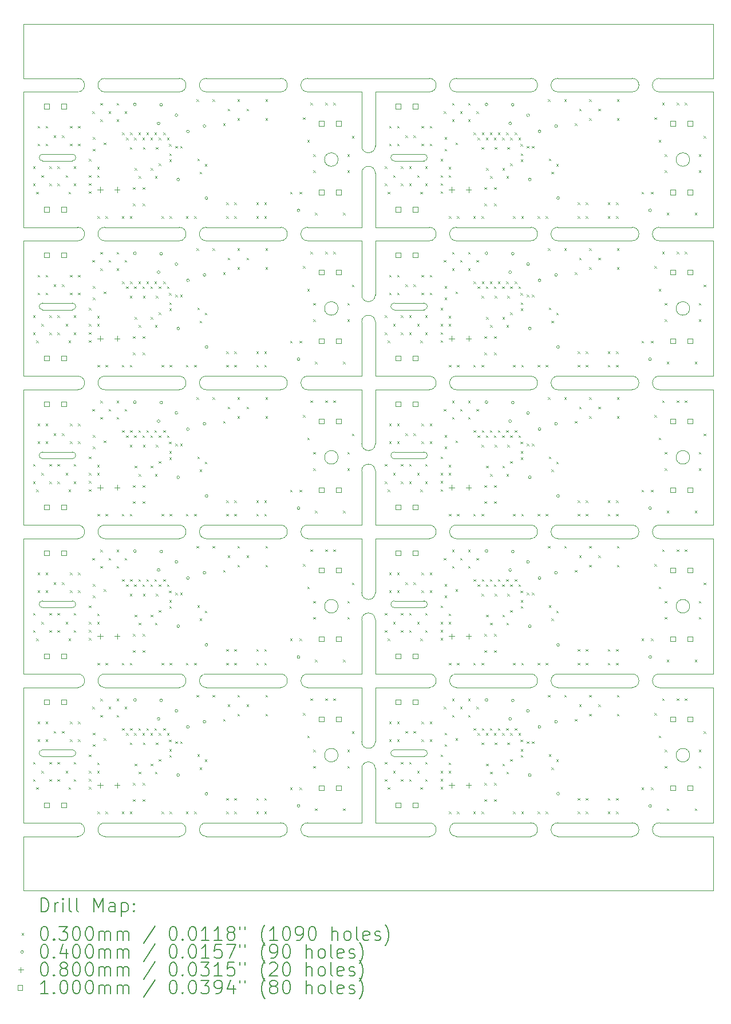
<source format=gbr>
%TF.GenerationSoftware,KiCad,Pcbnew,8.0.5*%
%TF.CreationDate,2024-10-13T23:37:33+02:00*%
%TF.ProjectId,DCDC_converter,44434443-5f63-46f6-9e76-65727465722e,rev?*%
%TF.SameCoordinates,Original*%
%TF.FileFunction,Drillmap*%
%TF.FilePolarity,Positive*%
%FSLAX45Y45*%
G04 Gerber Fmt 4.5, Leading zero omitted, Abs format (unit mm)*
G04 Created by KiCad (PCBNEW 8.0.5) date 2024-10-13 23:37:33*
%MOMM*%
%LPD*%
G01*
G04 APERTURE LIST*
%ADD10C,0.050000*%
%ADD11C,0.200000*%
%ADD12C,0.100000*%
G04 APERTURE END LIST*
D10*
X5800000Y-15800000D02*
G75*
G02*
X5800000Y-16000000I0J-100000D01*
G01*
X15200000Y-13800000D02*
X15200000Y-14600000D01*
X11400000Y-4800000D02*
X12500000Y-4800000D01*
X14000000Y-15800000D02*
G75*
G02*
X14000000Y-16000000I0J-100000D01*
G01*
X8800000Y-9200000D02*
G75*
G02*
X8800000Y-9400000I0J-100000D01*
G01*
X14400000Y-11600000D02*
X15200000Y-11600000D01*
X11000000Y-7000000D02*
G75*
G02*
X11000000Y-7200000I0J-100000D01*
G01*
X5800000Y-13800000D02*
X5000000Y-13800000D01*
X7700000Y-11400000D02*
X8800000Y-11400000D01*
X15200000Y-9400000D02*
X14400000Y-9400000D01*
X11400000Y-13600000D02*
X12500000Y-13600000D01*
X9200000Y-7200000D02*
X10000000Y-7200000D01*
X10920000Y-8120000D02*
G75*
G02*
X10920000Y-8220000I0J-50000D01*
G01*
X10000000Y-7000000D02*
X10000000Y-6200000D01*
X10200000Y-6200000D02*
X10200000Y-7000000D01*
X5720000Y-12520000D02*
G75*
G02*
X5720000Y-12620000I0J-50000D01*
G01*
X5280000Y-12620000D02*
G75*
G02*
X5280000Y-12520000I0J50000D01*
G01*
X7300000Y-15800000D02*
G75*
G02*
X7300000Y-16000000I0J-100000D01*
G01*
X5000000Y-9200000D02*
X5000000Y-7200000D01*
X14850000Y-6000000D02*
G75*
G02*
X14650000Y-6000000I-100000J0D01*
G01*
X14650000Y-6000000D02*
G75*
G02*
X14850000Y-6000000I100000J0D01*
G01*
X10920000Y-12520000D02*
G75*
G02*
X10920000Y-12620000I0J-50000D01*
G01*
X14850000Y-8200000D02*
G75*
G02*
X14650000Y-8200000I-100000J0D01*
G01*
X14650000Y-8200000D02*
G75*
G02*
X14850000Y-8200000I100000J0D01*
G01*
X14850000Y-14800000D02*
G75*
G02*
X14650000Y-14800000I-100000J0D01*
G01*
X14650000Y-14800000D02*
G75*
G02*
X14850000Y-14800000I100000J0D01*
G01*
X12900000Y-9400000D02*
G75*
G02*
X12900000Y-9200000I0J100000D01*
G01*
X11400000Y-7200000D02*
X12500000Y-7200000D01*
X8800000Y-7000000D02*
G75*
G02*
X8800000Y-7200000I0J-100000D01*
G01*
X7700000Y-9200000D02*
X8800000Y-9200000D01*
X14000000Y-11400000D02*
G75*
G02*
X14000000Y-11600000I0J-100000D01*
G01*
X11000000Y-13600000D02*
G75*
G02*
X11000000Y-13800000I0J-100000D01*
G01*
X10000000Y-8400000D02*
G75*
G02*
X10200000Y-8400000I100000J0D01*
G01*
X5280000Y-8220000D02*
G75*
G02*
X5280000Y-8120000I0J50000D01*
G01*
X10000000Y-13800000D02*
X9200000Y-13800000D01*
X5800000Y-4800000D02*
G75*
G02*
X5800000Y-5000000I0J-100000D01*
G01*
X10200000Y-13600000D02*
X11000000Y-13600000D01*
X9200000Y-7000000D02*
X10000000Y-7000000D01*
X5000000Y-7000000D02*
X5800000Y-7000000D01*
X5000000Y-11400000D02*
X5800000Y-11400000D01*
X5720000Y-10420000D02*
X5280000Y-10420000D01*
X7300000Y-13800000D02*
X6200000Y-13800000D01*
X9200000Y-11600000D02*
G75*
G02*
X9200000Y-11400000I0J100000D01*
G01*
X10480000Y-6020000D02*
G75*
G02*
X10480000Y-5920000I0J50000D01*
G01*
X6200000Y-7200000D02*
X7300000Y-7200000D01*
X10920000Y-10320000D02*
G75*
G02*
X10920000Y-10420000I0J-50000D01*
G01*
X7300000Y-4800000D02*
G75*
G02*
X7300000Y-5000000I0J-100000D01*
G01*
X5720000Y-8220000D02*
X5280000Y-8220000D01*
X10480000Y-10320000D02*
X10920000Y-10320000D01*
X15200000Y-7000000D02*
X15200000Y-6200000D01*
X5000000Y-13600000D02*
X5000000Y-11600000D01*
X5280000Y-14820000D02*
G75*
G02*
X5280000Y-14720000I0J50000D01*
G01*
X12900000Y-11400000D02*
X14000000Y-11400000D01*
X5280000Y-14720000D02*
X5720000Y-14720000D01*
X10000000Y-13600000D02*
X10000000Y-12800000D01*
X8800000Y-15800000D02*
G75*
G02*
X8800000Y-16000000I0J-100000D01*
G01*
X15200000Y-16800000D02*
X5000000Y-16800000D01*
X6200000Y-11600000D02*
G75*
G02*
X6200000Y-11400000I0J100000D01*
G01*
X11400000Y-9400000D02*
G75*
G02*
X11400000Y-9200000I0J100000D01*
G01*
X5800000Y-9400000D02*
X5000000Y-9400000D01*
X14000000Y-13600000D02*
G75*
G02*
X14000000Y-13800000I0J-100000D01*
G01*
X7300000Y-13600000D02*
G75*
G02*
X7300000Y-13800000I0J-100000D01*
G01*
X8800000Y-9400000D02*
X7700000Y-9400000D01*
X15200000Y-5000000D02*
X15200000Y-5800000D01*
X10000000Y-15000000D02*
G75*
G02*
X10200000Y-15000000I100000J0D01*
G01*
X15200000Y-13800000D02*
X14400000Y-13800000D01*
X10200000Y-13600000D02*
X10200000Y-12800000D01*
X6200000Y-9200000D02*
X7300000Y-9200000D01*
X7300000Y-7000000D02*
G75*
G02*
X7300000Y-7200000I0J-100000D01*
G01*
X10480000Y-8220000D02*
G75*
G02*
X10480000Y-8120000I0J50000D01*
G01*
X6200000Y-15800000D02*
X7300000Y-15800000D01*
X10200000Y-10200000D02*
G75*
G02*
X10000000Y-10200000I-100000J0D01*
G01*
X11400000Y-11600000D02*
X12500000Y-11600000D01*
X10000000Y-15800000D02*
X10000000Y-15000000D01*
X14400000Y-15800000D02*
X15200000Y-15800000D01*
X15200000Y-15000000D02*
X15200000Y-14600000D01*
X12900000Y-15800000D02*
X14000000Y-15800000D01*
X9650000Y-10400000D02*
G75*
G02*
X9450000Y-10400000I-100000J0D01*
G01*
X9450000Y-10400000D02*
G75*
G02*
X9650000Y-10400000I100000J0D01*
G01*
X12900000Y-16000000D02*
G75*
G02*
X12900000Y-15800000I0J100000D01*
G01*
X6200000Y-11600000D02*
X7300000Y-11600000D01*
X5000000Y-13600000D02*
X5800000Y-13600000D01*
X14400000Y-9200000D02*
X15200000Y-9200000D01*
X10480000Y-12620000D02*
G75*
G02*
X10480000Y-12520000I0J50000D01*
G01*
X15200000Y-12800000D02*
X15200000Y-12400000D01*
X5000000Y-15800000D02*
X5000000Y-13800000D01*
X12900000Y-7200000D02*
G75*
G02*
X12900000Y-7000000I0J100000D01*
G01*
X9200000Y-16000000D02*
G75*
G02*
X9200000Y-15800000I0J100000D01*
G01*
X10920000Y-5920000D02*
G75*
G02*
X10920000Y-6020000I0J-50000D01*
G01*
X10200000Y-5800000D02*
G75*
G02*
X10000000Y-5800000I-100000J0D01*
G01*
X12900000Y-13800000D02*
G75*
G02*
X12900000Y-13600000I0J100000D01*
G01*
X11400000Y-11600000D02*
G75*
G02*
X11400000Y-11400000I0J100000D01*
G01*
X10200000Y-7200000D02*
X11000000Y-7200000D01*
X5280000Y-10420000D02*
G75*
G02*
X5280000Y-10320000I0J50000D01*
G01*
X10200000Y-10600000D02*
X10200000Y-11400000D01*
X11400000Y-16000000D02*
G75*
G02*
X11400000Y-15800000I0J100000D01*
G01*
X11400000Y-16000000D02*
X12500000Y-16000000D01*
X9200000Y-15800000D02*
X10000000Y-15800000D01*
X5000000Y-15800000D02*
X5800000Y-15800000D01*
X14400000Y-5000000D02*
G75*
G02*
X14400000Y-4800000I0J100000D01*
G01*
X7700000Y-16000000D02*
X8800000Y-16000000D01*
X6200000Y-13600000D02*
X7300000Y-13600000D01*
X7700000Y-5000000D02*
X8800000Y-5000000D01*
X5800000Y-7000000D02*
G75*
G02*
X5800000Y-7200000I0J-100000D01*
G01*
X12900000Y-5000000D02*
G75*
G02*
X12900000Y-4800000I0J100000D01*
G01*
X7300000Y-9400000D02*
X6200000Y-9400000D01*
X9200000Y-11600000D02*
X10000000Y-11600000D01*
X15200000Y-15800000D02*
X15200000Y-15000000D01*
X14400000Y-7200000D02*
X15200000Y-7200000D01*
X12900000Y-7200000D02*
X14000000Y-7200000D01*
X5720000Y-5920000D02*
G75*
G02*
X5720000Y-6020000I0J-50000D01*
G01*
X12900000Y-7000000D02*
X14000000Y-7000000D01*
X5800000Y-9200000D02*
G75*
G02*
X5800000Y-9400000I0J-100000D01*
G01*
X15200000Y-9200000D02*
X15200000Y-8400000D01*
X14400000Y-16000000D02*
G75*
G02*
X14400000Y-15800000I0J100000D01*
G01*
X5000000Y-4000000D02*
X5000000Y-4800000D01*
X5000000Y-11600000D02*
X5800000Y-11600000D01*
X10200000Y-7200000D02*
X10200000Y-8000000D01*
X8800000Y-4800000D02*
G75*
G02*
X8800000Y-5000000I0J-100000D01*
G01*
X5280000Y-6020000D02*
G75*
G02*
X5280000Y-5920000I0J50000D01*
G01*
X5280000Y-12520000D02*
X5720000Y-12520000D01*
X9200000Y-11400000D02*
X10000000Y-11400000D01*
X14400000Y-4800000D02*
X15200000Y-4800000D01*
X9650000Y-8200000D02*
G75*
G02*
X9450000Y-8200000I-100000J0D01*
G01*
X9450000Y-8200000D02*
G75*
G02*
X9650000Y-8200000I100000J0D01*
G01*
X10200000Y-12400000D02*
G75*
G02*
X10000000Y-12400000I-100000J0D01*
G01*
X9650000Y-6000000D02*
G75*
G02*
X9450000Y-6000000I-100000J0D01*
G01*
X9450000Y-6000000D02*
G75*
G02*
X9650000Y-6000000I100000J0D01*
G01*
X10920000Y-10420000D02*
X10480000Y-10420000D01*
X10200000Y-7000000D02*
X11000000Y-7000000D01*
X12900000Y-13600000D02*
X14000000Y-13600000D01*
X7300000Y-11400000D02*
G75*
G02*
X7300000Y-11600000I0J-100000D01*
G01*
X10000000Y-9200000D02*
X10000000Y-8400000D01*
X6200000Y-16000000D02*
X7300000Y-16000000D01*
X15200000Y-11600000D02*
X15200000Y-12400000D01*
X12500000Y-9400000D02*
X11400000Y-9400000D01*
X10920000Y-6020000D02*
X10480000Y-6020000D01*
X8800000Y-13600000D02*
G75*
G02*
X8800000Y-13800000I0J-100000D01*
G01*
X11000000Y-13800000D02*
X10200000Y-13800000D01*
X10000000Y-7200000D02*
X10000000Y-8000000D01*
X9200000Y-9200000D02*
X10000000Y-9200000D01*
X5000000Y-4800000D02*
X5800000Y-4800000D01*
X12900000Y-11600000D02*
G75*
G02*
X12900000Y-11400000I0J100000D01*
G01*
X5800000Y-11400000D02*
G75*
G02*
X5800000Y-11600000I0J-100000D01*
G01*
X9650000Y-14800000D02*
G75*
G02*
X9450000Y-14800000I-100000J0D01*
G01*
X9450000Y-14800000D02*
G75*
G02*
X9650000Y-14800000I100000J0D01*
G01*
X15200000Y-13600000D02*
X15200000Y-12800000D01*
X9200000Y-7200000D02*
G75*
G02*
X9200000Y-7000000I0J100000D01*
G01*
X7700000Y-5000000D02*
G75*
G02*
X7700000Y-4800000I0J100000D01*
G01*
X5000000Y-11400000D02*
X5000000Y-9400000D01*
X7700000Y-11600000D02*
G75*
G02*
X7700000Y-11400000I0J100000D01*
G01*
X14400000Y-16000000D02*
X15200000Y-16000000D01*
X10200000Y-9200000D02*
X10200000Y-8400000D01*
X10000000Y-9400000D02*
X9200000Y-9400000D01*
X10200000Y-8000000D02*
G75*
G02*
X10000000Y-8000000I-100000J0D01*
G01*
X10200000Y-5000000D02*
X11000000Y-5000000D01*
X14000000Y-13800000D02*
X12900000Y-13800000D01*
X6200000Y-11400000D02*
X7300000Y-11400000D01*
X10200000Y-9200000D02*
X11000000Y-9200000D01*
X6200000Y-5000000D02*
G75*
G02*
X6200000Y-4800000I0J100000D01*
G01*
X7700000Y-13800000D02*
G75*
G02*
X7700000Y-13600000I0J100000D01*
G01*
X10480000Y-12520000D02*
X10920000Y-12520000D01*
X10480000Y-8120000D02*
X10920000Y-8120000D01*
X10000000Y-12800000D02*
G75*
G02*
X10200000Y-12800000I100000J0D01*
G01*
X10000000Y-10600000D02*
G75*
G02*
X10200000Y-10600000I100000J0D01*
G01*
X11400000Y-5000000D02*
G75*
G02*
X11400000Y-4800000I0J100000D01*
G01*
X9200000Y-13800000D02*
G75*
G02*
X9200000Y-13600000I0J100000D01*
G01*
X7700000Y-7000000D02*
X8800000Y-7000000D01*
X10000000Y-9400000D02*
X10000000Y-10200000D01*
X10200000Y-12400000D02*
X10200000Y-11600000D01*
X10920000Y-8220000D02*
X10480000Y-8220000D01*
X10200000Y-13800000D02*
X10200000Y-14600000D01*
X14400000Y-5000000D02*
X15200000Y-5000000D01*
X14400000Y-7200000D02*
G75*
G02*
X14400000Y-7000000I0J100000D01*
G01*
X10000000Y-11400000D02*
X10000000Y-10600000D01*
X14000000Y-4800000D02*
G75*
G02*
X14000000Y-5000000I0J-100000D01*
G01*
X15200000Y-11400000D02*
X15200000Y-10600000D01*
X14400000Y-13600000D02*
X15200000Y-13600000D01*
X12500000Y-15800000D02*
G75*
G02*
X12500000Y-16000000I0J-100000D01*
G01*
X12500000Y-13600000D02*
G75*
G02*
X12500000Y-13800000I0J-100000D01*
G01*
X10000000Y-11600000D02*
X10000000Y-12400000D01*
X12500000Y-9200000D02*
G75*
G02*
X12500000Y-9400000I0J-100000D01*
G01*
X10480000Y-14720000D02*
X10920000Y-14720000D01*
X14850000Y-10400000D02*
G75*
G02*
X14650000Y-10400000I-100000J0D01*
G01*
X14650000Y-10400000D02*
G75*
G02*
X14850000Y-10400000I100000J0D01*
G01*
X10000000Y-6200000D02*
G75*
G02*
X10200000Y-6200000I100000J0D01*
G01*
X11000000Y-9200000D02*
G75*
G02*
X11000000Y-9400000I0J-100000D01*
G01*
X11400000Y-5000000D02*
X12500000Y-5000000D01*
X12900000Y-9200000D02*
X14000000Y-9200000D01*
X10000000Y-13800000D02*
X10000000Y-14600000D01*
X15200000Y-16000000D02*
X15200000Y-16800000D01*
X10920000Y-12620000D02*
X10480000Y-12620000D01*
X9200000Y-4800000D02*
X11000000Y-4800000D01*
X7700000Y-7200000D02*
X8800000Y-7200000D01*
X15200000Y-10600000D02*
X15200000Y-10200000D01*
X10000000Y-5000000D02*
X10000000Y-5800000D01*
X5000000Y-9200000D02*
X5800000Y-9200000D01*
X6200000Y-7200000D02*
G75*
G02*
X6200000Y-7000000I0J100000D01*
G01*
X12500000Y-13800000D02*
X11400000Y-13800000D01*
X14400000Y-9400000D02*
G75*
G02*
X14400000Y-9200000I0J100000D01*
G01*
X14400000Y-11600000D02*
G75*
G02*
X14400000Y-11400000I0J100000D01*
G01*
X14400000Y-7000000D02*
X15200000Y-7000000D01*
X12500000Y-7000000D02*
G75*
G02*
X12500000Y-7200000I0J-100000D01*
G01*
X10200000Y-15800000D02*
X11000000Y-15800000D01*
X11400000Y-11400000D02*
X12500000Y-11400000D01*
X11000000Y-15800000D02*
G75*
G02*
X11000000Y-16000000I0J-100000D01*
G01*
X15200000Y-8400000D02*
X15200000Y-8000000D01*
X12900000Y-4800000D02*
X14000000Y-4800000D01*
X8800000Y-13800000D02*
X7700000Y-13800000D01*
X7700000Y-16000000D02*
G75*
G02*
X7700000Y-15800000I0J100000D01*
G01*
X5000000Y-16800000D02*
X5000000Y-16000000D01*
X5720000Y-14820000D02*
X5280000Y-14820000D01*
X7700000Y-4800000D02*
X8800000Y-4800000D01*
X8800000Y-11400000D02*
G75*
G02*
X8800000Y-11600000I0J-100000D01*
G01*
X5720000Y-10320000D02*
G75*
G02*
X5720000Y-10420000I0J-50000D01*
G01*
X12900000Y-11600000D02*
X14000000Y-11600000D01*
X5720000Y-6020000D02*
X5280000Y-6020000D01*
X9650000Y-12600000D02*
G75*
G02*
X9450000Y-12600000I-100000J0D01*
G01*
X9450000Y-12600000D02*
G75*
G02*
X9650000Y-12600000I100000J0D01*
G01*
X5280000Y-5920000D02*
X5720000Y-5920000D01*
X7700000Y-15800000D02*
X8800000Y-15800000D01*
X5800000Y-13600000D02*
G75*
G02*
X5800000Y-13800000I0J-100000D01*
G01*
X5280000Y-10320000D02*
X5720000Y-10320000D01*
X15200000Y-7200000D02*
X15200000Y-8000000D01*
X9200000Y-13600000D02*
X10000000Y-13600000D01*
X7700000Y-13600000D02*
X8800000Y-13600000D01*
X10200000Y-11400000D02*
X11000000Y-11400000D01*
X5720000Y-14720000D02*
G75*
G02*
X5720000Y-14820000I0J-50000D01*
G01*
X11400000Y-7200000D02*
G75*
G02*
X11400000Y-7000000I0J100000D01*
G01*
X5000000Y-7000000D02*
X5000000Y-5000000D01*
X6200000Y-13800000D02*
G75*
G02*
X6200000Y-13600000I0J100000D01*
G01*
X5280000Y-8120000D02*
X5720000Y-8120000D01*
X10480000Y-5920000D02*
X10920000Y-5920000D01*
X14000000Y-7000000D02*
G75*
G02*
X14000000Y-7200000I0J-100000D01*
G01*
X14000000Y-9400000D02*
X12900000Y-9400000D01*
X11400000Y-7000000D02*
X12500000Y-7000000D01*
X7700000Y-11600000D02*
X8800000Y-11600000D01*
X15200000Y-9400000D02*
X15200000Y-10200000D01*
X10480000Y-10420000D02*
G75*
G02*
X10480000Y-10320000I0J50000D01*
G01*
X12900000Y-5000000D02*
X14000000Y-5000000D01*
X5720000Y-8120000D02*
G75*
G02*
X5720000Y-8220000I0J-50000D01*
G01*
X7700000Y-9400000D02*
G75*
G02*
X7700000Y-9200000I0J100000D01*
G01*
X6200000Y-7000000D02*
X7300000Y-7000000D01*
X10200000Y-15000000D02*
X10200000Y-15800000D01*
X11000000Y-9400000D02*
X10200000Y-9400000D01*
X14400000Y-13800000D02*
G75*
G02*
X14400000Y-13600000I0J100000D01*
G01*
X10200000Y-14600000D02*
G75*
G02*
X10000000Y-14600000I-100000J0D01*
G01*
X11000000Y-4800000D02*
G75*
G02*
X11000000Y-5000000I0J-100000D01*
G01*
X10200000Y-11600000D02*
X11000000Y-11600000D01*
X11400000Y-15800000D02*
X12500000Y-15800000D01*
X9200000Y-5000000D02*
G75*
G02*
X9200000Y-4800000I0J100000D01*
G01*
X5000000Y-16000000D02*
X5800000Y-16000000D01*
X6200000Y-9400000D02*
G75*
G02*
X6200000Y-9200000I0J100000D01*
G01*
X6200000Y-4800000D02*
X7300000Y-4800000D01*
X6200000Y-5000000D02*
X7300000Y-5000000D01*
X7300000Y-9200000D02*
G75*
G02*
X7300000Y-9400000I0J-100000D01*
G01*
X12500000Y-11400000D02*
G75*
G02*
X12500000Y-11600000I0J-100000D01*
G01*
X5720000Y-12620000D02*
X5280000Y-12620000D01*
X11000000Y-11400000D02*
G75*
G02*
X11000000Y-11600000I0J-100000D01*
G01*
X11400000Y-13800000D02*
G75*
G02*
X11400000Y-13600000I0J100000D01*
G01*
X9200000Y-5000000D02*
X10000000Y-5000000D01*
X5000000Y-5000000D02*
X5800000Y-5000000D01*
X5000000Y-7200000D02*
X5800000Y-7200000D01*
X10920000Y-14820000D02*
X10480000Y-14820000D01*
X14400000Y-11400000D02*
X15200000Y-11400000D01*
X9200000Y-16000000D02*
X11000000Y-16000000D01*
X10200000Y-5000000D02*
X10200000Y-5800000D01*
X6200000Y-16000000D02*
G75*
G02*
X6200000Y-15800000I0J100000D01*
G01*
X10200000Y-9400000D02*
X10200000Y-10200000D01*
X11400000Y-9200000D02*
X12500000Y-9200000D01*
X14000000Y-9200000D02*
G75*
G02*
X14000000Y-9400000I0J-100000D01*
G01*
X12900000Y-16000000D02*
X14000000Y-16000000D01*
X15200000Y-4800000D02*
X15200000Y-4000000D01*
X15200000Y-4000000D02*
X5000000Y-4000000D01*
X10920000Y-14720000D02*
G75*
G02*
X10920000Y-14820000I0J-50000D01*
G01*
X12500000Y-4800000D02*
G75*
G02*
X12500000Y-5000000I0J-100000D01*
G01*
X10480000Y-14820000D02*
G75*
G02*
X10480000Y-14720000I0J50000D01*
G01*
X15200000Y-6200000D02*
X15200000Y-5800000D01*
X7700000Y-7200000D02*
G75*
G02*
X7700000Y-7000000I0J100000D01*
G01*
X9200000Y-9400000D02*
G75*
G02*
X9200000Y-9200000I0J100000D01*
G01*
X14850000Y-12600000D02*
G75*
G02*
X14650000Y-12600000I-100000J0D01*
G01*
X14650000Y-12600000D02*
G75*
G02*
X14850000Y-12600000I100000J0D01*
G01*
D11*
D12*
X5140000Y-6100000D02*
X5170000Y-6130000D01*
X5170000Y-6100000D02*
X5140000Y-6130000D01*
X5140000Y-6355000D02*
X5170000Y-6385000D01*
X5170000Y-6355000D02*
X5140000Y-6385000D01*
X5140000Y-8300000D02*
X5170000Y-8330000D01*
X5170000Y-8300000D02*
X5140000Y-8330000D01*
X5140000Y-8555000D02*
X5170000Y-8585000D01*
X5170000Y-8555000D02*
X5140000Y-8585000D01*
X5140000Y-10500000D02*
X5170000Y-10530000D01*
X5170000Y-10500000D02*
X5140000Y-10530000D01*
X5140000Y-10755000D02*
X5170000Y-10785000D01*
X5170000Y-10755000D02*
X5140000Y-10785000D01*
X5140000Y-12700000D02*
X5170000Y-12730000D01*
X5170000Y-12700000D02*
X5140000Y-12730000D01*
X5140000Y-12955000D02*
X5170000Y-12985000D01*
X5170000Y-12955000D02*
X5140000Y-12985000D01*
X5140000Y-14900000D02*
X5170000Y-14930000D01*
X5170000Y-14900000D02*
X5140000Y-14930000D01*
X5140000Y-15155000D02*
X5170000Y-15185000D01*
X5170000Y-15155000D02*
X5140000Y-15185000D01*
X5185000Y-6475000D02*
X5215000Y-6505000D01*
X5215000Y-6475000D02*
X5185000Y-6505000D01*
X5185000Y-8675000D02*
X5215000Y-8705000D01*
X5215000Y-8675000D02*
X5185000Y-8705000D01*
X5185000Y-10875000D02*
X5215000Y-10905000D01*
X5215000Y-10875000D02*
X5185000Y-10905000D01*
X5185000Y-13075000D02*
X5215000Y-13105000D01*
X5215000Y-13075000D02*
X5185000Y-13105000D01*
X5185000Y-15275000D02*
X5215000Y-15305000D01*
X5215000Y-15275000D02*
X5185000Y-15305000D01*
X5205000Y-5502500D02*
X5235000Y-5532500D01*
X5235000Y-5502500D02*
X5205000Y-5532500D01*
X5205000Y-5765000D02*
X5235000Y-5795000D01*
X5235000Y-5765000D02*
X5205000Y-5795000D01*
X5205000Y-7702500D02*
X5235000Y-7732500D01*
X5235000Y-7702500D02*
X5205000Y-7732500D01*
X5205000Y-7965000D02*
X5235000Y-7995000D01*
X5235000Y-7965000D02*
X5205000Y-7995000D01*
X5205000Y-9902500D02*
X5235000Y-9932500D01*
X5235000Y-9902500D02*
X5205000Y-9932500D01*
X5205000Y-10165000D02*
X5235000Y-10195000D01*
X5235000Y-10165000D02*
X5205000Y-10195000D01*
X5205000Y-12102500D02*
X5235000Y-12132500D01*
X5235000Y-12102500D02*
X5205000Y-12132500D01*
X5205000Y-12365000D02*
X5235000Y-12395000D01*
X5235000Y-12365000D02*
X5205000Y-12395000D01*
X5205000Y-14302500D02*
X5235000Y-14332500D01*
X5235000Y-14302500D02*
X5205000Y-14332500D01*
X5205000Y-14565000D02*
X5235000Y-14595000D01*
X5235000Y-14565000D02*
X5205000Y-14595000D01*
X5262500Y-6230000D02*
X5292500Y-6260000D01*
X5292500Y-6230000D02*
X5262500Y-6260000D01*
X5262500Y-8430000D02*
X5292500Y-8460000D01*
X5292500Y-8430000D02*
X5262500Y-8460000D01*
X5262500Y-10630000D02*
X5292500Y-10660000D01*
X5292500Y-10630000D02*
X5262500Y-10660000D01*
X5262500Y-12830000D02*
X5292500Y-12860000D01*
X5292500Y-12830000D02*
X5262500Y-12860000D01*
X5262500Y-15030000D02*
X5292500Y-15060000D01*
X5292500Y-15030000D02*
X5262500Y-15060000D01*
X5325000Y-5502500D02*
X5355000Y-5532500D01*
X5355000Y-5502500D02*
X5325000Y-5532500D01*
X5325000Y-5765000D02*
X5355000Y-5795000D01*
X5355000Y-5765000D02*
X5325000Y-5795000D01*
X5325000Y-7702500D02*
X5355000Y-7732500D01*
X5355000Y-7702500D02*
X5325000Y-7732500D01*
X5325000Y-7965000D02*
X5355000Y-7995000D01*
X5355000Y-7965000D02*
X5325000Y-7995000D01*
X5325000Y-9902500D02*
X5355000Y-9932500D01*
X5355000Y-9902500D02*
X5325000Y-9932500D01*
X5325000Y-10165000D02*
X5355000Y-10195000D01*
X5355000Y-10165000D02*
X5325000Y-10195000D01*
X5325000Y-12102500D02*
X5355000Y-12132500D01*
X5355000Y-12102500D02*
X5325000Y-12132500D01*
X5325000Y-12365000D02*
X5355000Y-12395000D01*
X5355000Y-12365000D02*
X5325000Y-12395000D01*
X5325000Y-14302500D02*
X5355000Y-14332500D01*
X5355000Y-14302500D02*
X5325000Y-14332500D01*
X5325000Y-14565000D02*
X5355000Y-14595000D01*
X5355000Y-14565000D02*
X5325000Y-14595000D01*
X5380000Y-6100000D02*
X5410000Y-6130000D01*
X5410000Y-6100000D02*
X5380000Y-6130000D01*
X5380000Y-6355000D02*
X5410000Y-6385000D01*
X5410000Y-6355000D02*
X5380000Y-6385000D01*
X5380000Y-8300000D02*
X5410000Y-8330000D01*
X5410000Y-8300000D02*
X5380000Y-8330000D01*
X5380000Y-8555000D02*
X5410000Y-8585000D01*
X5410000Y-8555000D02*
X5380000Y-8585000D01*
X5380000Y-10500000D02*
X5410000Y-10530000D01*
X5410000Y-10500000D02*
X5380000Y-10530000D01*
X5380000Y-10755000D02*
X5410000Y-10785000D01*
X5410000Y-10755000D02*
X5380000Y-10785000D01*
X5380000Y-12700000D02*
X5410000Y-12730000D01*
X5410000Y-12700000D02*
X5380000Y-12730000D01*
X5380000Y-12955000D02*
X5410000Y-12985000D01*
X5410000Y-12955000D02*
X5380000Y-12985000D01*
X5380000Y-14900000D02*
X5410000Y-14930000D01*
X5410000Y-14900000D02*
X5380000Y-14930000D01*
X5380000Y-15155000D02*
X5410000Y-15185000D01*
X5410000Y-15155000D02*
X5380000Y-15185000D01*
X5445000Y-5645000D02*
X5475000Y-5675000D01*
X5475000Y-5645000D02*
X5445000Y-5675000D01*
X5445000Y-7845000D02*
X5475000Y-7875000D01*
X5475000Y-7845000D02*
X5445000Y-7875000D01*
X5445000Y-10045000D02*
X5475000Y-10075000D01*
X5475000Y-10045000D02*
X5445000Y-10075000D01*
X5445000Y-12245000D02*
X5475000Y-12275000D01*
X5475000Y-12245000D02*
X5445000Y-12275000D01*
X5445000Y-14445000D02*
X5475000Y-14475000D01*
X5475000Y-14445000D02*
X5445000Y-14475000D01*
X5500000Y-6100000D02*
X5530000Y-6130000D01*
X5530000Y-6100000D02*
X5500000Y-6130000D01*
X5500000Y-6355000D02*
X5530000Y-6385000D01*
X5530000Y-6355000D02*
X5500000Y-6385000D01*
X5500000Y-8300000D02*
X5530000Y-8330000D01*
X5530000Y-8300000D02*
X5500000Y-8330000D01*
X5500000Y-8555000D02*
X5530000Y-8585000D01*
X5530000Y-8555000D02*
X5500000Y-8585000D01*
X5500000Y-10500000D02*
X5530000Y-10530000D01*
X5530000Y-10500000D02*
X5500000Y-10530000D01*
X5500000Y-10755000D02*
X5530000Y-10785000D01*
X5530000Y-10755000D02*
X5500000Y-10785000D01*
X5500000Y-12700000D02*
X5530000Y-12730000D01*
X5530000Y-12700000D02*
X5500000Y-12730000D01*
X5500000Y-12955000D02*
X5530000Y-12985000D01*
X5530000Y-12955000D02*
X5500000Y-12985000D01*
X5500000Y-14900000D02*
X5530000Y-14930000D01*
X5530000Y-14900000D02*
X5500000Y-14930000D01*
X5500000Y-15155000D02*
X5530000Y-15185000D01*
X5530000Y-15155000D02*
X5500000Y-15185000D01*
X5565000Y-5645000D02*
X5595000Y-5675000D01*
X5595000Y-5645000D02*
X5565000Y-5675000D01*
X5565000Y-7845000D02*
X5595000Y-7875000D01*
X5595000Y-7845000D02*
X5565000Y-7875000D01*
X5565000Y-10045000D02*
X5595000Y-10075000D01*
X5595000Y-10045000D02*
X5565000Y-10075000D01*
X5565000Y-12245000D02*
X5595000Y-12275000D01*
X5595000Y-12245000D02*
X5565000Y-12275000D01*
X5565000Y-14445000D02*
X5595000Y-14475000D01*
X5595000Y-14445000D02*
X5565000Y-14475000D01*
X5620000Y-6230000D02*
X5650000Y-6260000D01*
X5650000Y-6230000D02*
X5620000Y-6260000D01*
X5620000Y-8430000D02*
X5650000Y-8460000D01*
X5650000Y-8430000D02*
X5620000Y-8460000D01*
X5620000Y-10630000D02*
X5650000Y-10660000D01*
X5650000Y-10630000D02*
X5620000Y-10660000D01*
X5620000Y-12830000D02*
X5650000Y-12860000D01*
X5650000Y-12830000D02*
X5620000Y-12860000D01*
X5620000Y-15030000D02*
X5650000Y-15060000D01*
X5650000Y-15030000D02*
X5620000Y-15060000D01*
X5665000Y-6475000D02*
X5695000Y-6505000D01*
X5695000Y-6475000D02*
X5665000Y-6505000D01*
X5665000Y-8675000D02*
X5695000Y-8705000D01*
X5695000Y-8675000D02*
X5665000Y-8705000D01*
X5665000Y-10875000D02*
X5695000Y-10905000D01*
X5695000Y-10875000D02*
X5665000Y-10905000D01*
X5665000Y-13075000D02*
X5695000Y-13105000D01*
X5695000Y-13075000D02*
X5665000Y-13105000D01*
X5665000Y-15275000D02*
X5695000Y-15305000D01*
X5695000Y-15275000D02*
X5665000Y-15305000D01*
X5685000Y-5502500D02*
X5715000Y-5532500D01*
X5715000Y-5502500D02*
X5685000Y-5532500D01*
X5685000Y-5765000D02*
X5715000Y-5795000D01*
X5715000Y-5765000D02*
X5685000Y-5795000D01*
X5685000Y-7702500D02*
X5715000Y-7732500D01*
X5715000Y-7702500D02*
X5685000Y-7732500D01*
X5685000Y-7965000D02*
X5715000Y-7995000D01*
X5715000Y-7965000D02*
X5685000Y-7995000D01*
X5685000Y-9902500D02*
X5715000Y-9932500D01*
X5715000Y-9902500D02*
X5685000Y-9932500D01*
X5685000Y-10165000D02*
X5715000Y-10195000D01*
X5715000Y-10165000D02*
X5685000Y-10195000D01*
X5685000Y-12102500D02*
X5715000Y-12132500D01*
X5715000Y-12102500D02*
X5685000Y-12132500D01*
X5685000Y-12365000D02*
X5715000Y-12395000D01*
X5715000Y-12365000D02*
X5685000Y-12395000D01*
X5685000Y-14302500D02*
X5715000Y-14332500D01*
X5715000Y-14302500D02*
X5685000Y-14332500D01*
X5685000Y-14565000D02*
X5715000Y-14595000D01*
X5715000Y-14565000D02*
X5685000Y-14595000D01*
X5740000Y-6100000D02*
X5770000Y-6130000D01*
X5770000Y-6100000D02*
X5740000Y-6130000D01*
X5740000Y-6355000D02*
X5770000Y-6385000D01*
X5770000Y-6355000D02*
X5740000Y-6385000D01*
X5740000Y-8300000D02*
X5770000Y-8330000D01*
X5770000Y-8300000D02*
X5740000Y-8330000D01*
X5740000Y-8555000D02*
X5770000Y-8585000D01*
X5770000Y-8555000D02*
X5740000Y-8585000D01*
X5740000Y-10500000D02*
X5770000Y-10530000D01*
X5770000Y-10500000D02*
X5740000Y-10530000D01*
X5740000Y-10755000D02*
X5770000Y-10785000D01*
X5770000Y-10755000D02*
X5740000Y-10785000D01*
X5740000Y-12700000D02*
X5770000Y-12730000D01*
X5770000Y-12700000D02*
X5740000Y-12730000D01*
X5740000Y-12955000D02*
X5770000Y-12985000D01*
X5770000Y-12955000D02*
X5740000Y-12985000D01*
X5740000Y-14900000D02*
X5770000Y-14930000D01*
X5770000Y-14900000D02*
X5740000Y-14930000D01*
X5740000Y-15155000D02*
X5770000Y-15185000D01*
X5770000Y-15155000D02*
X5740000Y-15185000D01*
X5805000Y-5502500D02*
X5835000Y-5532500D01*
X5835000Y-5502500D02*
X5805000Y-5532500D01*
X5805000Y-5765000D02*
X5835000Y-5795000D01*
X5835000Y-5765000D02*
X5805000Y-5795000D01*
X5805000Y-7702500D02*
X5835000Y-7732500D01*
X5835000Y-7702500D02*
X5805000Y-7732500D01*
X5805000Y-7965000D02*
X5835000Y-7995000D01*
X5835000Y-7965000D02*
X5805000Y-7995000D01*
X5805000Y-9902500D02*
X5835000Y-9932500D01*
X5835000Y-9902500D02*
X5805000Y-9932500D01*
X5805000Y-10165000D02*
X5835000Y-10195000D01*
X5835000Y-10165000D02*
X5805000Y-10195000D01*
X5805000Y-12102500D02*
X5835000Y-12132500D01*
X5835000Y-12102500D02*
X5805000Y-12132500D01*
X5805000Y-12365000D02*
X5835000Y-12395000D01*
X5835000Y-12365000D02*
X5805000Y-12395000D01*
X5805000Y-14302500D02*
X5835000Y-14332500D01*
X5835000Y-14302500D02*
X5805000Y-14332500D01*
X5805000Y-14565000D02*
X5835000Y-14595000D01*
X5835000Y-14565000D02*
X5805000Y-14595000D01*
X5965000Y-5990000D02*
X5995000Y-6020000D01*
X5995000Y-5990000D02*
X5965000Y-6020000D01*
X5965000Y-6230000D02*
X5995000Y-6260000D01*
X5995000Y-6230000D02*
X5965000Y-6260000D01*
X5965000Y-6350000D02*
X5995000Y-6380000D01*
X5995000Y-6350000D02*
X5965000Y-6380000D01*
X5965000Y-6470000D02*
X5995000Y-6500000D01*
X5995000Y-6470000D02*
X5965000Y-6500000D01*
X5965000Y-8190000D02*
X5995000Y-8220000D01*
X5995000Y-8190000D02*
X5965000Y-8220000D01*
X5965000Y-8430000D02*
X5995000Y-8460000D01*
X5995000Y-8430000D02*
X5965000Y-8460000D01*
X5965000Y-8550000D02*
X5995000Y-8580000D01*
X5995000Y-8550000D02*
X5965000Y-8580000D01*
X5965000Y-8670000D02*
X5995000Y-8700000D01*
X5995000Y-8670000D02*
X5965000Y-8700000D01*
X5965000Y-10390000D02*
X5995000Y-10420000D01*
X5995000Y-10390000D02*
X5965000Y-10420000D01*
X5965000Y-10630000D02*
X5995000Y-10660000D01*
X5995000Y-10630000D02*
X5965000Y-10660000D01*
X5965000Y-10750000D02*
X5995000Y-10780000D01*
X5995000Y-10750000D02*
X5965000Y-10780000D01*
X5965000Y-10870000D02*
X5995000Y-10900000D01*
X5995000Y-10870000D02*
X5965000Y-10900000D01*
X5965000Y-12590000D02*
X5995000Y-12620000D01*
X5995000Y-12590000D02*
X5965000Y-12620000D01*
X5965000Y-12830000D02*
X5995000Y-12860000D01*
X5995000Y-12830000D02*
X5965000Y-12860000D01*
X5965000Y-12950000D02*
X5995000Y-12980000D01*
X5995000Y-12950000D02*
X5965000Y-12980000D01*
X5965000Y-13070000D02*
X5995000Y-13100000D01*
X5995000Y-13070000D02*
X5965000Y-13100000D01*
X5965000Y-14790000D02*
X5995000Y-14820000D01*
X5995000Y-14790000D02*
X5965000Y-14820000D01*
X5965000Y-15030000D02*
X5995000Y-15060000D01*
X5995000Y-15030000D02*
X5965000Y-15060000D01*
X5965000Y-15150000D02*
X5995000Y-15180000D01*
X5995000Y-15150000D02*
X5965000Y-15180000D01*
X5965000Y-15270000D02*
X5995000Y-15300000D01*
X5995000Y-15270000D02*
X5965000Y-15300000D01*
X6015000Y-5285000D02*
X6045000Y-5315000D01*
X6045000Y-5285000D02*
X6015000Y-5315000D01*
X6015000Y-7485000D02*
X6045000Y-7515000D01*
X6045000Y-7485000D02*
X6015000Y-7515000D01*
X6015000Y-9685000D02*
X6045000Y-9715000D01*
X6045000Y-9685000D02*
X6015000Y-9715000D01*
X6015000Y-11885000D02*
X6045000Y-11915000D01*
X6045000Y-11885000D02*
X6015000Y-11915000D01*
X6015000Y-14085000D02*
X6045000Y-14115000D01*
X6045000Y-14085000D02*
X6015000Y-14115000D01*
X6025000Y-5670000D02*
X6055000Y-5700000D01*
X6055000Y-5670000D02*
X6025000Y-5700000D01*
X6025000Y-5840000D02*
X6055000Y-5870000D01*
X6055000Y-5840000D02*
X6025000Y-5870000D01*
X6025000Y-7870000D02*
X6055000Y-7900000D01*
X6055000Y-7870000D02*
X6025000Y-7900000D01*
X6025000Y-8040000D02*
X6055000Y-8070000D01*
X6055000Y-8040000D02*
X6025000Y-8070000D01*
X6025000Y-10070000D02*
X6055000Y-10100000D01*
X6055000Y-10070000D02*
X6025000Y-10100000D01*
X6025000Y-10240000D02*
X6055000Y-10270000D01*
X6055000Y-10240000D02*
X6025000Y-10270000D01*
X6025000Y-12270000D02*
X6055000Y-12300000D01*
X6055000Y-12270000D02*
X6025000Y-12300000D01*
X6025000Y-12440000D02*
X6055000Y-12470000D01*
X6055000Y-12440000D02*
X6025000Y-12470000D01*
X6025000Y-14470000D02*
X6055000Y-14500000D01*
X6055000Y-14470000D02*
X6025000Y-14500000D01*
X6025000Y-14640000D02*
X6055000Y-14670000D01*
X6055000Y-14640000D02*
X6025000Y-14670000D01*
X6085000Y-6110000D02*
X6115000Y-6140000D01*
X6115000Y-6110000D02*
X6085000Y-6140000D01*
X6085000Y-6230000D02*
X6115000Y-6260000D01*
X6115000Y-6230000D02*
X6085000Y-6260000D01*
X6085000Y-8310000D02*
X6115000Y-8340000D01*
X6115000Y-8310000D02*
X6085000Y-8340000D01*
X6085000Y-8430000D02*
X6115000Y-8460000D01*
X6115000Y-8430000D02*
X6085000Y-8460000D01*
X6085000Y-10510000D02*
X6115000Y-10540000D01*
X6115000Y-10510000D02*
X6085000Y-10540000D01*
X6085000Y-10630000D02*
X6115000Y-10660000D01*
X6115000Y-10630000D02*
X6085000Y-10660000D01*
X6085000Y-12710000D02*
X6115000Y-12740000D01*
X6115000Y-12710000D02*
X6085000Y-12740000D01*
X6085000Y-12830000D02*
X6115000Y-12860000D01*
X6115000Y-12830000D02*
X6085000Y-12860000D01*
X6085000Y-14910000D02*
X6115000Y-14940000D01*
X6115000Y-14910000D02*
X6085000Y-14940000D01*
X6085000Y-15030000D02*
X6115000Y-15060000D01*
X6115000Y-15030000D02*
X6085000Y-15060000D01*
X6090000Y-6835000D02*
X6120000Y-6865000D01*
X6120000Y-6835000D02*
X6090000Y-6865000D01*
X6090000Y-9035000D02*
X6120000Y-9065000D01*
X6120000Y-9035000D02*
X6090000Y-9065000D01*
X6090000Y-11235000D02*
X6120000Y-11265000D01*
X6120000Y-11235000D02*
X6090000Y-11265000D01*
X6090000Y-13435000D02*
X6120000Y-13465000D01*
X6120000Y-13435000D02*
X6090000Y-13465000D01*
X6090000Y-15635000D02*
X6120000Y-15665000D01*
X6120000Y-15635000D02*
X6090000Y-15665000D01*
X6135000Y-5165000D02*
X6165000Y-5195000D01*
X6165000Y-5165000D02*
X6135000Y-5195000D01*
X6135000Y-5405000D02*
X6165000Y-5435000D01*
X6165000Y-5405000D02*
X6135000Y-5435000D01*
X6135000Y-7365000D02*
X6165000Y-7395000D01*
X6165000Y-7365000D02*
X6135000Y-7395000D01*
X6135000Y-7605000D02*
X6165000Y-7635000D01*
X6165000Y-7605000D02*
X6135000Y-7635000D01*
X6135000Y-9565000D02*
X6165000Y-9595000D01*
X6165000Y-9565000D02*
X6135000Y-9595000D01*
X6135000Y-9805000D02*
X6165000Y-9835000D01*
X6165000Y-9805000D02*
X6135000Y-9835000D01*
X6135000Y-11765000D02*
X6165000Y-11795000D01*
X6165000Y-11765000D02*
X6135000Y-11795000D01*
X6135000Y-12005000D02*
X6165000Y-12035000D01*
X6165000Y-12005000D02*
X6135000Y-12035000D01*
X6135000Y-13965000D02*
X6165000Y-13995000D01*
X6165000Y-13965000D02*
X6135000Y-13995000D01*
X6135000Y-14205000D02*
X6165000Y-14235000D01*
X6165000Y-14205000D02*
X6135000Y-14235000D01*
X6185000Y-5750000D02*
X6215000Y-5780000D01*
X6215000Y-5750000D02*
X6185000Y-5780000D01*
X6185000Y-7950000D02*
X6215000Y-7980000D01*
X6215000Y-7950000D02*
X6185000Y-7980000D01*
X6185000Y-10150000D02*
X6215000Y-10180000D01*
X6215000Y-10150000D02*
X6185000Y-10180000D01*
X6185000Y-12350000D02*
X6215000Y-12380000D01*
X6215000Y-12350000D02*
X6185000Y-12380000D01*
X6185000Y-14550000D02*
X6215000Y-14580000D01*
X6215000Y-14550000D02*
X6185000Y-14580000D01*
X6210000Y-6835000D02*
X6240000Y-6865000D01*
X6240000Y-6835000D02*
X6210000Y-6865000D01*
X6210000Y-9035000D02*
X6240000Y-9065000D01*
X6240000Y-9035000D02*
X6210000Y-9065000D01*
X6210000Y-11235000D02*
X6240000Y-11265000D01*
X6240000Y-11235000D02*
X6210000Y-11265000D01*
X6210000Y-13435000D02*
X6240000Y-13465000D01*
X6240000Y-13435000D02*
X6210000Y-13465000D01*
X6210000Y-15635000D02*
X6240000Y-15665000D01*
X6240000Y-15635000D02*
X6210000Y-15665000D01*
X6255000Y-5285000D02*
X6285000Y-5315000D01*
X6285000Y-5285000D02*
X6255000Y-5315000D01*
X6255000Y-7485000D02*
X6285000Y-7515000D01*
X6285000Y-7485000D02*
X6255000Y-7515000D01*
X6255000Y-9685000D02*
X6285000Y-9715000D01*
X6285000Y-9685000D02*
X6255000Y-9715000D01*
X6255000Y-11885000D02*
X6285000Y-11915000D01*
X6285000Y-11885000D02*
X6255000Y-11915000D01*
X6255000Y-14085000D02*
X6285000Y-14115000D01*
X6285000Y-14085000D02*
X6255000Y-14115000D01*
X6375000Y-5165000D02*
X6405000Y-5195000D01*
X6405000Y-5165000D02*
X6375000Y-5195000D01*
X6375000Y-5405000D02*
X6405000Y-5435000D01*
X6405000Y-5405000D02*
X6375000Y-5435000D01*
X6375000Y-7365000D02*
X6405000Y-7395000D01*
X6405000Y-7365000D02*
X6375000Y-7395000D01*
X6375000Y-7605000D02*
X6405000Y-7635000D01*
X6405000Y-7605000D02*
X6375000Y-7635000D01*
X6375000Y-9565000D02*
X6405000Y-9595000D01*
X6405000Y-9565000D02*
X6375000Y-9595000D01*
X6375000Y-9805000D02*
X6405000Y-9835000D01*
X6405000Y-9805000D02*
X6375000Y-9835000D01*
X6375000Y-11765000D02*
X6405000Y-11795000D01*
X6405000Y-11765000D02*
X6375000Y-11795000D01*
X6375000Y-12005000D02*
X6405000Y-12035000D01*
X6405000Y-12005000D02*
X6375000Y-12035000D01*
X6375000Y-13965000D02*
X6405000Y-13995000D01*
X6405000Y-13965000D02*
X6375000Y-13995000D01*
X6375000Y-14205000D02*
X6405000Y-14235000D01*
X6405000Y-14205000D02*
X6375000Y-14235000D01*
X6450000Y-6835000D02*
X6480000Y-6865000D01*
X6480000Y-6835000D02*
X6450000Y-6865000D01*
X6450000Y-9035000D02*
X6480000Y-9065000D01*
X6480000Y-9035000D02*
X6450000Y-9065000D01*
X6450000Y-11235000D02*
X6480000Y-11265000D01*
X6480000Y-11235000D02*
X6450000Y-11265000D01*
X6450000Y-13435000D02*
X6480000Y-13465000D01*
X6480000Y-13435000D02*
X6450000Y-13465000D01*
X6450000Y-15635000D02*
X6480000Y-15665000D01*
X6480000Y-15635000D02*
X6450000Y-15665000D01*
X6455000Y-5600000D02*
X6485000Y-5630000D01*
X6485000Y-5600000D02*
X6455000Y-5630000D01*
X6455000Y-7800000D02*
X6485000Y-7830000D01*
X6485000Y-7800000D02*
X6455000Y-7830000D01*
X6455000Y-10000000D02*
X6485000Y-10030000D01*
X6485000Y-10000000D02*
X6455000Y-10030000D01*
X6455000Y-12200000D02*
X6485000Y-12230000D01*
X6485000Y-12200000D02*
X6455000Y-12230000D01*
X6455000Y-14400000D02*
X6485000Y-14430000D01*
X6485000Y-14400000D02*
X6455000Y-14430000D01*
X6495000Y-5285000D02*
X6525000Y-5315000D01*
X6525000Y-5285000D02*
X6495000Y-5315000D01*
X6495000Y-7485000D02*
X6525000Y-7515000D01*
X6525000Y-7485000D02*
X6495000Y-7515000D01*
X6495000Y-9685000D02*
X6525000Y-9715000D01*
X6525000Y-9685000D02*
X6495000Y-9715000D01*
X6495000Y-11885000D02*
X6525000Y-11915000D01*
X6525000Y-11885000D02*
X6495000Y-11915000D01*
X6495000Y-14085000D02*
X6525000Y-14115000D01*
X6525000Y-14085000D02*
X6495000Y-14115000D01*
X6515000Y-5675000D02*
X6545000Y-5705000D01*
X6545000Y-5675000D02*
X6515000Y-5705000D01*
X6515000Y-7875000D02*
X6545000Y-7905000D01*
X6545000Y-7875000D02*
X6515000Y-7905000D01*
X6515000Y-10075000D02*
X6545000Y-10105000D01*
X6545000Y-10075000D02*
X6515000Y-10105000D01*
X6515000Y-12275000D02*
X6545000Y-12305000D01*
X6545000Y-12275000D02*
X6515000Y-12305000D01*
X6515000Y-14475000D02*
X6545000Y-14505000D01*
X6545000Y-14475000D02*
X6515000Y-14505000D01*
X6570000Y-5815000D02*
X6600000Y-5845000D01*
X6600000Y-5815000D02*
X6570000Y-5845000D01*
X6570000Y-6835000D02*
X6600000Y-6865000D01*
X6600000Y-6835000D02*
X6570000Y-6865000D01*
X6570000Y-8015000D02*
X6600000Y-8045000D01*
X6600000Y-8015000D02*
X6570000Y-8045000D01*
X6570000Y-9035000D02*
X6600000Y-9065000D01*
X6600000Y-9035000D02*
X6570000Y-9065000D01*
X6570000Y-10215000D02*
X6600000Y-10245000D01*
X6600000Y-10215000D02*
X6570000Y-10245000D01*
X6570000Y-11235000D02*
X6600000Y-11265000D01*
X6600000Y-11235000D02*
X6570000Y-11265000D01*
X6570000Y-12415000D02*
X6600000Y-12445000D01*
X6600000Y-12415000D02*
X6570000Y-12445000D01*
X6570000Y-13435000D02*
X6600000Y-13465000D01*
X6600000Y-13435000D02*
X6570000Y-13465000D01*
X6570000Y-14615000D02*
X6600000Y-14645000D01*
X6600000Y-14615000D02*
X6570000Y-14645000D01*
X6570000Y-15635000D02*
X6600000Y-15665000D01*
X6600000Y-15635000D02*
X6570000Y-15665000D01*
X6575000Y-5600000D02*
X6605000Y-5630000D01*
X6605000Y-5600000D02*
X6575000Y-5630000D01*
X6575000Y-7800000D02*
X6605000Y-7830000D01*
X6605000Y-7800000D02*
X6575000Y-7830000D01*
X6575000Y-10000000D02*
X6605000Y-10030000D01*
X6605000Y-10000000D02*
X6575000Y-10030000D01*
X6575000Y-12200000D02*
X6605000Y-12230000D01*
X6605000Y-12200000D02*
X6575000Y-12230000D01*
X6575000Y-14400000D02*
X6605000Y-14430000D01*
X6605000Y-14400000D02*
X6575000Y-14430000D01*
X6615000Y-6410000D02*
X6645000Y-6440000D01*
X6645000Y-6410000D02*
X6615000Y-6440000D01*
X6615000Y-6650000D02*
X6645000Y-6680000D01*
X6645000Y-6650000D02*
X6615000Y-6680000D01*
X6615000Y-8610000D02*
X6645000Y-8640000D01*
X6645000Y-8610000D02*
X6615000Y-8640000D01*
X6615000Y-8850000D02*
X6645000Y-8880000D01*
X6645000Y-8850000D02*
X6615000Y-8880000D01*
X6615000Y-10810000D02*
X6645000Y-10840000D01*
X6645000Y-10810000D02*
X6615000Y-10840000D01*
X6615000Y-11050000D02*
X6645000Y-11080000D01*
X6645000Y-11050000D02*
X6615000Y-11080000D01*
X6615000Y-13010000D02*
X6645000Y-13040000D01*
X6645000Y-13010000D02*
X6615000Y-13040000D01*
X6615000Y-13250000D02*
X6645000Y-13280000D01*
X6645000Y-13250000D02*
X6615000Y-13280000D01*
X6615000Y-15210000D02*
X6645000Y-15240000D01*
X6645000Y-15210000D02*
X6615000Y-15240000D01*
X6615000Y-15450000D02*
X6645000Y-15480000D01*
X6645000Y-15450000D02*
X6615000Y-15480000D01*
X6635000Y-5675000D02*
X6665000Y-5705000D01*
X6665000Y-5675000D02*
X6635000Y-5705000D01*
X6635000Y-7875000D02*
X6665000Y-7905000D01*
X6665000Y-7875000D02*
X6635000Y-7905000D01*
X6635000Y-10075000D02*
X6665000Y-10105000D01*
X6665000Y-10075000D02*
X6635000Y-10105000D01*
X6635000Y-12275000D02*
X6665000Y-12305000D01*
X6665000Y-12275000D02*
X6635000Y-12305000D01*
X6635000Y-14475000D02*
X6665000Y-14505000D01*
X6665000Y-14475000D02*
X6635000Y-14505000D01*
X6640000Y-6125000D02*
X6670000Y-6155000D01*
X6670000Y-6125000D02*
X6640000Y-6155000D01*
X6640000Y-8325000D02*
X6670000Y-8355000D01*
X6670000Y-8325000D02*
X6640000Y-8355000D01*
X6640000Y-10525000D02*
X6670000Y-10555000D01*
X6670000Y-10525000D02*
X6640000Y-10555000D01*
X6640000Y-12725000D02*
X6670000Y-12755000D01*
X6670000Y-12725000D02*
X6640000Y-12755000D01*
X6640000Y-14925000D02*
X6670000Y-14955000D01*
X6670000Y-14925000D02*
X6640000Y-14955000D01*
X6695000Y-5600000D02*
X6725000Y-5630000D01*
X6725000Y-5600000D02*
X6695000Y-5630000D01*
X6695000Y-7800000D02*
X6725000Y-7830000D01*
X6725000Y-7800000D02*
X6695000Y-7830000D01*
X6695000Y-10000000D02*
X6725000Y-10030000D01*
X6725000Y-10000000D02*
X6695000Y-10030000D01*
X6695000Y-12200000D02*
X6725000Y-12230000D01*
X6725000Y-12200000D02*
X6695000Y-12230000D01*
X6695000Y-14400000D02*
X6725000Y-14430000D01*
X6725000Y-14400000D02*
X6695000Y-14430000D01*
X6700000Y-6245000D02*
X6730000Y-6275000D01*
X6730000Y-6245000D02*
X6700000Y-6275000D01*
X6700000Y-8445000D02*
X6730000Y-8475000D01*
X6730000Y-8445000D02*
X6700000Y-8475000D01*
X6700000Y-10645000D02*
X6730000Y-10675000D01*
X6730000Y-10645000D02*
X6700000Y-10675000D01*
X6700000Y-12845000D02*
X6730000Y-12875000D01*
X6730000Y-12845000D02*
X6700000Y-12875000D01*
X6700000Y-15045000D02*
X6730000Y-15075000D01*
X6730000Y-15045000D02*
X6700000Y-15075000D01*
X6755000Y-5675000D02*
X6785000Y-5705000D01*
X6785000Y-5675000D02*
X6755000Y-5705000D01*
X6755000Y-7875000D02*
X6785000Y-7905000D01*
X6785000Y-7875000D02*
X6755000Y-7905000D01*
X6755000Y-10075000D02*
X6785000Y-10105000D01*
X6785000Y-10075000D02*
X6755000Y-10105000D01*
X6755000Y-12275000D02*
X6785000Y-12305000D01*
X6785000Y-12275000D02*
X6755000Y-12305000D01*
X6755000Y-14475000D02*
X6785000Y-14505000D01*
X6785000Y-14475000D02*
X6755000Y-14505000D01*
X6760000Y-6410000D02*
X6790000Y-6440000D01*
X6790000Y-6410000D02*
X6760000Y-6440000D01*
X6760000Y-6650000D02*
X6790000Y-6680000D01*
X6790000Y-6650000D02*
X6760000Y-6680000D01*
X6760000Y-8610000D02*
X6790000Y-8640000D01*
X6790000Y-8610000D02*
X6760000Y-8640000D01*
X6760000Y-8850000D02*
X6790000Y-8880000D01*
X6790000Y-8850000D02*
X6760000Y-8880000D01*
X6760000Y-10810000D02*
X6790000Y-10840000D01*
X6790000Y-10810000D02*
X6760000Y-10840000D01*
X6760000Y-11050000D02*
X6790000Y-11080000D01*
X6790000Y-11050000D02*
X6760000Y-11080000D01*
X6760000Y-13010000D02*
X6790000Y-13040000D01*
X6790000Y-13010000D02*
X6760000Y-13040000D01*
X6760000Y-13250000D02*
X6790000Y-13280000D01*
X6790000Y-13250000D02*
X6760000Y-13280000D01*
X6760000Y-15210000D02*
X6790000Y-15240000D01*
X6790000Y-15210000D02*
X6760000Y-15240000D01*
X6760000Y-15450000D02*
X6790000Y-15480000D01*
X6790000Y-15450000D02*
X6760000Y-15480000D01*
X6765000Y-5815000D02*
X6795000Y-5845000D01*
X6795000Y-5815000D02*
X6765000Y-5845000D01*
X6765000Y-8015000D02*
X6795000Y-8045000D01*
X6795000Y-8015000D02*
X6765000Y-8045000D01*
X6765000Y-10215000D02*
X6795000Y-10245000D01*
X6795000Y-10215000D02*
X6765000Y-10245000D01*
X6765000Y-12415000D02*
X6795000Y-12445000D01*
X6795000Y-12415000D02*
X6765000Y-12445000D01*
X6765000Y-14615000D02*
X6795000Y-14645000D01*
X6795000Y-14615000D02*
X6765000Y-14645000D01*
X6815000Y-5600000D02*
X6845000Y-5630000D01*
X6845000Y-5600000D02*
X6815000Y-5630000D01*
X6815000Y-7800000D02*
X6845000Y-7830000D01*
X6845000Y-7800000D02*
X6815000Y-7830000D01*
X6815000Y-10000000D02*
X6845000Y-10030000D01*
X6845000Y-10000000D02*
X6815000Y-10030000D01*
X6815000Y-12200000D02*
X6845000Y-12230000D01*
X6845000Y-12200000D02*
X6815000Y-12230000D01*
X6815000Y-14400000D02*
X6845000Y-14430000D01*
X6845000Y-14400000D02*
X6815000Y-14430000D01*
X6875000Y-5675000D02*
X6905000Y-5705000D01*
X6905000Y-5675000D02*
X6875000Y-5705000D01*
X6875000Y-7875000D02*
X6905000Y-7905000D01*
X6905000Y-7875000D02*
X6875000Y-7905000D01*
X6875000Y-10075000D02*
X6905000Y-10105000D01*
X6905000Y-10075000D02*
X6875000Y-10105000D01*
X6875000Y-12275000D02*
X6905000Y-12305000D01*
X6905000Y-12275000D02*
X6875000Y-12305000D01*
X6875000Y-14475000D02*
X6905000Y-14505000D01*
X6905000Y-14475000D02*
X6875000Y-14505000D01*
X6880000Y-6125000D02*
X6910000Y-6155000D01*
X6910000Y-6125000D02*
X6880000Y-6155000D01*
X6880000Y-8325000D02*
X6910000Y-8355000D01*
X6910000Y-8325000D02*
X6880000Y-8355000D01*
X6880000Y-10525000D02*
X6910000Y-10555000D01*
X6910000Y-10525000D02*
X6880000Y-10555000D01*
X6880000Y-12725000D02*
X6910000Y-12755000D01*
X6910000Y-12725000D02*
X6880000Y-12755000D01*
X6880000Y-14925000D02*
X6910000Y-14955000D01*
X6910000Y-14925000D02*
X6880000Y-14955000D01*
X6935000Y-5600000D02*
X6965000Y-5630000D01*
X6965000Y-5600000D02*
X6935000Y-5630000D01*
X6935000Y-7800000D02*
X6965000Y-7830000D01*
X6965000Y-7800000D02*
X6935000Y-7830000D01*
X6935000Y-10000000D02*
X6965000Y-10030000D01*
X6965000Y-10000000D02*
X6935000Y-10030000D01*
X6935000Y-12200000D02*
X6965000Y-12230000D01*
X6965000Y-12200000D02*
X6935000Y-12230000D01*
X6935000Y-14400000D02*
X6965000Y-14430000D01*
X6965000Y-14400000D02*
X6935000Y-14430000D01*
X6940000Y-6245000D02*
X6970000Y-6275000D01*
X6970000Y-6245000D02*
X6940000Y-6275000D01*
X6940000Y-8445000D02*
X6970000Y-8475000D01*
X6970000Y-8445000D02*
X6940000Y-8475000D01*
X6940000Y-10645000D02*
X6970000Y-10675000D01*
X6970000Y-10645000D02*
X6940000Y-10675000D01*
X6940000Y-12845000D02*
X6970000Y-12875000D01*
X6970000Y-12845000D02*
X6940000Y-12875000D01*
X6940000Y-15045000D02*
X6970000Y-15075000D01*
X6970000Y-15045000D02*
X6940000Y-15075000D01*
X6955000Y-5815000D02*
X6985000Y-5845000D01*
X6985000Y-5815000D02*
X6955000Y-5845000D01*
X6955000Y-8015000D02*
X6985000Y-8045000D01*
X6985000Y-8015000D02*
X6955000Y-8045000D01*
X6955000Y-10215000D02*
X6985000Y-10245000D01*
X6985000Y-10215000D02*
X6955000Y-10245000D01*
X6955000Y-12415000D02*
X6985000Y-12445000D01*
X6985000Y-12415000D02*
X6955000Y-12445000D01*
X6955000Y-14615000D02*
X6985000Y-14645000D01*
X6985000Y-14615000D02*
X6955000Y-14645000D01*
X6995000Y-5675000D02*
X7025000Y-5705000D01*
X7025000Y-5675000D02*
X6995000Y-5705000D01*
X6995000Y-7875000D02*
X7025000Y-7905000D01*
X7025000Y-7875000D02*
X6995000Y-7905000D01*
X6995000Y-10075000D02*
X7025000Y-10105000D01*
X7025000Y-10075000D02*
X6995000Y-10105000D01*
X6995000Y-12275000D02*
X7025000Y-12305000D01*
X7025000Y-12275000D02*
X6995000Y-12305000D01*
X6995000Y-14475000D02*
X7025000Y-14505000D01*
X7025000Y-14475000D02*
X6995000Y-14505000D01*
X6997500Y-6057500D02*
X7027500Y-6087500D01*
X7027500Y-6057500D02*
X6997500Y-6087500D01*
X6997500Y-8257500D02*
X7027500Y-8287500D01*
X7027500Y-8257500D02*
X6997500Y-8287500D01*
X6997500Y-10457500D02*
X7027500Y-10487500D01*
X7027500Y-10457500D02*
X6997500Y-10487500D01*
X6997500Y-12657500D02*
X7027500Y-12687500D01*
X7027500Y-12657500D02*
X6997500Y-12687500D01*
X6997500Y-14857500D02*
X7027500Y-14887500D01*
X7027500Y-14857500D02*
X6997500Y-14887500D01*
X7040000Y-6835000D02*
X7070000Y-6865000D01*
X7070000Y-6835000D02*
X7040000Y-6865000D01*
X7040000Y-9035000D02*
X7070000Y-9065000D01*
X7070000Y-9035000D02*
X7040000Y-9065000D01*
X7040000Y-11235000D02*
X7070000Y-11265000D01*
X7070000Y-11235000D02*
X7040000Y-11265000D01*
X7040000Y-13435000D02*
X7070000Y-13465000D01*
X7070000Y-13435000D02*
X7040000Y-13465000D01*
X7040000Y-15635000D02*
X7070000Y-15665000D01*
X7070000Y-15635000D02*
X7040000Y-15665000D01*
X7065000Y-5600000D02*
X7095000Y-5630000D01*
X7095000Y-5600000D02*
X7065000Y-5630000D01*
X7065000Y-7800000D02*
X7095000Y-7830000D01*
X7095000Y-7800000D02*
X7065000Y-7830000D01*
X7065000Y-10000000D02*
X7095000Y-10030000D01*
X7095000Y-10000000D02*
X7065000Y-10030000D01*
X7065000Y-12200000D02*
X7095000Y-12230000D01*
X7095000Y-12200000D02*
X7065000Y-12230000D01*
X7065000Y-14400000D02*
X7095000Y-14430000D01*
X7095000Y-14400000D02*
X7065000Y-14430000D01*
X7120000Y-5675000D02*
X7150000Y-5705000D01*
X7150000Y-5675000D02*
X7120000Y-5705000D01*
X7120000Y-7875000D02*
X7150000Y-7905000D01*
X7150000Y-7875000D02*
X7120000Y-7905000D01*
X7120000Y-10075000D02*
X7150000Y-10105000D01*
X7150000Y-10075000D02*
X7120000Y-10105000D01*
X7120000Y-12275000D02*
X7150000Y-12305000D01*
X7150000Y-12275000D02*
X7120000Y-12305000D01*
X7120000Y-14475000D02*
X7150000Y-14505000D01*
X7150000Y-14475000D02*
X7120000Y-14505000D01*
X7150000Y-5770000D02*
X7180000Y-5800000D01*
X7180000Y-5770000D02*
X7150000Y-5800000D01*
X7150000Y-7970000D02*
X7180000Y-8000000D01*
X7180000Y-7970000D02*
X7150000Y-8000000D01*
X7150000Y-10170000D02*
X7180000Y-10200000D01*
X7180000Y-10170000D02*
X7150000Y-10200000D01*
X7150000Y-12370000D02*
X7180000Y-12400000D01*
X7180000Y-12370000D02*
X7150000Y-12400000D01*
X7150000Y-14570000D02*
X7180000Y-14600000D01*
X7180000Y-14570000D02*
X7150000Y-14600000D01*
X7152500Y-5910000D02*
X7182500Y-5940000D01*
X7182500Y-5910000D02*
X7152500Y-5940000D01*
X7152500Y-6000000D02*
X7182500Y-6030000D01*
X7182500Y-6000000D02*
X7152500Y-6030000D01*
X7152500Y-8110000D02*
X7182500Y-8140000D01*
X7182500Y-8110000D02*
X7152500Y-8140000D01*
X7152500Y-8200000D02*
X7182500Y-8230000D01*
X7182500Y-8200000D02*
X7152500Y-8230000D01*
X7152500Y-10310000D02*
X7182500Y-10340000D01*
X7182500Y-10310000D02*
X7152500Y-10340000D01*
X7152500Y-10400000D02*
X7182500Y-10430000D01*
X7182500Y-10400000D02*
X7152500Y-10430000D01*
X7152500Y-12510000D02*
X7182500Y-12540000D01*
X7182500Y-12510000D02*
X7152500Y-12540000D01*
X7152500Y-12600000D02*
X7182500Y-12630000D01*
X7182500Y-12600000D02*
X7152500Y-12630000D01*
X7152500Y-14710000D02*
X7182500Y-14740000D01*
X7182500Y-14710000D02*
X7152500Y-14740000D01*
X7152500Y-14800000D02*
X7182500Y-14830000D01*
X7182500Y-14800000D02*
X7152500Y-14830000D01*
X7160000Y-6835000D02*
X7190000Y-6865000D01*
X7190000Y-6835000D02*
X7160000Y-6865000D01*
X7160000Y-9035000D02*
X7190000Y-9065000D01*
X7190000Y-9035000D02*
X7160000Y-9065000D01*
X7160000Y-11235000D02*
X7190000Y-11265000D01*
X7190000Y-11235000D02*
X7160000Y-11265000D01*
X7160000Y-13435000D02*
X7190000Y-13465000D01*
X7190000Y-13435000D02*
X7160000Y-13465000D01*
X7160000Y-15635000D02*
X7190000Y-15665000D01*
X7190000Y-15635000D02*
X7160000Y-15665000D01*
X7242500Y-5797500D02*
X7272500Y-5827500D01*
X7272500Y-5797500D02*
X7242500Y-5827500D01*
X7242500Y-7997500D02*
X7272500Y-8027500D01*
X7272500Y-7997500D02*
X7242500Y-8027500D01*
X7242500Y-10197500D02*
X7272500Y-10227500D01*
X7272500Y-10197500D02*
X7242500Y-10227500D01*
X7242500Y-12397500D02*
X7272500Y-12427500D01*
X7272500Y-12397500D02*
X7242500Y-12427500D01*
X7242500Y-14597500D02*
X7272500Y-14627500D01*
X7272500Y-14597500D02*
X7242500Y-14627500D01*
X7315000Y-5797500D02*
X7345000Y-5827500D01*
X7345000Y-5797500D02*
X7315000Y-5827500D01*
X7315000Y-7997500D02*
X7345000Y-8027500D01*
X7345000Y-7997500D02*
X7315000Y-8027500D01*
X7315000Y-10197500D02*
X7345000Y-10227500D01*
X7345000Y-10197500D02*
X7315000Y-10227500D01*
X7315000Y-12397500D02*
X7345000Y-12427500D01*
X7345000Y-12397500D02*
X7315000Y-12427500D01*
X7315000Y-14597500D02*
X7345000Y-14627500D01*
X7345000Y-14597500D02*
X7315000Y-14627500D01*
X7400000Y-6835000D02*
X7430000Y-6865000D01*
X7430000Y-6835000D02*
X7400000Y-6865000D01*
X7400000Y-9035000D02*
X7430000Y-9065000D01*
X7430000Y-9035000D02*
X7400000Y-9065000D01*
X7400000Y-11235000D02*
X7430000Y-11265000D01*
X7430000Y-11235000D02*
X7400000Y-11265000D01*
X7400000Y-13435000D02*
X7430000Y-13465000D01*
X7430000Y-13435000D02*
X7400000Y-13465000D01*
X7400000Y-15635000D02*
X7430000Y-15665000D01*
X7430000Y-15635000D02*
X7400000Y-15665000D01*
X7520000Y-6835000D02*
X7550000Y-6865000D01*
X7550000Y-6835000D02*
X7520000Y-6865000D01*
X7520000Y-9035000D02*
X7550000Y-9065000D01*
X7550000Y-9035000D02*
X7520000Y-9065000D01*
X7520000Y-11235000D02*
X7550000Y-11265000D01*
X7550000Y-11235000D02*
X7520000Y-11265000D01*
X7520000Y-13435000D02*
X7550000Y-13465000D01*
X7550000Y-13435000D02*
X7520000Y-13465000D01*
X7520000Y-15635000D02*
X7550000Y-15665000D01*
X7550000Y-15635000D02*
X7520000Y-15665000D01*
X7555000Y-5110000D02*
X7585000Y-5140000D01*
X7585000Y-5110000D02*
X7555000Y-5140000D01*
X7555000Y-7310000D02*
X7585000Y-7340000D01*
X7585000Y-7310000D02*
X7555000Y-7340000D01*
X7555000Y-9510000D02*
X7585000Y-9540000D01*
X7585000Y-9510000D02*
X7555000Y-9540000D01*
X7555000Y-11710000D02*
X7585000Y-11740000D01*
X7585000Y-11710000D02*
X7555000Y-11740000D01*
X7555000Y-13910000D02*
X7585000Y-13940000D01*
X7585000Y-13910000D02*
X7555000Y-13940000D01*
X7567500Y-5987500D02*
X7597500Y-6017500D01*
X7597500Y-5987500D02*
X7567500Y-6017500D01*
X7567500Y-8187500D02*
X7597500Y-8217500D01*
X7597500Y-8187500D02*
X7567500Y-8217500D01*
X7567500Y-10387500D02*
X7597500Y-10417500D01*
X7597500Y-10387500D02*
X7567500Y-10417500D01*
X7567500Y-12587500D02*
X7597500Y-12617500D01*
X7597500Y-12587500D02*
X7567500Y-12617500D01*
X7567500Y-14787500D02*
X7597500Y-14817500D01*
X7597500Y-14787500D02*
X7567500Y-14817500D01*
X7603750Y-6180000D02*
X7633750Y-6210000D01*
X7633750Y-6180000D02*
X7603750Y-6210000D01*
X7603750Y-8380000D02*
X7633750Y-8410000D01*
X7633750Y-8380000D02*
X7603750Y-8410000D01*
X7603750Y-10580000D02*
X7633750Y-10610000D01*
X7633750Y-10580000D02*
X7603750Y-10610000D01*
X7603750Y-12780000D02*
X7633750Y-12810000D01*
X7633750Y-12780000D02*
X7603750Y-12810000D01*
X7603750Y-14980000D02*
X7633750Y-15010000D01*
X7633750Y-14980000D02*
X7603750Y-15010000D01*
X7678750Y-6065000D02*
X7708750Y-6095000D01*
X7708750Y-6065000D02*
X7678750Y-6095000D01*
X7678750Y-8265000D02*
X7708750Y-8295000D01*
X7708750Y-8265000D02*
X7678750Y-8295000D01*
X7678750Y-10465000D02*
X7708750Y-10495000D01*
X7708750Y-10465000D02*
X7678750Y-10495000D01*
X7678750Y-12665000D02*
X7708750Y-12695000D01*
X7708750Y-12665000D02*
X7678750Y-12695000D01*
X7678750Y-14865000D02*
X7708750Y-14895000D01*
X7708750Y-14865000D02*
X7678750Y-14895000D01*
X7795000Y-5110000D02*
X7825000Y-5140000D01*
X7825000Y-5110000D02*
X7795000Y-5140000D01*
X7795000Y-7310000D02*
X7825000Y-7340000D01*
X7825000Y-7310000D02*
X7795000Y-7340000D01*
X7795000Y-9510000D02*
X7825000Y-9540000D01*
X7825000Y-9510000D02*
X7795000Y-9540000D01*
X7795000Y-11710000D02*
X7825000Y-11740000D01*
X7825000Y-11710000D02*
X7795000Y-11740000D01*
X7795000Y-13910000D02*
X7825000Y-13940000D01*
X7825000Y-13910000D02*
X7795000Y-13940000D01*
X7950000Y-5465000D02*
X7980000Y-5495000D01*
X7980000Y-5465000D02*
X7950000Y-5495000D01*
X7950000Y-7665000D02*
X7980000Y-7695000D01*
X7980000Y-7665000D02*
X7950000Y-7695000D01*
X7950000Y-9865000D02*
X7980000Y-9895000D01*
X7980000Y-9865000D02*
X7950000Y-9895000D01*
X7950000Y-12065000D02*
X7980000Y-12095000D01*
X7980000Y-12065000D02*
X7950000Y-12095000D01*
X7950000Y-14265000D02*
X7980000Y-14295000D01*
X7980000Y-14265000D02*
X7950000Y-14295000D01*
X7995000Y-6635000D02*
X8025000Y-6665000D01*
X8025000Y-6635000D02*
X7995000Y-6665000D01*
X7995000Y-6835000D02*
X8025000Y-6865000D01*
X8025000Y-6835000D02*
X7995000Y-6865000D01*
X7995000Y-8835000D02*
X8025000Y-8865000D01*
X8025000Y-8835000D02*
X7995000Y-8865000D01*
X7995000Y-9035000D02*
X8025000Y-9065000D01*
X8025000Y-9035000D02*
X7995000Y-9065000D01*
X7995000Y-11035000D02*
X8025000Y-11065000D01*
X8025000Y-11035000D02*
X7995000Y-11065000D01*
X7995000Y-11235000D02*
X8025000Y-11265000D01*
X8025000Y-11235000D02*
X7995000Y-11265000D01*
X7995000Y-13235000D02*
X8025000Y-13265000D01*
X8025000Y-13235000D02*
X7995000Y-13265000D01*
X7995000Y-13435000D02*
X8025000Y-13465000D01*
X8025000Y-13435000D02*
X7995000Y-13465000D01*
X7995000Y-15435000D02*
X8025000Y-15465000D01*
X8025000Y-15435000D02*
X7995000Y-15465000D01*
X7995000Y-15635000D02*
X8025000Y-15665000D01*
X8025000Y-15635000D02*
X7995000Y-15665000D01*
X8017500Y-5250000D02*
X8047500Y-5280000D01*
X8047500Y-5250000D02*
X8017500Y-5280000D01*
X8017500Y-7450000D02*
X8047500Y-7480000D01*
X8047500Y-7450000D02*
X8017500Y-7480000D01*
X8017500Y-9650000D02*
X8047500Y-9680000D01*
X8047500Y-9650000D02*
X8017500Y-9680000D01*
X8017500Y-11850000D02*
X8047500Y-11880000D01*
X8047500Y-11850000D02*
X8017500Y-11880000D01*
X8017500Y-14050000D02*
X8047500Y-14080000D01*
X8047500Y-14050000D02*
X8017500Y-14080000D01*
X8115000Y-6635000D02*
X8145000Y-6665000D01*
X8145000Y-6635000D02*
X8115000Y-6665000D01*
X8115000Y-6835000D02*
X8145000Y-6865000D01*
X8145000Y-6835000D02*
X8115000Y-6865000D01*
X8115000Y-8835000D02*
X8145000Y-8865000D01*
X8145000Y-8835000D02*
X8115000Y-8865000D01*
X8115000Y-9035000D02*
X8145000Y-9065000D01*
X8145000Y-9035000D02*
X8115000Y-9065000D01*
X8115000Y-11035000D02*
X8145000Y-11065000D01*
X8145000Y-11035000D02*
X8115000Y-11065000D01*
X8115000Y-11235000D02*
X8145000Y-11265000D01*
X8145000Y-11235000D02*
X8115000Y-11265000D01*
X8115000Y-13235000D02*
X8145000Y-13265000D01*
X8145000Y-13235000D02*
X8115000Y-13265000D01*
X8115000Y-13435000D02*
X8145000Y-13465000D01*
X8145000Y-13435000D02*
X8115000Y-13465000D01*
X8115000Y-15435000D02*
X8145000Y-15465000D01*
X8145000Y-15435000D02*
X8115000Y-15465000D01*
X8115000Y-15635000D02*
X8145000Y-15665000D01*
X8145000Y-15635000D02*
X8115000Y-15665000D01*
X8162500Y-5110000D02*
X8192500Y-5140000D01*
X8192500Y-5110000D02*
X8162500Y-5140000D01*
X8162500Y-5390000D02*
X8192500Y-5420000D01*
X8192500Y-5390000D02*
X8162500Y-5420000D01*
X8162500Y-7310000D02*
X8192500Y-7340000D01*
X8192500Y-7310000D02*
X8162500Y-7340000D01*
X8162500Y-7590000D02*
X8192500Y-7620000D01*
X8192500Y-7590000D02*
X8162500Y-7620000D01*
X8162500Y-9510000D02*
X8192500Y-9540000D01*
X8192500Y-9510000D02*
X8162500Y-9540000D01*
X8162500Y-9790000D02*
X8192500Y-9820000D01*
X8192500Y-9790000D02*
X8162500Y-9820000D01*
X8162500Y-11710000D02*
X8192500Y-11740000D01*
X8192500Y-11710000D02*
X8162500Y-11740000D01*
X8162500Y-11990000D02*
X8192500Y-12020000D01*
X8192500Y-11990000D02*
X8162500Y-12020000D01*
X8162500Y-13910000D02*
X8192500Y-13940000D01*
X8192500Y-13910000D02*
X8162500Y-13940000D01*
X8162500Y-14190000D02*
X8192500Y-14220000D01*
X8192500Y-14190000D02*
X8162500Y-14220000D01*
X8297500Y-5250000D02*
X8327500Y-5280000D01*
X8327500Y-5250000D02*
X8297500Y-5280000D01*
X8297500Y-7450000D02*
X8327500Y-7480000D01*
X8327500Y-7450000D02*
X8297500Y-7480000D01*
X8297500Y-9650000D02*
X8327500Y-9680000D01*
X8327500Y-9650000D02*
X8297500Y-9680000D01*
X8297500Y-11850000D02*
X8327500Y-11880000D01*
X8327500Y-11850000D02*
X8297500Y-11880000D01*
X8297500Y-14050000D02*
X8327500Y-14080000D01*
X8327500Y-14050000D02*
X8297500Y-14080000D01*
X8440000Y-6635000D02*
X8470000Y-6665000D01*
X8470000Y-6635000D02*
X8440000Y-6665000D01*
X8440000Y-6835000D02*
X8470000Y-6865000D01*
X8470000Y-6835000D02*
X8440000Y-6865000D01*
X8440000Y-8835000D02*
X8470000Y-8865000D01*
X8470000Y-8835000D02*
X8440000Y-8865000D01*
X8440000Y-9035000D02*
X8470000Y-9065000D01*
X8470000Y-9035000D02*
X8440000Y-9065000D01*
X8440000Y-11035000D02*
X8470000Y-11065000D01*
X8470000Y-11035000D02*
X8440000Y-11065000D01*
X8440000Y-11235000D02*
X8470000Y-11265000D01*
X8470000Y-11235000D02*
X8440000Y-11265000D01*
X8440000Y-13235000D02*
X8470000Y-13265000D01*
X8470000Y-13235000D02*
X8440000Y-13265000D01*
X8440000Y-13435000D02*
X8470000Y-13465000D01*
X8470000Y-13435000D02*
X8440000Y-13465000D01*
X8440000Y-15435000D02*
X8470000Y-15465000D01*
X8470000Y-15435000D02*
X8440000Y-15465000D01*
X8440000Y-15635000D02*
X8470000Y-15665000D01*
X8470000Y-15635000D02*
X8440000Y-15665000D01*
X8560000Y-6635000D02*
X8590000Y-6665000D01*
X8590000Y-6635000D02*
X8560000Y-6665000D01*
X8560000Y-6835000D02*
X8590000Y-6865000D01*
X8590000Y-6835000D02*
X8560000Y-6865000D01*
X8560000Y-8835000D02*
X8590000Y-8865000D01*
X8590000Y-8835000D02*
X8560000Y-8865000D01*
X8560000Y-9035000D02*
X8590000Y-9065000D01*
X8590000Y-9035000D02*
X8560000Y-9065000D01*
X8560000Y-11035000D02*
X8590000Y-11065000D01*
X8590000Y-11035000D02*
X8560000Y-11065000D01*
X8560000Y-11235000D02*
X8590000Y-11265000D01*
X8590000Y-11235000D02*
X8560000Y-11265000D01*
X8560000Y-13235000D02*
X8590000Y-13265000D01*
X8590000Y-13235000D02*
X8560000Y-13265000D01*
X8560000Y-13435000D02*
X8590000Y-13465000D01*
X8590000Y-13435000D02*
X8560000Y-13465000D01*
X8560000Y-15435000D02*
X8590000Y-15465000D01*
X8590000Y-15435000D02*
X8560000Y-15465000D01*
X8560000Y-15635000D02*
X8590000Y-15665000D01*
X8590000Y-15635000D02*
X8560000Y-15665000D01*
X8575000Y-5110000D02*
X8605000Y-5140000D01*
X8605000Y-5110000D02*
X8575000Y-5140000D01*
X8575000Y-5390000D02*
X8605000Y-5420000D01*
X8605000Y-5390000D02*
X8575000Y-5420000D01*
X8575000Y-7310000D02*
X8605000Y-7340000D01*
X8605000Y-7310000D02*
X8575000Y-7340000D01*
X8575000Y-7590000D02*
X8605000Y-7620000D01*
X8605000Y-7590000D02*
X8575000Y-7620000D01*
X8575000Y-9510000D02*
X8605000Y-9540000D01*
X8605000Y-9510000D02*
X8575000Y-9540000D01*
X8575000Y-9790000D02*
X8605000Y-9820000D01*
X8605000Y-9790000D02*
X8575000Y-9820000D01*
X8575000Y-11710000D02*
X8605000Y-11740000D01*
X8605000Y-11710000D02*
X8575000Y-11740000D01*
X8575000Y-11990000D02*
X8605000Y-12020000D01*
X8605000Y-11990000D02*
X8575000Y-12020000D01*
X8575000Y-13910000D02*
X8605000Y-13940000D01*
X8605000Y-13910000D02*
X8575000Y-13940000D01*
X8575000Y-14190000D02*
X8605000Y-14220000D01*
X8605000Y-14190000D02*
X8575000Y-14220000D01*
X8940000Y-6477500D02*
X8970000Y-6507500D01*
X8970000Y-6477500D02*
X8940000Y-6507500D01*
X8940000Y-8677500D02*
X8970000Y-8707500D01*
X8970000Y-8677500D02*
X8940000Y-8707500D01*
X8940000Y-10877500D02*
X8970000Y-10907500D01*
X8970000Y-10877500D02*
X8940000Y-10907500D01*
X8940000Y-13077500D02*
X8970000Y-13107500D01*
X8970000Y-13077500D02*
X8940000Y-13107500D01*
X8940000Y-15277500D02*
X8970000Y-15307500D01*
X8970000Y-15277500D02*
X8940000Y-15307500D01*
X9077500Y-6477500D02*
X9107500Y-6507500D01*
X9107500Y-6477500D02*
X9077500Y-6507500D01*
X9077500Y-8677500D02*
X9107500Y-8707500D01*
X9107500Y-8677500D02*
X9077500Y-8707500D01*
X9077500Y-10877500D02*
X9107500Y-10907500D01*
X9107500Y-10877500D02*
X9077500Y-10907500D01*
X9077500Y-13077500D02*
X9107500Y-13107500D01*
X9107500Y-13077500D02*
X9077500Y-13107500D01*
X9077500Y-15277500D02*
X9107500Y-15307500D01*
X9107500Y-15277500D02*
X9077500Y-15307500D01*
X9130000Y-5375000D02*
X9160000Y-5405000D01*
X9160000Y-5375000D02*
X9130000Y-5405000D01*
X9130000Y-7575000D02*
X9160000Y-7605000D01*
X9160000Y-7575000D02*
X9130000Y-7605000D01*
X9130000Y-9775000D02*
X9160000Y-9805000D01*
X9160000Y-9775000D02*
X9130000Y-9805000D01*
X9130000Y-11975000D02*
X9160000Y-12005000D01*
X9160000Y-11975000D02*
X9130000Y-12005000D01*
X9130000Y-14175000D02*
X9160000Y-14205000D01*
X9160000Y-14175000D02*
X9130000Y-14205000D01*
X9192500Y-5710000D02*
X9222500Y-5740000D01*
X9222500Y-5710000D02*
X9192500Y-5740000D01*
X9192500Y-7910000D02*
X9222500Y-7940000D01*
X9222500Y-7910000D02*
X9192500Y-7940000D01*
X9192500Y-10110000D02*
X9222500Y-10140000D01*
X9222500Y-10110000D02*
X9192500Y-10140000D01*
X9192500Y-12310000D02*
X9222500Y-12340000D01*
X9222500Y-12310000D02*
X9192500Y-12340000D01*
X9192500Y-14510000D02*
X9222500Y-14540000D01*
X9222500Y-14510000D02*
X9192500Y-14540000D01*
X9242500Y-5160000D02*
X9272500Y-5190000D01*
X9272500Y-5160000D02*
X9242500Y-5190000D01*
X9242500Y-7360000D02*
X9272500Y-7390000D01*
X9272500Y-7360000D02*
X9242500Y-7390000D01*
X9242500Y-9560000D02*
X9272500Y-9590000D01*
X9272500Y-9560000D02*
X9242500Y-9590000D01*
X9242500Y-11760000D02*
X9272500Y-11790000D01*
X9272500Y-11760000D02*
X9242500Y-11790000D01*
X9242500Y-13960000D02*
X9272500Y-13990000D01*
X9272500Y-13960000D02*
X9242500Y-13990000D01*
X9282500Y-5920000D02*
X9312500Y-5950000D01*
X9312500Y-5920000D02*
X9282500Y-5950000D01*
X9282500Y-6160000D02*
X9312500Y-6190000D01*
X9312500Y-6160000D02*
X9282500Y-6190000D01*
X9282500Y-8120000D02*
X9312500Y-8150000D01*
X9312500Y-8120000D02*
X9282500Y-8150000D01*
X9282500Y-8360000D02*
X9312500Y-8390000D01*
X9312500Y-8360000D02*
X9282500Y-8390000D01*
X9282500Y-10320000D02*
X9312500Y-10350000D01*
X9312500Y-10320000D02*
X9282500Y-10350000D01*
X9282500Y-10560000D02*
X9312500Y-10590000D01*
X9312500Y-10560000D02*
X9282500Y-10590000D01*
X9282500Y-12520000D02*
X9312500Y-12550000D01*
X9312500Y-12520000D02*
X9282500Y-12550000D01*
X9282500Y-12760000D02*
X9312500Y-12790000D01*
X9312500Y-12760000D02*
X9282500Y-12790000D01*
X9282500Y-14720000D02*
X9312500Y-14750000D01*
X9312500Y-14720000D02*
X9282500Y-14750000D01*
X9282500Y-14960000D02*
X9312500Y-14990000D01*
X9312500Y-14960000D02*
X9282500Y-14990000D01*
X9310000Y-6787500D02*
X9340000Y-6817500D01*
X9340000Y-6787500D02*
X9310000Y-6817500D01*
X9310000Y-8987500D02*
X9340000Y-9017500D01*
X9340000Y-8987500D02*
X9310000Y-9017500D01*
X9310000Y-11187500D02*
X9340000Y-11217500D01*
X9340000Y-11187500D02*
X9310000Y-11217500D01*
X9310000Y-13387500D02*
X9340000Y-13417500D01*
X9340000Y-13387500D02*
X9310000Y-13417500D01*
X9310000Y-15587500D02*
X9340000Y-15617500D01*
X9340000Y-15587500D02*
X9310000Y-15617500D01*
X9460000Y-5160000D02*
X9490000Y-5190000D01*
X9490000Y-5160000D02*
X9460000Y-5190000D01*
X9460000Y-7360000D02*
X9490000Y-7390000D01*
X9490000Y-7360000D02*
X9460000Y-7390000D01*
X9460000Y-9560000D02*
X9490000Y-9590000D01*
X9490000Y-9560000D02*
X9460000Y-9590000D01*
X9460000Y-11760000D02*
X9490000Y-11790000D01*
X9490000Y-11760000D02*
X9460000Y-11790000D01*
X9460000Y-13960000D02*
X9490000Y-13990000D01*
X9490000Y-13960000D02*
X9460000Y-13990000D01*
X9580000Y-5160000D02*
X9610000Y-5190000D01*
X9610000Y-5160000D02*
X9580000Y-5190000D01*
X9580000Y-7360000D02*
X9610000Y-7390000D01*
X9610000Y-7360000D02*
X9580000Y-7390000D01*
X9580000Y-9560000D02*
X9610000Y-9590000D01*
X9610000Y-9560000D02*
X9580000Y-9590000D01*
X9580000Y-11760000D02*
X9610000Y-11790000D01*
X9610000Y-11760000D02*
X9580000Y-11790000D01*
X9580000Y-13960000D02*
X9610000Y-13990000D01*
X9610000Y-13960000D02*
X9580000Y-13990000D01*
X9725000Y-6787500D02*
X9755000Y-6817500D01*
X9755000Y-6787500D02*
X9725000Y-6817500D01*
X9725000Y-8987500D02*
X9755000Y-9017500D01*
X9755000Y-8987500D02*
X9725000Y-9017500D01*
X9725000Y-11187500D02*
X9755000Y-11217500D01*
X9755000Y-11187500D02*
X9725000Y-11217500D01*
X9725000Y-13387500D02*
X9755000Y-13417500D01*
X9755000Y-13387500D02*
X9725000Y-13417500D01*
X9725000Y-15587500D02*
X9755000Y-15617500D01*
X9755000Y-15587500D02*
X9725000Y-15617500D01*
X9785000Y-5920000D02*
X9815000Y-5950000D01*
X9815000Y-5920000D02*
X9785000Y-5950000D01*
X9785000Y-6160000D02*
X9815000Y-6190000D01*
X9815000Y-6160000D02*
X9785000Y-6190000D01*
X9785000Y-8120000D02*
X9815000Y-8150000D01*
X9815000Y-8120000D02*
X9785000Y-8150000D01*
X9785000Y-8360000D02*
X9815000Y-8390000D01*
X9815000Y-8360000D02*
X9785000Y-8390000D01*
X9785000Y-10320000D02*
X9815000Y-10350000D01*
X9815000Y-10320000D02*
X9785000Y-10350000D01*
X9785000Y-10560000D02*
X9815000Y-10590000D01*
X9815000Y-10560000D02*
X9785000Y-10590000D01*
X9785000Y-12520000D02*
X9815000Y-12550000D01*
X9815000Y-12520000D02*
X9785000Y-12550000D01*
X9785000Y-12760000D02*
X9815000Y-12790000D01*
X9815000Y-12760000D02*
X9785000Y-12790000D01*
X9785000Y-14720000D02*
X9815000Y-14750000D01*
X9815000Y-14720000D02*
X9785000Y-14750000D01*
X9785000Y-14960000D02*
X9815000Y-14990000D01*
X9815000Y-14960000D02*
X9785000Y-14990000D01*
X9855000Y-5650000D02*
X9885000Y-5680000D01*
X9885000Y-5650000D02*
X9855000Y-5680000D01*
X9855000Y-7850000D02*
X9885000Y-7880000D01*
X9885000Y-7850000D02*
X9855000Y-7880000D01*
X9855000Y-10050000D02*
X9885000Y-10080000D01*
X9885000Y-10050000D02*
X9855000Y-10080000D01*
X9855000Y-12250000D02*
X9885000Y-12280000D01*
X9885000Y-12250000D02*
X9855000Y-12280000D01*
X9855000Y-14450000D02*
X9885000Y-14480000D01*
X9885000Y-14450000D02*
X9855000Y-14480000D01*
X10340000Y-6100000D02*
X10370000Y-6130000D01*
X10370000Y-6100000D02*
X10340000Y-6130000D01*
X10340000Y-6355000D02*
X10370000Y-6385000D01*
X10370000Y-6355000D02*
X10340000Y-6385000D01*
X10340000Y-8300000D02*
X10370000Y-8330000D01*
X10370000Y-8300000D02*
X10340000Y-8330000D01*
X10340000Y-8555000D02*
X10370000Y-8585000D01*
X10370000Y-8555000D02*
X10340000Y-8585000D01*
X10340000Y-10500000D02*
X10370000Y-10530000D01*
X10370000Y-10500000D02*
X10340000Y-10530000D01*
X10340000Y-10755000D02*
X10370000Y-10785000D01*
X10370000Y-10755000D02*
X10340000Y-10785000D01*
X10340000Y-12700000D02*
X10370000Y-12730000D01*
X10370000Y-12700000D02*
X10340000Y-12730000D01*
X10340000Y-12955000D02*
X10370000Y-12985000D01*
X10370000Y-12955000D02*
X10340000Y-12985000D01*
X10340000Y-14900000D02*
X10370000Y-14930000D01*
X10370000Y-14900000D02*
X10340000Y-14930000D01*
X10340000Y-15155000D02*
X10370000Y-15185000D01*
X10370000Y-15155000D02*
X10340000Y-15185000D01*
X10385000Y-6475000D02*
X10415000Y-6505000D01*
X10415000Y-6475000D02*
X10385000Y-6505000D01*
X10385000Y-8675000D02*
X10415000Y-8705000D01*
X10415000Y-8675000D02*
X10385000Y-8705000D01*
X10385000Y-10875000D02*
X10415000Y-10905000D01*
X10415000Y-10875000D02*
X10385000Y-10905000D01*
X10385000Y-13075000D02*
X10415000Y-13105000D01*
X10415000Y-13075000D02*
X10385000Y-13105000D01*
X10385000Y-15275000D02*
X10415000Y-15305000D01*
X10415000Y-15275000D02*
X10385000Y-15305000D01*
X10405000Y-5502500D02*
X10435000Y-5532500D01*
X10435000Y-5502500D02*
X10405000Y-5532500D01*
X10405000Y-5765000D02*
X10435000Y-5795000D01*
X10435000Y-5765000D02*
X10405000Y-5795000D01*
X10405000Y-7702500D02*
X10435000Y-7732500D01*
X10435000Y-7702500D02*
X10405000Y-7732500D01*
X10405000Y-7965000D02*
X10435000Y-7995000D01*
X10435000Y-7965000D02*
X10405000Y-7995000D01*
X10405000Y-9902500D02*
X10435000Y-9932500D01*
X10435000Y-9902500D02*
X10405000Y-9932500D01*
X10405000Y-10165000D02*
X10435000Y-10195000D01*
X10435000Y-10165000D02*
X10405000Y-10195000D01*
X10405000Y-12102500D02*
X10435000Y-12132500D01*
X10435000Y-12102500D02*
X10405000Y-12132500D01*
X10405000Y-12365000D02*
X10435000Y-12395000D01*
X10435000Y-12365000D02*
X10405000Y-12395000D01*
X10405000Y-14302500D02*
X10435000Y-14332500D01*
X10435000Y-14302500D02*
X10405000Y-14332500D01*
X10405000Y-14565000D02*
X10435000Y-14595000D01*
X10435000Y-14565000D02*
X10405000Y-14595000D01*
X10462500Y-6230000D02*
X10492500Y-6260000D01*
X10492500Y-6230000D02*
X10462500Y-6260000D01*
X10462500Y-8430000D02*
X10492500Y-8460000D01*
X10492500Y-8430000D02*
X10462500Y-8460000D01*
X10462500Y-10630000D02*
X10492500Y-10660000D01*
X10492500Y-10630000D02*
X10462500Y-10660000D01*
X10462500Y-12830000D02*
X10492500Y-12860000D01*
X10492500Y-12830000D02*
X10462500Y-12860000D01*
X10462500Y-15030000D02*
X10492500Y-15060000D01*
X10492500Y-15030000D02*
X10462500Y-15060000D01*
X10525000Y-5502500D02*
X10555000Y-5532500D01*
X10555000Y-5502500D02*
X10525000Y-5532500D01*
X10525000Y-5765000D02*
X10555000Y-5795000D01*
X10555000Y-5765000D02*
X10525000Y-5795000D01*
X10525000Y-7702500D02*
X10555000Y-7732500D01*
X10555000Y-7702500D02*
X10525000Y-7732500D01*
X10525000Y-7965000D02*
X10555000Y-7995000D01*
X10555000Y-7965000D02*
X10525000Y-7995000D01*
X10525000Y-9902500D02*
X10555000Y-9932500D01*
X10555000Y-9902500D02*
X10525000Y-9932500D01*
X10525000Y-10165000D02*
X10555000Y-10195000D01*
X10555000Y-10165000D02*
X10525000Y-10195000D01*
X10525000Y-12102500D02*
X10555000Y-12132500D01*
X10555000Y-12102500D02*
X10525000Y-12132500D01*
X10525000Y-12365000D02*
X10555000Y-12395000D01*
X10555000Y-12365000D02*
X10525000Y-12395000D01*
X10525000Y-14302500D02*
X10555000Y-14332500D01*
X10555000Y-14302500D02*
X10525000Y-14332500D01*
X10525000Y-14565000D02*
X10555000Y-14595000D01*
X10555000Y-14565000D02*
X10525000Y-14595000D01*
X10580000Y-6100000D02*
X10610000Y-6130000D01*
X10610000Y-6100000D02*
X10580000Y-6130000D01*
X10580000Y-6355000D02*
X10610000Y-6385000D01*
X10610000Y-6355000D02*
X10580000Y-6385000D01*
X10580000Y-8300000D02*
X10610000Y-8330000D01*
X10610000Y-8300000D02*
X10580000Y-8330000D01*
X10580000Y-8555000D02*
X10610000Y-8585000D01*
X10610000Y-8555000D02*
X10580000Y-8585000D01*
X10580000Y-10500000D02*
X10610000Y-10530000D01*
X10610000Y-10500000D02*
X10580000Y-10530000D01*
X10580000Y-10755000D02*
X10610000Y-10785000D01*
X10610000Y-10755000D02*
X10580000Y-10785000D01*
X10580000Y-12700000D02*
X10610000Y-12730000D01*
X10610000Y-12700000D02*
X10580000Y-12730000D01*
X10580000Y-12955000D02*
X10610000Y-12985000D01*
X10610000Y-12955000D02*
X10580000Y-12985000D01*
X10580000Y-14900000D02*
X10610000Y-14930000D01*
X10610000Y-14900000D02*
X10580000Y-14930000D01*
X10580000Y-15155000D02*
X10610000Y-15185000D01*
X10610000Y-15155000D02*
X10580000Y-15185000D01*
X10645000Y-5645000D02*
X10675000Y-5675000D01*
X10675000Y-5645000D02*
X10645000Y-5675000D01*
X10645000Y-7845000D02*
X10675000Y-7875000D01*
X10675000Y-7845000D02*
X10645000Y-7875000D01*
X10645000Y-10045000D02*
X10675000Y-10075000D01*
X10675000Y-10045000D02*
X10645000Y-10075000D01*
X10645000Y-12245000D02*
X10675000Y-12275000D01*
X10675000Y-12245000D02*
X10645000Y-12275000D01*
X10645000Y-14445000D02*
X10675000Y-14475000D01*
X10675000Y-14445000D02*
X10645000Y-14475000D01*
X10700000Y-6100000D02*
X10730000Y-6130000D01*
X10730000Y-6100000D02*
X10700000Y-6130000D01*
X10700000Y-6355000D02*
X10730000Y-6385000D01*
X10730000Y-6355000D02*
X10700000Y-6385000D01*
X10700000Y-8300000D02*
X10730000Y-8330000D01*
X10730000Y-8300000D02*
X10700000Y-8330000D01*
X10700000Y-8555000D02*
X10730000Y-8585000D01*
X10730000Y-8555000D02*
X10700000Y-8585000D01*
X10700000Y-10500000D02*
X10730000Y-10530000D01*
X10730000Y-10500000D02*
X10700000Y-10530000D01*
X10700000Y-10755000D02*
X10730000Y-10785000D01*
X10730000Y-10755000D02*
X10700000Y-10785000D01*
X10700000Y-12700000D02*
X10730000Y-12730000D01*
X10730000Y-12700000D02*
X10700000Y-12730000D01*
X10700000Y-12955000D02*
X10730000Y-12985000D01*
X10730000Y-12955000D02*
X10700000Y-12985000D01*
X10700000Y-14900000D02*
X10730000Y-14930000D01*
X10730000Y-14900000D02*
X10700000Y-14930000D01*
X10700000Y-15155000D02*
X10730000Y-15185000D01*
X10730000Y-15155000D02*
X10700000Y-15185000D01*
X10765000Y-5645000D02*
X10795000Y-5675000D01*
X10795000Y-5645000D02*
X10765000Y-5675000D01*
X10765000Y-7845000D02*
X10795000Y-7875000D01*
X10795000Y-7845000D02*
X10765000Y-7875000D01*
X10765000Y-10045000D02*
X10795000Y-10075000D01*
X10795000Y-10045000D02*
X10765000Y-10075000D01*
X10765000Y-12245000D02*
X10795000Y-12275000D01*
X10795000Y-12245000D02*
X10765000Y-12275000D01*
X10765000Y-14445000D02*
X10795000Y-14475000D01*
X10795000Y-14445000D02*
X10765000Y-14475000D01*
X10820000Y-6230000D02*
X10850000Y-6260000D01*
X10850000Y-6230000D02*
X10820000Y-6260000D01*
X10820000Y-8430000D02*
X10850000Y-8460000D01*
X10850000Y-8430000D02*
X10820000Y-8460000D01*
X10820000Y-10630000D02*
X10850000Y-10660000D01*
X10850000Y-10630000D02*
X10820000Y-10660000D01*
X10820000Y-12830000D02*
X10850000Y-12860000D01*
X10850000Y-12830000D02*
X10820000Y-12860000D01*
X10820000Y-15030000D02*
X10850000Y-15060000D01*
X10850000Y-15030000D02*
X10820000Y-15060000D01*
X10865000Y-6475000D02*
X10895000Y-6505000D01*
X10895000Y-6475000D02*
X10865000Y-6505000D01*
X10865000Y-8675000D02*
X10895000Y-8705000D01*
X10895000Y-8675000D02*
X10865000Y-8705000D01*
X10865000Y-10875000D02*
X10895000Y-10905000D01*
X10895000Y-10875000D02*
X10865000Y-10905000D01*
X10865000Y-13075000D02*
X10895000Y-13105000D01*
X10895000Y-13075000D02*
X10865000Y-13105000D01*
X10865000Y-15275000D02*
X10895000Y-15305000D01*
X10895000Y-15275000D02*
X10865000Y-15305000D01*
X10885000Y-5502500D02*
X10915000Y-5532500D01*
X10915000Y-5502500D02*
X10885000Y-5532500D01*
X10885000Y-5765000D02*
X10915000Y-5795000D01*
X10915000Y-5765000D02*
X10885000Y-5795000D01*
X10885000Y-7702500D02*
X10915000Y-7732500D01*
X10915000Y-7702500D02*
X10885000Y-7732500D01*
X10885000Y-7965000D02*
X10915000Y-7995000D01*
X10915000Y-7965000D02*
X10885000Y-7995000D01*
X10885000Y-9902500D02*
X10915000Y-9932500D01*
X10915000Y-9902500D02*
X10885000Y-9932500D01*
X10885000Y-10165000D02*
X10915000Y-10195000D01*
X10915000Y-10165000D02*
X10885000Y-10195000D01*
X10885000Y-12102500D02*
X10915000Y-12132500D01*
X10915000Y-12102500D02*
X10885000Y-12132500D01*
X10885000Y-12365000D02*
X10915000Y-12395000D01*
X10915000Y-12365000D02*
X10885000Y-12395000D01*
X10885000Y-14302500D02*
X10915000Y-14332500D01*
X10915000Y-14302500D02*
X10885000Y-14332500D01*
X10885000Y-14565000D02*
X10915000Y-14595000D01*
X10915000Y-14565000D02*
X10885000Y-14595000D01*
X10940000Y-6100000D02*
X10970000Y-6130000D01*
X10970000Y-6100000D02*
X10940000Y-6130000D01*
X10940000Y-6355000D02*
X10970000Y-6385000D01*
X10970000Y-6355000D02*
X10940000Y-6385000D01*
X10940000Y-8300000D02*
X10970000Y-8330000D01*
X10970000Y-8300000D02*
X10940000Y-8330000D01*
X10940000Y-8555000D02*
X10970000Y-8585000D01*
X10970000Y-8555000D02*
X10940000Y-8585000D01*
X10940000Y-10500000D02*
X10970000Y-10530000D01*
X10970000Y-10500000D02*
X10940000Y-10530000D01*
X10940000Y-10755000D02*
X10970000Y-10785000D01*
X10970000Y-10755000D02*
X10940000Y-10785000D01*
X10940000Y-12700000D02*
X10970000Y-12730000D01*
X10970000Y-12700000D02*
X10940000Y-12730000D01*
X10940000Y-12955000D02*
X10970000Y-12985000D01*
X10970000Y-12955000D02*
X10940000Y-12985000D01*
X10940000Y-14900000D02*
X10970000Y-14930000D01*
X10970000Y-14900000D02*
X10940000Y-14930000D01*
X10940000Y-15155000D02*
X10970000Y-15185000D01*
X10970000Y-15155000D02*
X10940000Y-15185000D01*
X11005000Y-5502500D02*
X11035000Y-5532500D01*
X11035000Y-5502500D02*
X11005000Y-5532500D01*
X11005000Y-5765000D02*
X11035000Y-5795000D01*
X11035000Y-5765000D02*
X11005000Y-5795000D01*
X11005000Y-7702500D02*
X11035000Y-7732500D01*
X11035000Y-7702500D02*
X11005000Y-7732500D01*
X11005000Y-7965000D02*
X11035000Y-7995000D01*
X11035000Y-7965000D02*
X11005000Y-7995000D01*
X11005000Y-9902500D02*
X11035000Y-9932500D01*
X11035000Y-9902500D02*
X11005000Y-9932500D01*
X11005000Y-10165000D02*
X11035000Y-10195000D01*
X11035000Y-10165000D02*
X11005000Y-10195000D01*
X11005000Y-12102500D02*
X11035000Y-12132500D01*
X11035000Y-12102500D02*
X11005000Y-12132500D01*
X11005000Y-12365000D02*
X11035000Y-12395000D01*
X11035000Y-12365000D02*
X11005000Y-12395000D01*
X11005000Y-14302500D02*
X11035000Y-14332500D01*
X11035000Y-14302500D02*
X11005000Y-14332500D01*
X11005000Y-14565000D02*
X11035000Y-14595000D01*
X11035000Y-14565000D02*
X11005000Y-14595000D01*
X11165000Y-5990000D02*
X11195000Y-6020000D01*
X11195000Y-5990000D02*
X11165000Y-6020000D01*
X11165000Y-6230000D02*
X11195000Y-6260000D01*
X11195000Y-6230000D02*
X11165000Y-6260000D01*
X11165000Y-6350000D02*
X11195000Y-6380000D01*
X11195000Y-6350000D02*
X11165000Y-6380000D01*
X11165000Y-6470000D02*
X11195000Y-6500000D01*
X11195000Y-6470000D02*
X11165000Y-6500000D01*
X11165000Y-8190000D02*
X11195000Y-8220000D01*
X11195000Y-8190000D02*
X11165000Y-8220000D01*
X11165000Y-8430000D02*
X11195000Y-8460000D01*
X11195000Y-8430000D02*
X11165000Y-8460000D01*
X11165000Y-8550000D02*
X11195000Y-8580000D01*
X11195000Y-8550000D02*
X11165000Y-8580000D01*
X11165000Y-8670000D02*
X11195000Y-8700000D01*
X11195000Y-8670000D02*
X11165000Y-8700000D01*
X11165000Y-10390000D02*
X11195000Y-10420000D01*
X11195000Y-10390000D02*
X11165000Y-10420000D01*
X11165000Y-10630000D02*
X11195000Y-10660000D01*
X11195000Y-10630000D02*
X11165000Y-10660000D01*
X11165000Y-10750000D02*
X11195000Y-10780000D01*
X11195000Y-10750000D02*
X11165000Y-10780000D01*
X11165000Y-10870000D02*
X11195000Y-10900000D01*
X11195000Y-10870000D02*
X11165000Y-10900000D01*
X11165000Y-12590000D02*
X11195000Y-12620000D01*
X11195000Y-12590000D02*
X11165000Y-12620000D01*
X11165000Y-12830000D02*
X11195000Y-12860000D01*
X11195000Y-12830000D02*
X11165000Y-12860000D01*
X11165000Y-12950000D02*
X11195000Y-12980000D01*
X11195000Y-12950000D02*
X11165000Y-12980000D01*
X11165000Y-13070000D02*
X11195000Y-13100000D01*
X11195000Y-13070000D02*
X11165000Y-13100000D01*
X11165000Y-14790000D02*
X11195000Y-14820000D01*
X11195000Y-14790000D02*
X11165000Y-14820000D01*
X11165000Y-15030000D02*
X11195000Y-15060000D01*
X11195000Y-15030000D02*
X11165000Y-15060000D01*
X11165000Y-15150000D02*
X11195000Y-15180000D01*
X11195000Y-15150000D02*
X11165000Y-15180000D01*
X11165000Y-15270000D02*
X11195000Y-15300000D01*
X11195000Y-15270000D02*
X11165000Y-15300000D01*
X11215000Y-5285000D02*
X11245000Y-5315000D01*
X11245000Y-5285000D02*
X11215000Y-5315000D01*
X11215000Y-7485000D02*
X11245000Y-7515000D01*
X11245000Y-7485000D02*
X11215000Y-7515000D01*
X11215000Y-9685000D02*
X11245000Y-9715000D01*
X11245000Y-9685000D02*
X11215000Y-9715000D01*
X11215000Y-11885000D02*
X11245000Y-11915000D01*
X11245000Y-11885000D02*
X11215000Y-11915000D01*
X11215000Y-14085000D02*
X11245000Y-14115000D01*
X11245000Y-14085000D02*
X11215000Y-14115000D01*
X11225000Y-5670000D02*
X11255000Y-5700000D01*
X11255000Y-5670000D02*
X11225000Y-5700000D01*
X11225000Y-5840000D02*
X11255000Y-5870000D01*
X11255000Y-5840000D02*
X11225000Y-5870000D01*
X11225000Y-7870000D02*
X11255000Y-7900000D01*
X11255000Y-7870000D02*
X11225000Y-7900000D01*
X11225000Y-8040000D02*
X11255000Y-8070000D01*
X11255000Y-8040000D02*
X11225000Y-8070000D01*
X11225000Y-10070000D02*
X11255000Y-10100000D01*
X11255000Y-10070000D02*
X11225000Y-10100000D01*
X11225000Y-10240000D02*
X11255000Y-10270000D01*
X11255000Y-10240000D02*
X11225000Y-10270000D01*
X11225000Y-12270000D02*
X11255000Y-12300000D01*
X11255000Y-12270000D02*
X11225000Y-12300000D01*
X11225000Y-12440000D02*
X11255000Y-12470000D01*
X11255000Y-12440000D02*
X11225000Y-12470000D01*
X11225000Y-14470000D02*
X11255000Y-14500000D01*
X11255000Y-14470000D02*
X11225000Y-14500000D01*
X11225000Y-14640000D02*
X11255000Y-14670000D01*
X11255000Y-14640000D02*
X11225000Y-14670000D01*
X11285000Y-6110000D02*
X11315000Y-6140000D01*
X11315000Y-6110000D02*
X11285000Y-6140000D01*
X11285000Y-6230000D02*
X11315000Y-6260000D01*
X11315000Y-6230000D02*
X11285000Y-6260000D01*
X11285000Y-8310000D02*
X11315000Y-8340000D01*
X11315000Y-8310000D02*
X11285000Y-8340000D01*
X11285000Y-8430000D02*
X11315000Y-8460000D01*
X11315000Y-8430000D02*
X11285000Y-8460000D01*
X11285000Y-10510000D02*
X11315000Y-10540000D01*
X11315000Y-10510000D02*
X11285000Y-10540000D01*
X11285000Y-10630000D02*
X11315000Y-10660000D01*
X11315000Y-10630000D02*
X11285000Y-10660000D01*
X11285000Y-12710000D02*
X11315000Y-12740000D01*
X11315000Y-12710000D02*
X11285000Y-12740000D01*
X11285000Y-12830000D02*
X11315000Y-12860000D01*
X11315000Y-12830000D02*
X11285000Y-12860000D01*
X11285000Y-14910000D02*
X11315000Y-14940000D01*
X11315000Y-14910000D02*
X11285000Y-14940000D01*
X11285000Y-15030000D02*
X11315000Y-15060000D01*
X11315000Y-15030000D02*
X11285000Y-15060000D01*
X11290000Y-6835000D02*
X11320000Y-6865000D01*
X11320000Y-6835000D02*
X11290000Y-6865000D01*
X11290000Y-9035000D02*
X11320000Y-9065000D01*
X11320000Y-9035000D02*
X11290000Y-9065000D01*
X11290000Y-11235000D02*
X11320000Y-11265000D01*
X11320000Y-11235000D02*
X11290000Y-11265000D01*
X11290000Y-13435000D02*
X11320000Y-13465000D01*
X11320000Y-13435000D02*
X11290000Y-13465000D01*
X11290000Y-15635000D02*
X11320000Y-15665000D01*
X11320000Y-15635000D02*
X11290000Y-15665000D01*
X11335000Y-5165000D02*
X11365000Y-5195000D01*
X11365000Y-5165000D02*
X11335000Y-5195000D01*
X11335000Y-5405000D02*
X11365000Y-5435000D01*
X11365000Y-5405000D02*
X11335000Y-5435000D01*
X11335000Y-7365000D02*
X11365000Y-7395000D01*
X11365000Y-7365000D02*
X11335000Y-7395000D01*
X11335000Y-7605000D02*
X11365000Y-7635000D01*
X11365000Y-7605000D02*
X11335000Y-7635000D01*
X11335000Y-9565000D02*
X11365000Y-9595000D01*
X11365000Y-9565000D02*
X11335000Y-9595000D01*
X11335000Y-9805000D02*
X11365000Y-9835000D01*
X11365000Y-9805000D02*
X11335000Y-9835000D01*
X11335000Y-11765000D02*
X11365000Y-11795000D01*
X11365000Y-11765000D02*
X11335000Y-11795000D01*
X11335000Y-12005000D02*
X11365000Y-12035000D01*
X11365000Y-12005000D02*
X11335000Y-12035000D01*
X11335000Y-13965000D02*
X11365000Y-13995000D01*
X11365000Y-13965000D02*
X11335000Y-13995000D01*
X11335000Y-14205000D02*
X11365000Y-14235000D01*
X11365000Y-14205000D02*
X11335000Y-14235000D01*
X11385000Y-5750000D02*
X11415000Y-5780000D01*
X11415000Y-5750000D02*
X11385000Y-5780000D01*
X11385000Y-7950000D02*
X11415000Y-7980000D01*
X11415000Y-7950000D02*
X11385000Y-7980000D01*
X11385000Y-10150000D02*
X11415000Y-10180000D01*
X11415000Y-10150000D02*
X11385000Y-10180000D01*
X11385000Y-12350000D02*
X11415000Y-12380000D01*
X11415000Y-12350000D02*
X11385000Y-12380000D01*
X11385000Y-14550000D02*
X11415000Y-14580000D01*
X11415000Y-14550000D02*
X11385000Y-14580000D01*
X11410000Y-6835000D02*
X11440000Y-6865000D01*
X11440000Y-6835000D02*
X11410000Y-6865000D01*
X11410000Y-9035000D02*
X11440000Y-9065000D01*
X11440000Y-9035000D02*
X11410000Y-9065000D01*
X11410000Y-11235000D02*
X11440000Y-11265000D01*
X11440000Y-11235000D02*
X11410000Y-11265000D01*
X11410000Y-13435000D02*
X11440000Y-13465000D01*
X11440000Y-13435000D02*
X11410000Y-13465000D01*
X11410000Y-15635000D02*
X11440000Y-15665000D01*
X11440000Y-15635000D02*
X11410000Y-15665000D01*
X11455000Y-5285000D02*
X11485000Y-5315000D01*
X11485000Y-5285000D02*
X11455000Y-5315000D01*
X11455000Y-7485000D02*
X11485000Y-7515000D01*
X11485000Y-7485000D02*
X11455000Y-7515000D01*
X11455000Y-9685000D02*
X11485000Y-9715000D01*
X11485000Y-9685000D02*
X11455000Y-9715000D01*
X11455000Y-11885000D02*
X11485000Y-11915000D01*
X11485000Y-11885000D02*
X11455000Y-11915000D01*
X11455000Y-14085000D02*
X11485000Y-14115000D01*
X11485000Y-14085000D02*
X11455000Y-14115000D01*
X11575000Y-5165000D02*
X11605000Y-5195000D01*
X11605000Y-5165000D02*
X11575000Y-5195000D01*
X11575000Y-5405000D02*
X11605000Y-5435000D01*
X11605000Y-5405000D02*
X11575000Y-5435000D01*
X11575000Y-7365000D02*
X11605000Y-7395000D01*
X11605000Y-7365000D02*
X11575000Y-7395000D01*
X11575000Y-7605000D02*
X11605000Y-7635000D01*
X11605000Y-7605000D02*
X11575000Y-7635000D01*
X11575000Y-9565000D02*
X11605000Y-9595000D01*
X11605000Y-9565000D02*
X11575000Y-9595000D01*
X11575000Y-9805000D02*
X11605000Y-9835000D01*
X11605000Y-9805000D02*
X11575000Y-9835000D01*
X11575000Y-11765000D02*
X11605000Y-11795000D01*
X11605000Y-11765000D02*
X11575000Y-11795000D01*
X11575000Y-12005000D02*
X11605000Y-12035000D01*
X11605000Y-12005000D02*
X11575000Y-12035000D01*
X11575000Y-13965000D02*
X11605000Y-13995000D01*
X11605000Y-13965000D02*
X11575000Y-13995000D01*
X11575000Y-14205000D02*
X11605000Y-14235000D01*
X11605000Y-14205000D02*
X11575000Y-14235000D01*
X11650000Y-6835000D02*
X11680000Y-6865000D01*
X11680000Y-6835000D02*
X11650000Y-6865000D01*
X11650000Y-9035000D02*
X11680000Y-9065000D01*
X11680000Y-9035000D02*
X11650000Y-9065000D01*
X11650000Y-11235000D02*
X11680000Y-11265000D01*
X11680000Y-11235000D02*
X11650000Y-11265000D01*
X11650000Y-13435000D02*
X11680000Y-13465000D01*
X11680000Y-13435000D02*
X11650000Y-13465000D01*
X11650000Y-15635000D02*
X11680000Y-15665000D01*
X11680000Y-15635000D02*
X11650000Y-15665000D01*
X11655000Y-5600000D02*
X11685000Y-5630000D01*
X11685000Y-5600000D02*
X11655000Y-5630000D01*
X11655000Y-7800000D02*
X11685000Y-7830000D01*
X11685000Y-7800000D02*
X11655000Y-7830000D01*
X11655000Y-10000000D02*
X11685000Y-10030000D01*
X11685000Y-10000000D02*
X11655000Y-10030000D01*
X11655000Y-12200000D02*
X11685000Y-12230000D01*
X11685000Y-12200000D02*
X11655000Y-12230000D01*
X11655000Y-14400000D02*
X11685000Y-14430000D01*
X11685000Y-14400000D02*
X11655000Y-14430000D01*
X11695000Y-5285000D02*
X11725000Y-5315000D01*
X11725000Y-5285000D02*
X11695000Y-5315000D01*
X11695000Y-7485000D02*
X11725000Y-7515000D01*
X11725000Y-7485000D02*
X11695000Y-7515000D01*
X11695000Y-9685000D02*
X11725000Y-9715000D01*
X11725000Y-9685000D02*
X11695000Y-9715000D01*
X11695000Y-11885000D02*
X11725000Y-11915000D01*
X11725000Y-11885000D02*
X11695000Y-11915000D01*
X11695000Y-14085000D02*
X11725000Y-14115000D01*
X11725000Y-14085000D02*
X11695000Y-14115000D01*
X11715000Y-5675000D02*
X11745000Y-5705000D01*
X11745000Y-5675000D02*
X11715000Y-5705000D01*
X11715000Y-7875000D02*
X11745000Y-7905000D01*
X11745000Y-7875000D02*
X11715000Y-7905000D01*
X11715000Y-10075000D02*
X11745000Y-10105000D01*
X11745000Y-10075000D02*
X11715000Y-10105000D01*
X11715000Y-12275000D02*
X11745000Y-12305000D01*
X11745000Y-12275000D02*
X11715000Y-12305000D01*
X11715000Y-14475000D02*
X11745000Y-14505000D01*
X11745000Y-14475000D02*
X11715000Y-14505000D01*
X11770000Y-5815000D02*
X11800000Y-5845000D01*
X11800000Y-5815000D02*
X11770000Y-5845000D01*
X11770000Y-6835000D02*
X11800000Y-6865000D01*
X11800000Y-6835000D02*
X11770000Y-6865000D01*
X11770000Y-8015000D02*
X11800000Y-8045000D01*
X11800000Y-8015000D02*
X11770000Y-8045000D01*
X11770000Y-9035000D02*
X11800000Y-9065000D01*
X11800000Y-9035000D02*
X11770000Y-9065000D01*
X11770000Y-10215000D02*
X11800000Y-10245000D01*
X11800000Y-10215000D02*
X11770000Y-10245000D01*
X11770000Y-11235000D02*
X11800000Y-11265000D01*
X11800000Y-11235000D02*
X11770000Y-11265000D01*
X11770000Y-12415000D02*
X11800000Y-12445000D01*
X11800000Y-12415000D02*
X11770000Y-12445000D01*
X11770000Y-13435000D02*
X11800000Y-13465000D01*
X11800000Y-13435000D02*
X11770000Y-13465000D01*
X11770000Y-14615000D02*
X11800000Y-14645000D01*
X11800000Y-14615000D02*
X11770000Y-14645000D01*
X11770000Y-15635000D02*
X11800000Y-15665000D01*
X11800000Y-15635000D02*
X11770000Y-15665000D01*
X11775000Y-5600000D02*
X11805000Y-5630000D01*
X11805000Y-5600000D02*
X11775000Y-5630000D01*
X11775000Y-7800000D02*
X11805000Y-7830000D01*
X11805000Y-7800000D02*
X11775000Y-7830000D01*
X11775000Y-10000000D02*
X11805000Y-10030000D01*
X11805000Y-10000000D02*
X11775000Y-10030000D01*
X11775000Y-12200000D02*
X11805000Y-12230000D01*
X11805000Y-12200000D02*
X11775000Y-12230000D01*
X11775000Y-14400000D02*
X11805000Y-14430000D01*
X11805000Y-14400000D02*
X11775000Y-14430000D01*
X11815000Y-6410000D02*
X11845000Y-6440000D01*
X11845000Y-6410000D02*
X11815000Y-6440000D01*
X11815000Y-6650000D02*
X11845000Y-6680000D01*
X11845000Y-6650000D02*
X11815000Y-6680000D01*
X11815000Y-8610000D02*
X11845000Y-8640000D01*
X11845000Y-8610000D02*
X11815000Y-8640000D01*
X11815000Y-8850000D02*
X11845000Y-8880000D01*
X11845000Y-8850000D02*
X11815000Y-8880000D01*
X11815000Y-10810000D02*
X11845000Y-10840000D01*
X11845000Y-10810000D02*
X11815000Y-10840000D01*
X11815000Y-11050000D02*
X11845000Y-11080000D01*
X11845000Y-11050000D02*
X11815000Y-11080000D01*
X11815000Y-13010000D02*
X11845000Y-13040000D01*
X11845000Y-13010000D02*
X11815000Y-13040000D01*
X11815000Y-13250000D02*
X11845000Y-13280000D01*
X11845000Y-13250000D02*
X11815000Y-13280000D01*
X11815000Y-15210000D02*
X11845000Y-15240000D01*
X11845000Y-15210000D02*
X11815000Y-15240000D01*
X11815000Y-15450000D02*
X11845000Y-15480000D01*
X11845000Y-15450000D02*
X11815000Y-15480000D01*
X11835000Y-5675000D02*
X11865000Y-5705000D01*
X11865000Y-5675000D02*
X11835000Y-5705000D01*
X11835000Y-7875000D02*
X11865000Y-7905000D01*
X11865000Y-7875000D02*
X11835000Y-7905000D01*
X11835000Y-10075000D02*
X11865000Y-10105000D01*
X11865000Y-10075000D02*
X11835000Y-10105000D01*
X11835000Y-12275000D02*
X11865000Y-12305000D01*
X11865000Y-12275000D02*
X11835000Y-12305000D01*
X11835000Y-14475000D02*
X11865000Y-14505000D01*
X11865000Y-14475000D02*
X11835000Y-14505000D01*
X11840000Y-6125000D02*
X11870000Y-6155000D01*
X11870000Y-6125000D02*
X11840000Y-6155000D01*
X11840000Y-8325000D02*
X11870000Y-8355000D01*
X11870000Y-8325000D02*
X11840000Y-8355000D01*
X11840000Y-10525000D02*
X11870000Y-10555000D01*
X11870000Y-10525000D02*
X11840000Y-10555000D01*
X11840000Y-12725000D02*
X11870000Y-12755000D01*
X11870000Y-12725000D02*
X11840000Y-12755000D01*
X11840000Y-14925000D02*
X11870000Y-14955000D01*
X11870000Y-14925000D02*
X11840000Y-14955000D01*
X11895000Y-5600000D02*
X11925000Y-5630000D01*
X11925000Y-5600000D02*
X11895000Y-5630000D01*
X11895000Y-7800000D02*
X11925000Y-7830000D01*
X11925000Y-7800000D02*
X11895000Y-7830000D01*
X11895000Y-10000000D02*
X11925000Y-10030000D01*
X11925000Y-10000000D02*
X11895000Y-10030000D01*
X11895000Y-12200000D02*
X11925000Y-12230000D01*
X11925000Y-12200000D02*
X11895000Y-12230000D01*
X11895000Y-14400000D02*
X11925000Y-14430000D01*
X11925000Y-14400000D02*
X11895000Y-14430000D01*
X11900000Y-6245000D02*
X11930000Y-6275000D01*
X11930000Y-6245000D02*
X11900000Y-6275000D01*
X11900000Y-8445000D02*
X11930000Y-8475000D01*
X11930000Y-8445000D02*
X11900000Y-8475000D01*
X11900000Y-10645000D02*
X11930000Y-10675000D01*
X11930000Y-10645000D02*
X11900000Y-10675000D01*
X11900000Y-12845000D02*
X11930000Y-12875000D01*
X11930000Y-12845000D02*
X11900000Y-12875000D01*
X11900000Y-15045000D02*
X11930000Y-15075000D01*
X11930000Y-15045000D02*
X11900000Y-15075000D01*
X11955000Y-5675000D02*
X11985000Y-5705000D01*
X11985000Y-5675000D02*
X11955000Y-5705000D01*
X11955000Y-7875000D02*
X11985000Y-7905000D01*
X11985000Y-7875000D02*
X11955000Y-7905000D01*
X11955000Y-10075000D02*
X11985000Y-10105000D01*
X11985000Y-10075000D02*
X11955000Y-10105000D01*
X11955000Y-12275000D02*
X11985000Y-12305000D01*
X11985000Y-12275000D02*
X11955000Y-12305000D01*
X11955000Y-14475000D02*
X11985000Y-14505000D01*
X11985000Y-14475000D02*
X11955000Y-14505000D01*
X11960000Y-6410000D02*
X11990000Y-6440000D01*
X11990000Y-6410000D02*
X11960000Y-6440000D01*
X11960000Y-6650000D02*
X11990000Y-6680000D01*
X11990000Y-6650000D02*
X11960000Y-6680000D01*
X11960000Y-8610000D02*
X11990000Y-8640000D01*
X11990000Y-8610000D02*
X11960000Y-8640000D01*
X11960000Y-8850000D02*
X11990000Y-8880000D01*
X11990000Y-8850000D02*
X11960000Y-8880000D01*
X11960000Y-10810000D02*
X11990000Y-10840000D01*
X11990000Y-10810000D02*
X11960000Y-10840000D01*
X11960000Y-11050000D02*
X11990000Y-11080000D01*
X11990000Y-11050000D02*
X11960000Y-11080000D01*
X11960000Y-13010000D02*
X11990000Y-13040000D01*
X11990000Y-13010000D02*
X11960000Y-13040000D01*
X11960000Y-13250000D02*
X11990000Y-13280000D01*
X11990000Y-13250000D02*
X11960000Y-13280000D01*
X11960000Y-15210000D02*
X11990000Y-15240000D01*
X11990000Y-15210000D02*
X11960000Y-15240000D01*
X11960000Y-15450000D02*
X11990000Y-15480000D01*
X11990000Y-15450000D02*
X11960000Y-15480000D01*
X11965000Y-5815000D02*
X11995000Y-5845000D01*
X11995000Y-5815000D02*
X11965000Y-5845000D01*
X11965000Y-8015000D02*
X11995000Y-8045000D01*
X11995000Y-8015000D02*
X11965000Y-8045000D01*
X11965000Y-10215000D02*
X11995000Y-10245000D01*
X11995000Y-10215000D02*
X11965000Y-10245000D01*
X11965000Y-12415000D02*
X11995000Y-12445000D01*
X11995000Y-12415000D02*
X11965000Y-12445000D01*
X11965000Y-14615000D02*
X11995000Y-14645000D01*
X11995000Y-14615000D02*
X11965000Y-14645000D01*
X12015000Y-5600000D02*
X12045000Y-5630000D01*
X12045000Y-5600000D02*
X12015000Y-5630000D01*
X12015000Y-7800000D02*
X12045000Y-7830000D01*
X12045000Y-7800000D02*
X12015000Y-7830000D01*
X12015000Y-10000000D02*
X12045000Y-10030000D01*
X12045000Y-10000000D02*
X12015000Y-10030000D01*
X12015000Y-12200000D02*
X12045000Y-12230000D01*
X12045000Y-12200000D02*
X12015000Y-12230000D01*
X12015000Y-14400000D02*
X12045000Y-14430000D01*
X12045000Y-14400000D02*
X12015000Y-14430000D01*
X12075000Y-5675000D02*
X12105000Y-5705000D01*
X12105000Y-5675000D02*
X12075000Y-5705000D01*
X12075000Y-7875000D02*
X12105000Y-7905000D01*
X12105000Y-7875000D02*
X12075000Y-7905000D01*
X12075000Y-10075000D02*
X12105000Y-10105000D01*
X12105000Y-10075000D02*
X12075000Y-10105000D01*
X12075000Y-12275000D02*
X12105000Y-12305000D01*
X12105000Y-12275000D02*
X12075000Y-12305000D01*
X12075000Y-14475000D02*
X12105000Y-14505000D01*
X12105000Y-14475000D02*
X12075000Y-14505000D01*
X12080000Y-6125000D02*
X12110000Y-6155000D01*
X12110000Y-6125000D02*
X12080000Y-6155000D01*
X12080000Y-8325000D02*
X12110000Y-8355000D01*
X12110000Y-8325000D02*
X12080000Y-8355000D01*
X12080000Y-10525000D02*
X12110000Y-10555000D01*
X12110000Y-10525000D02*
X12080000Y-10555000D01*
X12080000Y-12725000D02*
X12110000Y-12755000D01*
X12110000Y-12725000D02*
X12080000Y-12755000D01*
X12080000Y-14925000D02*
X12110000Y-14955000D01*
X12110000Y-14925000D02*
X12080000Y-14955000D01*
X12135000Y-5600000D02*
X12165000Y-5630000D01*
X12165000Y-5600000D02*
X12135000Y-5630000D01*
X12135000Y-7800000D02*
X12165000Y-7830000D01*
X12165000Y-7800000D02*
X12135000Y-7830000D01*
X12135000Y-10000000D02*
X12165000Y-10030000D01*
X12165000Y-10000000D02*
X12135000Y-10030000D01*
X12135000Y-12200000D02*
X12165000Y-12230000D01*
X12165000Y-12200000D02*
X12135000Y-12230000D01*
X12135000Y-14400000D02*
X12165000Y-14430000D01*
X12165000Y-14400000D02*
X12135000Y-14430000D01*
X12140000Y-6245000D02*
X12170000Y-6275000D01*
X12170000Y-6245000D02*
X12140000Y-6275000D01*
X12140000Y-8445000D02*
X12170000Y-8475000D01*
X12170000Y-8445000D02*
X12140000Y-8475000D01*
X12140000Y-10645000D02*
X12170000Y-10675000D01*
X12170000Y-10645000D02*
X12140000Y-10675000D01*
X12140000Y-12845000D02*
X12170000Y-12875000D01*
X12170000Y-12845000D02*
X12140000Y-12875000D01*
X12140000Y-15045000D02*
X12170000Y-15075000D01*
X12170000Y-15045000D02*
X12140000Y-15075000D01*
X12155000Y-5815000D02*
X12185000Y-5845000D01*
X12185000Y-5815000D02*
X12155000Y-5845000D01*
X12155000Y-8015000D02*
X12185000Y-8045000D01*
X12185000Y-8015000D02*
X12155000Y-8045000D01*
X12155000Y-10215000D02*
X12185000Y-10245000D01*
X12185000Y-10215000D02*
X12155000Y-10245000D01*
X12155000Y-12415000D02*
X12185000Y-12445000D01*
X12185000Y-12415000D02*
X12155000Y-12445000D01*
X12155000Y-14615000D02*
X12185000Y-14645000D01*
X12185000Y-14615000D02*
X12155000Y-14645000D01*
X12195000Y-5675000D02*
X12225000Y-5705000D01*
X12225000Y-5675000D02*
X12195000Y-5705000D01*
X12195000Y-7875000D02*
X12225000Y-7905000D01*
X12225000Y-7875000D02*
X12195000Y-7905000D01*
X12195000Y-10075000D02*
X12225000Y-10105000D01*
X12225000Y-10075000D02*
X12195000Y-10105000D01*
X12195000Y-12275000D02*
X12225000Y-12305000D01*
X12225000Y-12275000D02*
X12195000Y-12305000D01*
X12195000Y-14475000D02*
X12225000Y-14505000D01*
X12225000Y-14475000D02*
X12195000Y-14505000D01*
X12197500Y-6057500D02*
X12227500Y-6087500D01*
X12227500Y-6057500D02*
X12197500Y-6087500D01*
X12197500Y-8257500D02*
X12227500Y-8287500D01*
X12227500Y-8257500D02*
X12197500Y-8287500D01*
X12197500Y-10457500D02*
X12227500Y-10487500D01*
X12227500Y-10457500D02*
X12197500Y-10487500D01*
X12197500Y-12657500D02*
X12227500Y-12687500D01*
X12227500Y-12657500D02*
X12197500Y-12687500D01*
X12197500Y-14857500D02*
X12227500Y-14887500D01*
X12227500Y-14857500D02*
X12197500Y-14887500D01*
X12240000Y-6835000D02*
X12270000Y-6865000D01*
X12270000Y-6835000D02*
X12240000Y-6865000D01*
X12240000Y-9035000D02*
X12270000Y-9065000D01*
X12270000Y-9035000D02*
X12240000Y-9065000D01*
X12240000Y-11235000D02*
X12270000Y-11265000D01*
X12270000Y-11235000D02*
X12240000Y-11265000D01*
X12240000Y-13435000D02*
X12270000Y-13465000D01*
X12270000Y-13435000D02*
X12240000Y-13465000D01*
X12240000Y-15635000D02*
X12270000Y-15665000D01*
X12270000Y-15635000D02*
X12240000Y-15665000D01*
X12265000Y-5600000D02*
X12295000Y-5630000D01*
X12295000Y-5600000D02*
X12265000Y-5630000D01*
X12265000Y-7800000D02*
X12295000Y-7830000D01*
X12295000Y-7800000D02*
X12265000Y-7830000D01*
X12265000Y-10000000D02*
X12295000Y-10030000D01*
X12295000Y-10000000D02*
X12265000Y-10030000D01*
X12265000Y-12200000D02*
X12295000Y-12230000D01*
X12295000Y-12200000D02*
X12265000Y-12230000D01*
X12265000Y-14400000D02*
X12295000Y-14430000D01*
X12295000Y-14400000D02*
X12265000Y-14430000D01*
X12320000Y-5675000D02*
X12350000Y-5705000D01*
X12350000Y-5675000D02*
X12320000Y-5705000D01*
X12320000Y-7875000D02*
X12350000Y-7905000D01*
X12350000Y-7875000D02*
X12320000Y-7905000D01*
X12320000Y-10075000D02*
X12350000Y-10105000D01*
X12350000Y-10075000D02*
X12320000Y-10105000D01*
X12320000Y-12275000D02*
X12350000Y-12305000D01*
X12350000Y-12275000D02*
X12320000Y-12305000D01*
X12320000Y-14475000D02*
X12350000Y-14505000D01*
X12350000Y-14475000D02*
X12320000Y-14505000D01*
X12350000Y-5770000D02*
X12380000Y-5800000D01*
X12380000Y-5770000D02*
X12350000Y-5800000D01*
X12350000Y-7970000D02*
X12380000Y-8000000D01*
X12380000Y-7970000D02*
X12350000Y-8000000D01*
X12350000Y-10170000D02*
X12380000Y-10200000D01*
X12380000Y-10170000D02*
X12350000Y-10200000D01*
X12350000Y-12370000D02*
X12380000Y-12400000D01*
X12380000Y-12370000D02*
X12350000Y-12400000D01*
X12350000Y-14570000D02*
X12380000Y-14600000D01*
X12380000Y-14570000D02*
X12350000Y-14600000D01*
X12352500Y-5910000D02*
X12382500Y-5940000D01*
X12382500Y-5910000D02*
X12352500Y-5940000D01*
X12352500Y-6000000D02*
X12382500Y-6030000D01*
X12382500Y-6000000D02*
X12352500Y-6030000D01*
X12352500Y-8110000D02*
X12382500Y-8140000D01*
X12382500Y-8110000D02*
X12352500Y-8140000D01*
X12352500Y-8200000D02*
X12382500Y-8230000D01*
X12382500Y-8200000D02*
X12352500Y-8230000D01*
X12352500Y-10310000D02*
X12382500Y-10340000D01*
X12382500Y-10310000D02*
X12352500Y-10340000D01*
X12352500Y-10400000D02*
X12382500Y-10430000D01*
X12382500Y-10400000D02*
X12352500Y-10430000D01*
X12352500Y-12510000D02*
X12382500Y-12540000D01*
X12382500Y-12510000D02*
X12352500Y-12540000D01*
X12352500Y-12600000D02*
X12382500Y-12630000D01*
X12382500Y-12600000D02*
X12352500Y-12630000D01*
X12352500Y-14710000D02*
X12382500Y-14740000D01*
X12382500Y-14710000D02*
X12352500Y-14740000D01*
X12352500Y-14800000D02*
X12382500Y-14830000D01*
X12382500Y-14800000D02*
X12352500Y-14830000D01*
X12360000Y-6835000D02*
X12390000Y-6865000D01*
X12390000Y-6835000D02*
X12360000Y-6865000D01*
X12360000Y-9035000D02*
X12390000Y-9065000D01*
X12390000Y-9035000D02*
X12360000Y-9065000D01*
X12360000Y-11235000D02*
X12390000Y-11265000D01*
X12390000Y-11235000D02*
X12360000Y-11265000D01*
X12360000Y-13435000D02*
X12390000Y-13465000D01*
X12390000Y-13435000D02*
X12360000Y-13465000D01*
X12360000Y-15635000D02*
X12390000Y-15665000D01*
X12390000Y-15635000D02*
X12360000Y-15665000D01*
X12442500Y-5797500D02*
X12472500Y-5827500D01*
X12472500Y-5797500D02*
X12442500Y-5827500D01*
X12442500Y-7997500D02*
X12472500Y-8027500D01*
X12472500Y-7997500D02*
X12442500Y-8027500D01*
X12442500Y-10197500D02*
X12472500Y-10227500D01*
X12472500Y-10197500D02*
X12442500Y-10227500D01*
X12442500Y-12397500D02*
X12472500Y-12427500D01*
X12472500Y-12397500D02*
X12442500Y-12427500D01*
X12442500Y-14597500D02*
X12472500Y-14627500D01*
X12472500Y-14597500D02*
X12442500Y-14627500D01*
X12515000Y-5797500D02*
X12545000Y-5827500D01*
X12545000Y-5797500D02*
X12515000Y-5827500D01*
X12515000Y-7997500D02*
X12545000Y-8027500D01*
X12545000Y-7997500D02*
X12515000Y-8027500D01*
X12515000Y-10197500D02*
X12545000Y-10227500D01*
X12545000Y-10197500D02*
X12515000Y-10227500D01*
X12515000Y-12397500D02*
X12545000Y-12427500D01*
X12545000Y-12397500D02*
X12515000Y-12427500D01*
X12515000Y-14597500D02*
X12545000Y-14627500D01*
X12545000Y-14597500D02*
X12515000Y-14627500D01*
X12600000Y-6835000D02*
X12630000Y-6865000D01*
X12630000Y-6835000D02*
X12600000Y-6865000D01*
X12600000Y-9035000D02*
X12630000Y-9065000D01*
X12630000Y-9035000D02*
X12600000Y-9065000D01*
X12600000Y-11235000D02*
X12630000Y-11265000D01*
X12630000Y-11235000D02*
X12600000Y-11265000D01*
X12600000Y-13435000D02*
X12630000Y-13465000D01*
X12630000Y-13435000D02*
X12600000Y-13465000D01*
X12600000Y-15635000D02*
X12630000Y-15665000D01*
X12630000Y-15635000D02*
X12600000Y-15665000D01*
X12720000Y-6835000D02*
X12750000Y-6865000D01*
X12750000Y-6835000D02*
X12720000Y-6865000D01*
X12720000Y-9035000D02*
X12750000Y-9065000D01*
X12750000Y-9035000D02*
X12720000Y-9065000D01*
X12720000Y-11235000D02*
X12750000Y-11265000D01*
X12750000Y-11235000D02*
X12720000Y-11265000D01*
X12720000Y-13435000D02*
X12750000Y-13465000D01*
X12750000Y-13435000D02*
X12720000Y-13465000D01*
X12720000Y-15635000D02*
X12750000Y-15665000D01*
X12750000Y-15635000D02*
X12720000Y-15665000D01*
X12755000Y-5110000D02*
X12785000Y-5140000D01*
X12785000Y-5110000D02*
X12755000Y-5140000D01*
X12755000Y-7310000D02*
X12785000Y-7340000D01*
X12785000Y-7310000D02*
X12755000Y-7340000D01*
X12755000Y-9510000D02*
X12785000Y-9540000D01*
X12785000Y-9510000D02*
X12755000Y-9540000D01*
X12755000Y-11710000D02*
X12785000Y-11740000D01*
X12785000Y-11710000D02*
X12755000Y-11740000D01*
X12755000Y-13910000D02*
X12785000Y-13940000D01*
X12785000Y-13910000D02*
X12755000Y-13940000D01*
X12767500Y-5987500D02*
X12797500Y-6017500D01*
X12797500Y-5987500D02*
X12767500Y-6017500D01*
X12767500Y-8187500D02*
X12797500Y-8217500D01*
X12797500Y-8187500D02*
X12767500Y-8217500D01*
X12767500Y-10387500D02*
X12797500Y-10417500D01*
X12797500Y-10387500D02*
X12767500Y-10417500D01*
X12767500Y-12587500D02*
X12797500Y-12617500D01*
X12797500Y-12587500D02*
X12767500Y-12617500D01*
X12767500Y-14787500D02*
X12797500Y-14817500D01*
X12797500Y-14787500D02*
X12767500Y-14817500D01*
X12803750Y-6180000D02*
X12833750Y-6210000D01*
X12833750Y-6180000D02*
X12803750Y-6210000D01*
X12803750Y-8380000D02*
X12833750Y-8410000D01*
X12833750Y-8380000D02*
X12803750Y-8410000D01*
X12803750Y-10580000D02*
X12833750Y-10610000D01*
X12833750Y-10580000D02*
X12803750Y-10610000D01*
X12803750Y-12780000D02*
X12833750Y-12810000D01*
X12833750Y-12780000D02*
X12803750Y-12810000D01*
X12803750Y-14980000D02*
X12833750Y-15010000D01*
X12833750Y-14980000D02*
X12803750Y-15010000D01*
X12878750Y-6065000D02*
X12908750Y-6095000D01*
X12908750Y-6065000D02*
X12878750Y-6095000D01*
X12878750Y-8265000D02*
X12908750Y-8295000D01*
X12908750Y-8265000D02*
X12878750Y-8295000D01*
X12878750Y-10465000D02*
X12908750Y-10495000D01*
X12908750Y-10465000D02*
X12878750Y-10495000D01*
X12878750Y-12665000D02*
X12908750Y-12695000D01*
X12908750Y-12665000D02*
X12878750Y-12695000D01*
X12878750Y-14865000D02*
X12908750Y-14895000D01*
X12908750Y-14865000D02*
X12878750Y-14895000D01*
X12995000Y-5110000D02*
X13025000Y-5140000D01*
X13025000Y-5110000D02*
X12995000Y-5140000D01*
X12995000Y-7310000D02*
X13025000Y-7340000D01*
X13025000Y-7310000D02*
X12995000Y-7340000D01*
X12995000Y-9510000D02*
X13025000Y-9540000D01*
X13025000Y-9510000D02*
X12995000Y-9540000D01*
X12995000Y-11710000D02*
X13025000Y-11740000D01*
X13025000Y-11710000D02*
X12995000Y-11740000D01*
X12995000Y-13910000D02*
X13025000Y-13940000D01*
X13025000Y-13910000D02*
X12995000Y-13940000D01*
X13150000Y-5465000D02*
X13180000Y-5495000D01*
X13180000Y-5465000D02*
X13150000Y-5495000D01*
X13150000Y-7665000D02*
X13180000Y-7695000D01*
X13180000Y-7665000D02*
X13150000Y-7695000D01*
X13150000Y-9865000D02*
X13180000Y-9895000D01*
X13180000Y-9865000D02*
X13150000Y-9895000D01*
X13150000Y-12065000D02*
X13180000Y-12095000D01*
X13180000Y-12065000D02*
X13150000Y-12095000D01*
X13150000Y-14265000D02*
X13180000Y-14295000D01*
X13180000Y-14265000D02*
X13150000Y-14295000D01*
X13195000Y-6635000D02*
X13225000Y-6665000D01*
X13225000Y-6635000D02*
X13195000Y-6665000D01*
X13195000Y-6835000D02*
X13225000Y-6865000D01*
X13225000Y-6835000D02*
X13195000Y-6865000D01*
X13195000Y-8835000D02*
X13225000Y-8865000D01*
X13225000Y-8835000D02*
X13195000Y-8865000D01*
X13195000Y-9035000D02*
X13225000Y-9065000D01*
X13225000Y-9035000D02*
X13195000Y-9065000D01*
X13195000Y-11035000D02*
X13225000Y-11065000D01*
X13225000Y-11035000D02*
X13195000Y-11065000D01*
X13195000Y-11235000D02*
X13225000Y-11265000D01*
X13225000Y-11235000D02*
X13195000Y-11265000D01*
X13195000Y-13235000D02*
X13225000Y-13265000D01*
X13225000Y-13235000D02*
X13195000Y-13265000D01*
X13195000Y-13435000D02*
X13225000Y-13465000D01*
X13225000Y-13435000D02*
X13195000Y-13465000D01*
X13195000Y-15435000D02*
X13225000Y-15465000D01*
X13225000Y-15435000D02*
X13195000Y-15465000D01*
X13195000Y-15635000D02*
X13225000Y-15665000D01*
X13225000Y-15635000D02*
X13195000Y-15665000D01*
X13217500Y-5250000D02*
X13247500Y-5280000D01*
X13247500Y-5250000D02*
X13217500Y-5280000D01*
X13217500Y-7450000D02*
X13247500Y-7480000D01*
X13247500Y-7450000D02*
X13217500Y-7480000D01*
X13217500Y-9650000D02*
X13247500Y-9680000D01*
X13247500Y-9650000D02*
X13217500Y-9680000D01*
X13217500Y-11850000D02*
X13247500Y-11880000D01*
X13247500Y-11850000D02*
X13217500Y-11880000D01*
X13217500Y-14050000D02*
X13247500Y-14080000D01*
X13247500Y-14050000D02*
X13217500Y-14080000D01*
X13315000Y-6635000D02*
X13345000Y-6665000D01*
X13345000Y-6635000D02*
X13315000Y-6665000D01*
X13315000Y-6835000D02*
X13345000Y-6865000D01*
X13345000Y-6835000D02*
X13315000Y-6865000D01*
X13315000Y-8835000D02*
X13345000Y-8865000D01*
X13345000Y-8835000D02*
X13315000Y-8865000D01*
X13315000Y-9035000D02*
X13345000Y-9065000D01*
X13345000Y-9035000D02*
X13315000Y-9065000D01*
X13315000Y-11035000D02*
X13345000Y-11065000D01*
X13345000Y-11035000D02*
X13315000Y-11065000D01*
X13315000Y-11235000D02*
X13345000Y-11265000D01*
X13345000Y-11235000D02*
X13315000Y-11265000D01*
X13315000Y-13235000D02*
X13345000Y-13265000D01*
X13345000Y-13235000D02*
X13315000Y-13265000D01*
X13315000Y-13435000D02*
X13345000Y-13465000D01*
X13345000Y-13435000D02*
X13315000Y-13465000D01*
X13315000Y-15435000D02*
X13345000Y-15465000D01*
X13345000Y-15435000D02*
X13315000Y-15465000D01*
X13315000Y-15635000D02*
X13345000Y-15665000D01*
X13345000Y-15635000D02*
X13315000Y-15665000D01*
X13362500Y-5110000D02*
X13392500Y-5140000D01*
X13392500Y-5110000D02*
X13362500Y-5140000D01*
X13362500Y-5390000D02*
X13392500Y-5420000D01*
X13392500Y-5390000D02*
X13362500Y-5420000D01*
X13362500Y-7310000D02*
X13392500Y-7340000D01*
X13392500Y-7310000D02*
X13362500Y-7340000D01*
X13362500Y-7590000D02*
X13392500Y-7620000D01*
X13392500Y-7590000D02*
X13362500Y-7620000D01*
X13362500Y-9510000D02*
X13392500Y-9540000D01*
X13392500Y-9510000D02*
X13362500Y-9540000D01*
X13362500Y-9790000D02*
X13392500Y-9820000D01*
X13392500Y-9790000D02*
X13362500Y-9820000D01*
X13362500Y-11710000D02*
X13392500Y-11740000D01*
X13392500Y-11710000D02*
X13362500Y-11740000D01*
X13362500Y-11990000D02*
X13392500Y-12020000D01*
X13392500Y-11990000D02*
X13362500Y-12020000D01*
X13362500Y-13910000D02*
X13392500Y-13940000D01*
X13392500Y-13910000D02*
X13362500Y-13940000D01*
X13362500Y-14190000D02*
X13392500Y-14220000D01*
X13392500Y-14190000D02*
X13362500Y-14220000D01*
X13497500Y-5250000D02*
X13527500Y-5280000D01*
X13527500Y-5250000D02*
X13497500Y-5280000D01*
X13497500Y-7450000D02*
X13527500Y-7480000D01*
X13527500Y-7450000D02*
X13497500Y-7480000D01*
X13497500Y-9650000D02*
X13527500Y-9680000D01*
X13527500Y-9650000D02*
X13497500Y-9680000D01*
X13497500Y-11850000D02*
X13527500Y-11880000D01*
X13527500Y-11850000D02*
X13497500Y-11880000D01*
X13497500Y-14050000D02*
X13527500Y-14080000D01*
X13527500Y-14050000D02*
X13497500Y-14080000D01*
X13640000Y-6635000D02*
X13670000Y-6665000D01*
X13670000Y-6635000D02*
X13640000Y-6665000D01*
X13640000Y-6835000D02*
X13670000Y-6865000D01*
X13670000Y-6835000D02*
X13640000Y-6865000D01*
X13640000Y-8835000D02*
X13670000Y-8865000D01*
X13670000Y-8835000D02*
X13640000Y-8865000D01*
X13640000Y-9035000D02*
X13670000Y-9065000D01*
X13670000Y-9035000D02*
X13640000Y-9065000D01*
X13640000Y-11035000D02*
X13670000Y-11065000D01*
X13670000Y-11035000D02*
X13640000Y-11065000D01*
X13640000Y-11235000D02*
X13670000Y-11265000D01*
X13670000Y-11235000D02*
X13640000Y-11265000D01*
X13640000Y-13235000D02*
X13670000Y-13265000D01*
X13670000Y-13235000D02*
X13640000Y-13265000D01*
X13640000Y-13435000D02*
X13670000Y-13465000D01*
X13670000Y-13435000D02*
X13640000Y-13465000D01*
X13640000Y-15435000D02*
X13670000Y-15465000D01*
X13670000Y-15435000D02*
X13640000Y-15465000D01*
X13640000Y-15635000D02*
X13670000Y-15665000D01*
X13670000Y-15635000D02*
X13640000Y-15665000D01*
X13760000Y-6635000D02*
X13790000Y-6665000D01*
X13790000Y-6635000D02*
X13760000Y-6665000D01*
X13760000Y-6835000D02*
X13790000Y-6865000D01*
X13790000Y-6835000D02*
X13760000Y-6865000D01*
X13760000Y-8835000D02*
X13790000Y-8865000D01*
X13790000Y-8835000D02*
X13760000Y-8865000D01*
X13760000Y-9035000D02*
X13790000Y-9065000D01*
X13790000Y-9035000D02*
X13760000Y-9065000D01*
X13760000Y-11035000D02*
X13790000Y-11065000D01*
X13790000Y-11035000D02*
X13760000Y-11065000D01*
X13760000Y-11235000D02*
X13790000Y-11265000D01*
X13790000Y-11235000D02*
X13760000Y-11265000D01*
X13760000Y-13235000D02*
X13790000Y-13265000D01*
X13790000Y-13235000D02*
X13760000Y-13265000D01*
X13760000Y-13435000D02*
X13790000Y-13465000D01*
X13790000Y-13435000D02*
X13760000Y-13465000D01*
X13760000Y-15435000D02*
X13790000Y-15465000D01*
X13790000Y-15435000D02*
X13760000Y-15465000D01*
X13760000Y-15635000D02*
X13790000Y-15665000D01*
X13790000Y-15635000D02*
X13760000Y-15665000D01*
X13775000Y-5110000D02*
X13805000Y-5140000D01*
X13805000Y-5110000D02*
X13775000Y-5140000D01*
X13775000Y-5390000D02*
X13805000Y-5420000D01*
X13805000Y-5390000D02*
X13775000Y-5420000D01*
X13775000Y-7310000D02*
X13805000Y-7340000D01*
X13805000Y-7310000D02*
X13775000Y-7340000D01*
X13775000Y-7590000D02*
X13805000Y-7620000D01*
X13805000Y-7590000D02*
X13775000Y-7620000D01*
X13775000Y-9510000D02*
X13805000Y-9540000D01*
X13805000Y-9510000D02*
X13775000Y-9540000D01*
X13775000Y-9790000D02*
X13805000Y-9820000D01*
X13805000Y-9790000D02*
X13775000Y-9820000D01*
X13775000Y-11710000D02*
X13805000Y-11740000D01*
X13805000Y-11710000D02*
X13775000Y-11740000D01*
X13775000Y-11990000D02*
X13805000Y-12020000D01*
X13805000Y-11990000D02*
X13775000Y-12020000D01*
X13775000Y-13910000D02*
X13805000Y-13940000D01*
X13805000Y-13910000D02*
X13775000Y-13940000D01*
X13775000Y-14190000D02*
X13805000Y-14220000D01*
X13805000Y-14190000D02*
X13775000Y-14220000D01*
X14140000Y-6477500D02*
X14170000Y-6507500D01*
X14170000Y-6477500D02*
X14140000Y-6507500D01*
X14140000Y-8677500D02*
X14170000Y-8707500D01*
X14170000Y-8677500D02*
X14140000Y-8707500D01*
X14140000Y-10877500D02*
X14170000Y-10907500D01*
X14170000Y-10877500D02*
X14140000Y-10907500D01*
X14140000Y-13077500D02*
X14170000Y-13107500D01*
X14170000Y-13077500D02*
X14140000Y-13107500D01*
X14140000Y-15277500D02*
X14170000Y-15307500D01*
X14170000Y-15277500D02*
X14140000Y-15307500D01*
X14277500Y-6477500D02*
X14307500Y-6507500D01*
X14307500Y-6477500D02*
X14277500Y-6507500D01*
X14277500Y-8677500D02*
X14307500Y-8707500D01*
X14307500Y-8677500D02*
X14277500Y-8707500D01*
X14277500Y-10877500D02*
X14307500Y-10907500D01*
X14307500Y-10877500D02*
X14277500Y-10907500D01*
X14277500Y-13077500D02*
X14307500Y-13107500D01*
X14307500Y-13077500D02*
X14277500Y-13107500D01*
X14277500Y-15277500D02*
X14307500Y-15307500D01*
X14307500Y-15277500D02*
X14277500Y-15307500D01*
X14330000Y-5375000D02*
X14360000Y-5405000D01*
X14360000Y-5375000D02*
X14330000Y-5405000D01*
X14330000Y-7575000D02*
X14360000Y-7605000D01*
X14360000Y-7575000D02*
X14330000Y-7605000D01*
X14330000Y-9775000D02*
X14360000Y-9805000D01*
X14360000Y-9775000D02*
X14330000Y-9805000D01*
X14330000Y-11975000D02*
X14360000Y-12005000D01*
X14360000Y-11975000D02*
X14330000Y-12005000D01*
X14330000Y-14175000D02*
X14360000Y-14205000D01*
X14360000Y-14175000D02*
X14330000Y-14205000D01*
X14392500Y-5710000D02*
X14422500Y-5740000D01*
X14422500Y-5710000D02*
X14392500Y-5740000D01*
X14392500Y-7910000D02*
X14422500Y-7940000D01*
X14422500Y-7910000D02*
X14392500Y-7940000D01*
X14392500Y-10110000D02*
X14422500Y-10140000D01*
X14422500Y-10110000D02*
X14392500Y-10140000D01*
X14392500Y-12310000D02*
X14422500Y-12340000D01*
X14422500Y-12310000D02*
X14392500Y-12340000D01*
X14392500Y-14510000D02*
X14422500Y-14540000D01*
X14422500Y-14510000D02*
X14392500Y-14540000D01*
X14442500Y-5160000D02*
X14472500Y-5190000D01*
X14472500Y-5160000D02*
X14442500Y-5190000D01*
X14442500Y-7360000D02*
X14472500Y-7390000D01*
X14472500Y-7360000D02*
X14442500Y-7390000D01*
X14442500Y-9560000D02*
X14472500Y-9590000D01*
X14472500Y-9560000D02*
X14442500Y-9590000D01*
X14442500Y-11760000D02*
X14472500Y-11790000D01*
X14472500Y-11760000D02*
X14442500Y-11790000D01*
X14442500Y-13960000D02*
X14472500Y-13990000D01*
X14472500Y-13960000D02*
X14442500Y-13990000D01*
X14482500Y-5920000D02*
X14512500Y-5950000D01*
X14512500Y-5920000D02*
X14482500Y-5950000D01*
X14482500Y-6160000D02*
X14512500Y-6190000D01*
X14512500Y-6160000D02*
X14482500Y-6190000D01*
X14482500Y-8120000D02*
X14512500Y-8150000D01*
X14512500Y-8120000D02*
X14482500Y-8150000D01*
X14482500Y-8360000D02*
X14512500Y-8390000D01*
X14512500Y-8360000D02*
X14482500Y-8390000D01*
X14482500Y-10320000D02*
X14512500Y-10350000D01*
X14512500Y-10320000D02*
X14482500Y-10350000D01*
X14482500Y-10560000D02*
X14512500Y-10590000D01*
X14512500Y-10560000D02*
X14482500Y-10590000D01*
X14482500Y-12520000D02*
X14512500Y-12550000D01*
X14512500Y-12520000D02*
X14482500Y-12550000D01*
X14482500Y-12760000D02*
X14512500Y-12790000D01*
X14512500Y-12760000D02*
X14482500Y-12790000D01*
X14482500Y-14720000D02*
X14512500Y-14750000D01*
X14512500Y-14720000D02*
X14482500Y-14750000D01*
X14482500Y-14960000D02*
X14512500Y-14990000D01*
X14512500Y-14960000D02*
X14482500Y-14990000D01*
X14510000Y-6787500D02*
X14540000Y-6817500D01*
X14540000Y-6787500D02*
X14510000Y-6817500D01*
X14510000Y-8987500D02*
X14540000Y-9017500D01*
X14540000Y-8987500D02*
X14510000Y-9017500D01*
X14510000Y-11187500D02*
X14540000Y-11217500D01*
X14540000Y-11187500D02*
X14510000Y-11217500D01*
X14510000Y-13387500D02*
X14540000Y-13417500D01*
X14540000Y-13387500D02*
X14510000Y-13417500D01*
X14510000Y-15587500D02*
X14540000Y-15617500D01*
X14540000Y-15587500D02*
X14510000Y-15617500D01*
X14660000Y-5160000D02*
X14690000Y-5190000D01*
X14690000Y-5160000D02*
X14660000Y-5190000D01*
X14660000Y-7360000D02*
X14690000Y-7390000D01*
X14690000Y-7360000D02*
X14660000Y-7390000D01*
X14660000Y-9560000D02*
X14690000Y-9590000D01*
X14690000Y-9560000D02*
X14660000Y-9590000D01*
X14660000Y-11760000D02*
X14690000Y-11790000D01*
X14690000Y-11760000D02*
X14660000Y-11790000D01*
X14660000Y-13960000D02*
X14690000Y-13990000D01*
X14690000Y-13960000D02*
X14660000Y-13990000D01*
X14780000Y-5160000D02*
X14810000Y-5190000D01*
X14810000Y-5160000D02*
X14780000Y-5190000D01*
X14780000Y-7360000D02*
X14810000Y-7390000D01*
X14810000Y-7360000D02*
X14780000Y-7390000D01*
X14780000Y-9560000D02*
X14810000Y-9590000D01*
X14810000Y-9560000D02*
X14780000Y-9590000D01*
X14780000Y-11760000D02*
X14810000Y-11790000D01*
X14810000Y-11760000D02*
X14780000Y-11790000D01*
X14780000Y-13960000D02*
X14810000Y-13990000D01*
X14810000Y-13960000D02*
X14780000Y-13990000D01*
X14925000Y-6787500D02*
X14955000Y-6817500D01*
X14955000Y-6787500D02*
X14925000Y-6817500D01*
X14925000Y-8987500D02*
X14955000Y-9017500D01*
X14955000Y-8987500D02*
X14925000Y-9017500D01*
X14925000Y-11187500D02*
X14955000Y-11217500D01*
X14955000Y-11187500D02*
X14925000Y-11217500D01*
X14925000Y-13387500D02*
X14955000Y-13417500D01*
X14955000Y-13387500D02*
X14925000Y-13417500D01*
X14925000Y-15587500D02*
X14955000Y-15617500D01*
X14955000Y-15587500D02*
X14925000Y-15617500D01*
X14985000Y-5920000D02*
X15015000Y-5950000D01*
X15015000Y-5920000D02*
X14985000Y-5950000D01*
X14985000Y-6160000D02*
X15015000Y-6190000D01*
X15015000Y-6160000D02*
X14985000Y-6190000D01*
X14985000Y-8120000D02*
X15015000Y-8150000D01*
X15015000Y-8120000D02*
X14985000Y-8150000D01*
X14985000Y-8360000D02*
X15015000Y-8390000D01*
X15015000Y-8360000D02*
X14985000Y-8390000D01*
X14985000Y-10320000D02*
X15015000Y-10350000D01*
X15015000Y-10320000D02*
X14985000Y-10350000D01*
X14985000Y-10560000D02*
X15015000Y-10590000D01*
X15015000Y-10560000D02*
X14985000Y-10590000D01*
X14985000Y-12520000D02*
X15015000Y-12550000D01*
X15015000Y-12520000D02*
X14985000Y-12550000D01*
X14985000Y-12760000D02*
X15015000Y-12790000D01*
X15015000Y-12760000D02*
X14985000Y-12790000D01*
X14985000Y-14720000D02*
X15015000Y-14750000D01*
X15015000Y-14720000D02*
X14985000Y-14750000D01*
X14985000Y-14960000D02*
X15015000Y-14990000D01*
X15015000Y-14960000D02*
X14985000Y-14990000D01*
X15055000Y-5650000D02*
X15085000Y-5680000D01*
X15085000Y-5650000D02*
X15055000Y-5680000D01*
X15055000Y-7850000D02*
X15085000Y-7880000D01*
X15085000Y-7850000D02*
X15055000Y-7880000D01*
X15055000Y-10050000D02*
X15085000Y-10080000D01*
X15085000Y-10050000D02*
X15055000Y-10080000D01*
X15055000Y-12250000D02*
X15085000Y-12280000D01*
X15085000Y-12250000D02*
X15055000Y-12280000D01*
X15055000Y-14450000D02*
X15085000Y-14480000D01*
X15085000Y-14450000D02*
X15055000Y-14480000D01*
X6665000Y-5185000D02*
G75*
G02*
X6625000Y-5185000I-20000J0D01*
G01*
X6625000Y-5185000D02*
G75*
G02*
X6665000Y-5185000I20000J0D01*
G01*
X6665000Y-7385000D02*
G75*
G02*
X6625000Y-7385000I-20000J0D01*
G01*
X6625000Y-7385000D02*
G75*
G02*
X6665000Y-7385000I20000J0D01*
G01*
X6665000Y-9585000D02*
G75*
G02*
X6625000Y-9585000I-20000J0D01*
G01*
X6625000Y-9585000D02*
G75*
G02*
X6665000Y-9585000I20000J0D01*
G01*
X6665000Y-11785000D02*
G75*
G02*
X6625000Y-11785000I-20000J0D01*
G01*
X6625000Y-11785000D02*
G75*
G02*
X6665000Y-11785000I20000J0D01*
G01*
X6665000Y-13985000D02*
G75*
G02*
X6625000Y-13985000I-20000J0D01*
G01*
X6625000Y-13985000D02*
G75*
G02*
X6665000Y-13985000I20000J0D01*
G01*
X7015000Y-5465000D02*
G75*
G02*
X6975000Y-5465000I-20000J0D01*
G01*
X6975000Y-5465000D02*
G75*
G02*
X7015000Y-5465000I20000J0D01*
G01*
X7015000Y-7665000D02*
G75*
G02*
X6975000Y-7665000I-20000J0D01*
G01*
X6975000Y-7665000D02*
G75*
G02*
X7015000Y-7665000I20000J0D01*
G01*
X7015000Y-9865000D02*
G75*
G02*
X6975000Y-9865000I-20000J0D01*
G01*
X6975000Y-9865000D02*
G75*
G02*
X7015000Y-9865000I20000J0D01*
G01*
X7015000Y-12065000D02*
G75*
G02*
X6975000Y-12065000I-20000J0D01*
G01*
X6975000Y-12065000D02*
G75*
G02*
X7015000Y-12065000I20000J0D01*
G01*
X7015000Y-14265000D02*
G75*
G02*
X6975000Y-14265000I-20000J0D01*
G01*
X6975000Y-14265000D02*
G75*
G02*
X7015000Y-14265000I20000J0D01*
G01*
X7053750Y-5191250D02*
G75*
G02*
X7013750Y-5191250I-20000J0D01*
G01*
X7013750Y-5191250D02*
G75*
G02*
X7053750Y-5191250I20000J0D01*
G01*
X7053750Y-7391250D02*
G75*
G02*
X7013750Y-7391250I-20000J0D01*
G01*
X7013750Y-7391250D02*
G75*
G02*
X7053750Y-7391250I20000J0D01*
G01*
X7053750Y-9591250D02*
G75*
G02*
X7013750Y-9591250I-20000J0D01*
G01*
X7013750Y-9591250D02*
G75*
G02*
X7053750Y-9591250I20000J0D01*
G01*
X7053750Y-11791250D02*
G75*
G02*
X7013750Y-11791250I-20000J0D01*
G01*
X7013750Y-11791250D02*
G75*
G02*
X7053750Y-11791250I20000J0D01*
G01*
X7053750Y-13991250D02*
G75*
G02*
X7013750Y-13991250I-20000J0D01*
G01*
X7013750Y-13991250D02*
G75*
G02*
X7053750Y-13991250I20000J0D01*
G01*
X7278750Y-5345000D02*
G75*
G02*
X7238750Y-5345000I-20000J0D01*
G01*
X7238750Y-5345000D02*
G75*
G02*
X7278750Y-5345000I20000J0D01*
G01*
X7278750Y-7545000D02*
G75*
G02*
X7238750Y-7545000I-20000J0D01*
G01*
X7238750Y-7545000D02*
G75*
G02*
X7278750Y-7545000I20000J0D01*
G01*
X7278750Y-9745000D02*
G75*
G02*
X7238750Y-9745000I-20000J0D01*
G01*
X7238750Y-9745000D02*
G75*
G02*
X7278750Y-9745000I20000J0D01*
G01*
X7278750Y-11945000D02*
G75*
G02*
X7238750Y-11945000I-20000J0D01*
G01*
X7238750Y-11945000D02*
G75*
G02*
X7278750Y-11945000I20000J0D01*
G01*
X7278750Y-14145000D02*
G75*
G02*
X7238750Y-14145000I-20000J0D01*
G01*
X7238750Y-14145000D02*
G75*
G02*
X7278750Y-14145000I20000J0D01*
G01*
X7305000Y-6295000D02*
G75*
G02*
X7265000Y-6295000I-20000J0D01*
G01*
X7265000Y-6295000D02*
G75*
G02*
X7305000Y-6295000I20000J0D01*
G01*
X7305000Y-8495000D02*
G75*
G02*
X7265000Y-8495000I-20000J0D01*
G01*
X7265000Y-8495000D02*
G75*
G02*
X7305000Y-8495000I20000J0D01*
G01*
X7305000Y-10695000D02*
G75*
G02*
X7265000Y-10695000I-20000J0D01*
G01*
X7265000Y-10695000D02*
G75*
G02*
X7305000Y-10695000I20000J0D01*
G01*
X7305000Y-12895000D02*
G75*
G02*
X7265000Y-12895000I-20000J0D01*
G01*
X7265000Y-12895000D02*
G75*
G02*
X7305000Y-12895000I20000J0D01*
G01*
X7305000Y-15095000D02*
G75*
G02*
X7265000Y-15095000I-20000J0D01*
G01*
X7265000Y-15095000D02*
G75*
G02*
X7305000Y-15095000I20000J0D01*
G01*
X7448750Y-5583750D02*
G75*
G02*
X7408750Y-5583750I-20000J0D01*
G01*
X7408750Y-5583750D02*
G75*
G02*
X7448750Y-5583750I20000J0D01*
G01*
X7448750Y-7783750D02*
G75*
G02*
X7408750Y-7783750I-20000J0D01*
G01*
X7408750Y-7783750D02*
G75*
G02*
X7448750Y-7783750I20000J0D01*
G01*
X7448750Y-9983750D02*
G75*
G02*
X7408750Y-9983750I-20000J0D01*
G01*
X7408750Y-9983750D02*
G75*
G02*
X7448750Y-9983750I20000J0D01*
G01*
X7448750Y-12183750D02*
G75*
G02*
X7408750Y-12183750I-20000J0D01*
G01*
X7408750Y-12183750D02*
G75*
G02*
X7448750Y-12183750I20000J0D01*
G01*
X7448750Y-14383750D02*
G75*
G02*
X7408750Y-14383750I-20000J0D01*
G01*
X7408750Y-14383750D02*
G75*
G02*
X7448750Y-14383750I20000J0D01*
G01*
X7693750Y-5505000D02*
G75*
G02*
X7653750Y-5505000I-20000J0D01*
G01*
X7653750Y-5505000D02*
G75*
G02*
X7693750Y-5505000I20000J0D01*
G01*
X7693750Y-7705000D02*
G75*
G02*
X7653750Y-7705000I-20000J0D01*
G01*
X7653750Y-7705000D02*
G75*
G02*
X7693750Y-7705000I20000J0D01*
G01*
X7693750Y-9905000D02*
G75*
G02*
X7653750Y-9905000I-20000J0D01*
G01*
X7653750Y-9905000D02*
G75*
G02*
X7693750Y-9905000I20000J0D01*
G01*
X7693750Y-12105000D02*
G75*
G02*
X7653750Y-12105000I-20000J0D01*
G01*
X7653750Y-12105000D02*
G75*
G02*
X7693750Y-12105000I20000J0D01*
G01*
X7693750Y-14305000D02*
G75*
G02*
X7653750Y-14305000I-20000J0D01*
G01*
X7653750Y-14305000D02*
G75*
G02*
X7693750Y-14305000I20000J0D01*
G01*
X7723750Y-6570000D02*
G75*
G02*
X7683750Y-6570000I-20000J0D01*
G01*
X7683750Y-6570000D02*
G75*
G02*
X7723750Y-6570000I20000J0D01*
G01*
X7723750Y-8770000D02*
G75*
G02*
X7683750Y-8770000I-20000J0D01*
G01*
X7683750Y-8770000D02*
G75*
G02*
X7723750Y-8770000I20000J0D01*
G01*
X7723750Y-10970000D02*
G75*
G02*
X7683750Y-10970000I-20000J0D01*
G01*
X7683750Y-10970000D02*
G75*
G02*
X7723750Y-10970000I20000J0D01*
G01*
X7723750Y-13170000D02*
G75*
G02*
X7683750Y-13170000I-20000J0D01*
G01*
X7683750Y-13170000D02*
G75*
G02*
X7723750Y-13170000I20000J0D01*
G01*
X7723750Y-15370000D02*
G75*
G02*
X7683750Y-15370000I-20000J0D01*
G01*
X7683750Y-15370000D02*
G75*
G02*
X7723750Y-15370000I20000J0D01*
G01*
X9085000Y-6750000D02*
G75*
G02*
X9045000Y-6750000I-20000J0D01*
G01*
X9045000Y-6750000D02*
G75*
G02*
X9085000Y-6750000I20000J0D01*
G01*
X9085000Y-8950000D02*
G75*
G02*
X9045000Y-8950000I-20000J0D01*
G01*
X9045000Y-8950000D02*
G75*
G02*
X9085000Y-8950000I20000J0D01*
G01*
X9085000Y-11150000D02*
G75*
G02*
X9045000Y-11150000I-20000J0D01*
G01*
X9045000Y-11150000D02*
G75*
G02*
X9085000Y-11150000I20000J0D01*
G01*
X9085000Y-13350000D02*
G75*
G02*
X9045000Y-13350000I-20000J0D01*
G01*
X9045000Y-13350000D02*
G75*
G02*
X9085000Y-13350000I20000J0D01*
G01*
X9085000Y-15550000D02*
G75*
G02*
X9045000Y-15550000I-20000J0D01*
G01*
X9045000Y-15550000D02*
G75*
G02*
X9085000Y-15550000I20000J0D01*
G01*
X11865000Y-5185000D02*
G75*
G02*
X11825000Y-5185000I-20000J0D01*
G01*
X11825000Y-5185000D02*
G75*
G02*
X11865000Y-5185000I20000J0D01*
G01*
X11865000Y-7385000D02*
G75*
G02*
X11825000Y-7385000I-20000J0D01*
G01*
X11825000Y-7385000D02*
G75*
G02*
X11865000Y-7385000I20000J0D01*
G01*
X11865000Y-9585000D02*
G75*
G02*
X11825000Y-9585000I-20000J0D01*
G01*
X11825000Y-9585000D02*
G75*
G02*
X11865000Y-9585000I20000J0D01*
G01*
X11865000Y-11785000D02*
G75*
G02*
X11825000Y-11785000I-20000J0D01*
G01*
X11825000Y-11785000D02*
G75*
G02*
X11865000Y-11785000I20000J0D01*
G01*
X11865000Y-13985000D02*
G75*
G02*
X11825000Y-13985000I-20000J0D01*
G01*
X11825000Y-13985000D02*
G75*
G02*
X11865000Y-13985000I20000J0D01*
G01*
X12215000Y-5465000D02*
G75*
G02*
X12175000Y-5465000I-20000J0D01*
G01*
X12175000Y-5465000D02*
G75*
G02*
X12215000Y-5465000I20000J0D01*
G01*
X12215000Y-7665000D02*
G75*
G02*
X12175000Y-7665000I-20000J0D01*
G01*
X12175000Y-7665000D02*
G75*
G02*
X12215000Y-7665000I20000J0D01*
G01*
X12215000Y-9865000D02*
G75*
G02*
X12175000Y-9865000I-20000J0D01*
G01*
X12175000Y-9865000D02*
G75*
G02*
X12215000Y-9865000I20000J0D01*
G01*
X12215000Y-12065000D02*
G75*
G02*
X12175000Y-12065000I-20000J0D01*
G01*
X12175000Y-12065000D02*
G75*
G02*
X12215000Y-12065000I20000J0D01*
G01*
X12215000Y-14265000D02*
G75*
G02*
X12175000Y-14265000I-20000J0D01*
G01*
X12175000Y-14265000D02*
G75*
G02*
X12215000Y-14265000I20000J0D01*
G01*
X12253750Y-5191250D02*
G75*
G02*
X12213750Y-5191250I-20000J0D01*
G01*
X12213750Y-5191250D02*
G75*
G02*
X12253750Y-5191250I20000J0D01*
G01*
X12253750Y-7391250D02*
G75*
G02*
X12213750Y-7391250I-20000J0D01*
G01*
X12213750Y-7391250D02*
G75*
G02*
X12253750Y-7391250I20000J0D01*
G01*
X12253750Y-9591250D02*
G75*
G02*
X12213750Y-9591250I-20000J0D01*
G01*
X12213750Y-9591250D02*
G75*
G02*
X12253750Y-9591250I20000J0D01*
G01*
X12253750Y-11791250D02*
G75*
G02*
X12213750Y-11791250I-20000J0D01*
G01*
X12213750Y-11791250D02*
G75*
G02*
X12253750Y-11791250I20000J0D01*
G01*
X12253750Y-13991250D02*
G75*
G02*
X12213750Y-13991250I-20000J0D01*
G01*
X12213750Y-13991250D02*
G75*
G02*
X12253750Y-13991250I20000J0D01*
G01*
X12478750Y-5345000D02*
G75*
G02*
X12438750Y-5345000I-20000J0D01*
G01*
X12438750Y-5345000D02*
G75*
G02*
X12478750Y-5345000I20000J0D01*
G01*
X12478750Y-7545000D02*
G75*
G02*
X12438750Y-7545000I-20000J0D01*
G01*
X12438750Y-7545000D02*
G75*
G02*
X12478750Y-7545000I20000J0D01*
G01*
X12478750Y-9745000D02*
G75*
G02*
X12438750Y-9745000I-20000J0D01*
G01*
X12438750Y-9745000D02*
G75*
G02*
X12478750Y-9745000I20000J0D01*
G01*
X12478750Y-11945000D02*
G75*
G02*
X12438750Y-11945000I-20000J0D01*
G01*
X12438750Y-11945000D02*
G75*
G02*
X12478750Y-11945000I20000J0D01*
G01*
X12478750Y-14145000D02*
G75*
G02*
X12438750Y-14145000I-20000J0D01*
G01*
X12438750Y-14145000D02*
G75*
G02*
X12478750Y-14145000I20000J0D01*
G01*
X12505000Y-6295000D02*
G75*
G02*
X12465000Y-6295000I-20000J0D01*
G01*
X12465000Y-6295000D02*
G75*
G02*
X12505000Y-6295000I20000J0D01*
G01*
X12505000Y-8495000D02*
G75*
G02*
X12465000Y-8495000I-20000J0D01*
G01*
X12465000Y-8495000D02*
G75*
G02*
X12505000Y-8495000I20000J0D01*
G01*
X12505000Y-10695000D02*
G75*
G02*
X12465000Y-10695000I-20000J0D01*
G01*
X12465000Y-10695000D02*
G75*
G02*
X12505000Y-10695000I20000J0D01*
G01*
X12505000Y-12895000D02*
G75*
G02*
X12465000Y-12895000I-20000J0D01*
G01*
X12465000Y-12895000D02*
G75*
G02*
X12505000Y-12895000I20000J0D01*
G01*
X12505000Y-15095000D02*
G75*
G02*
X12465000Y-15095000I-20000J0D01*
G01*
X12465000Y-15095000D02*
G75*
G02*
X12505000Y-15095000I20000J0D01*
G01*
X12648750Y-5583750D02*
G75*
G02*
X12608750Y-5583750I-20000J0D01*
G01*
X12608750Y-5583750D02*
G75*
G02*
X12648750Y-5583750I20000J0D01*
G01*
X12648750Y-7783750D02*
G75*
G02*
X12608750Y-7783750I-20000J0D01*
G01*
X12608750Y-7783750D02*
G75*
G02*
X12648750Y-7783750I20000J0D01*
G01*
X12648750Y-9983750D02*
G75*
G02*
X12608750Y-9983750I-20000J0D01*
G01*
X12608750Y-9983750D02*
G75*
G02*
X12648750Y-9983750I20000J0D01*
G01*
X12648750Y-12183750D02*
G75*
G02*
X12608750Y-12183750I-20000J0D01*
G01*
X12608750Y-12183750D02*
G75*
G02*
X12648750Y-12183750I20000J0D01*
G01*
X12648750Y-14383750D02*
G75*
G02*
X12608750Y-14383750I-20000J0D01*
G01*
X12608750Y-14383750D02*
G75*
G02*
X12648750Y-14383750I20000J0D01*
G01*
X12893750Y-5505000D02*
G75*
G02*
X12853750Y-5505000I-20000J0D01*
G01*
X12853750Y-5505000D02*
G75*
G02*
X12893750Y-5505000I20000J0D01*
G01*
X12893750Y-7705000D02*
G75*
G02*
X12853750Y-7705000I-20000J0D01*
G01*
X12853750Y-7705000D02*
G75*
G02*
X12893750Y-7705000I20000J0D01*
G01*
X12893750Y-9905000D02*
G75*
G02*
X12853750Y-9905000I-20000J0D01*
G01*
X12853750Y-9905000D02*
G75*
G02*
X12893750Y-9905000I20000J0D01*
G01*
X12893750Y-12105000D02*
G75*
G02*
X12853750Y-12105000I-20000J0D01*
G01*
X12853750Y-12105000D02*
G75*
G02*
X12893750Y-12105000I20000J0D01*
G01*
X12893750Y-14305000D02*
G75*
G02*
X12853750Y-14305000I-20000J0D01*
G01*
X12853750Y-14305000D02*
G75*
G02*
X12893750Y-14305000I20000J0D01*
G01*
X12923750Y-6570000D02*
G75*
G02*
X12883750Y-6570000I-20000J0D01*
G01*
X12883750Y-6570000D02*
G75*
G02*
X12923750Y-6570000I20000J0D01*
G01*
X12923750Y-8770000D02*
G75*
G02*
X12883750Y-8770000I-20000J0D01*
G01*
X12883750Y-8770000D02*
G75*
G02*
X12923750Y-8770000I20000J0D01*
G01*
X12923750Y-10970000D02*
G75*
G02*
X12883750Y-10970000I-20000J0D01*
G01*
X12883750Y-10970000D02*
G75*
G02*
X12923750Y-10970000I20000J0D01*
G01*
X12923750Y-13170000D02*
G75*
G02*
X12883750Y-13170000I-20000J0D01*
G01*
X12883750Y-13170000D02*
G75*
G02*
X12923750Y-13170000I20000J0D01*
G01*
X12923750Y-15370000D02*
G75*
G02*
X12883750Y-15370000I-20000J0D01*
G01*
X12883750Y-15370000D02*
G75*
G02*
X12923750Y-15370000I20000J0D01*
G01*
X14285000Y-6750000D02*
G75*
G02*
X14245000Y-6750000I-20000J0D01*
G01*
X14245000Y-6750000D02*
G75*
G02*
X14285000Y-6750000I20000J0D01*
G01*
X14285000Y-8950000D02*
G75*
G02*
X14245000Y-8950000I-20000J0D01*
G01*
X14245000Y-8950000D02*
G75*
G02*
X14285000Y-8950000I20000J0D01*
G01*
X14285000Y-11150000D02*
G75*
G02*
X14245000Y-11150000I-20000J0D01*
G01*
X14245000Y-11150000D02*
G75*
G02*
X14285000Y-11150000I20000J0D01*
G01*
X14285000Y-13350000D02*
G75*
G02*
X14245000Y-13350000I-20000J0D01*
G01*
X14245000Y-13350000D02*
G75*
G02*
X14285000Y-13350000I20000J0D01*
G01*
X14285000Y-15550000D02*
G75*
G02*
X14245000Y-15550000I-20000J0D01*
G01*
X14245000Y-15550000D02*
G75*
G02*
X14285000Y-15550000I20000J0D01*
G01*
X6131750Y-6404000D02*
X6131750Y-6484000D01*
X6091750Y-6444000D02*
X6171750Y-6444000D01*
X6131750Y-8604000D02*
X6131750Y-8684000D01*
X6091750Y-8644000D02*
X6171750Y-8644000D01*
X6131750Y-10804000D02*
X6131750Y-10884000D01*
X6091750Y-10844000D02*
X6171750Y-10844000D01*
X6131750Y-13004000D02*
X6131750Y-13084000D01*
X6091750Y-13044000D02*
X6171750Y-13044000D01*
X6131750Y-15204000D02*
X6131750Y-15284000D01*
X6091750Y-15244000D02*
X6171750Y-15244000D01*
X6381750Y-6404000D02*
X6381750Y-6484000D01*
X6341750Y-6444000D02*
X6421750Y-6444000D01*
X6381750Y-8604000D02*
X6381750Y-8684000D01*
X6341750Y-8644000D02*
X6421750Y-8644000D01*
X6381750Y-10804000D02*
X6381750Y-10884000D01*
X6341750Y-10844000D02*
X6421750Y-10844000D01*
X6381750Y-13004000D02*
X6381750Y-13084000D01*
X6341750Y-13044000D02*
X6421750Y-13044000D01*
X6381750Y-15204000D02*
X6381750Y-15284000D01*
X6341750Y-15244000D02*
X6421750Y-15244000D01*
X11331750Y-6404000D02*
X11331750Y-6484000D01*
X11291750Y-6444000D02*
X11371750Y-6444000D01*
X11331750Y-8604000D02*
X11331750Y-8684000D01*
X11291750Y-8644000D02*
X11371750Y-8644000D01*
X11331750Y-10804000D02*
X11331750Y-10884000D01*
X11291750Y-10844000D02*
X11371750Y-10844000D01*
X11331750Y-13004000D02*
X11331750Y-13084000D01*
X11291750Y-13044000D02*
X11371750Y-13044000D01*
X11331750Y-15204000D02*
X11331750Y-15284000D01*
X11291750Y-15244000D02*
X11371750Y-15244000D01*
X11581750Y-6404000D02*
X11581750Y-6484000D01*
X11541750Y-6444000D02*
X11621750Y-6444000D01*
X11581750Y-8604000D02*
X11581750Y-8684000D01*
X11541750Y-8644000D02*
X11621750Y-8644000D01*
X11581750Y-10804000D02*
X11581750Y-10884000D01*
X11541750Y-10844000D02*
X11621750Y-10844000D01*
X11581750Y-13004000D02*
X11581750Y-13084000D01*
X11541750Y-13044000D02*
X11621750Y-13044000D01*
X11581750Y-15204000D02*
X11581750Y-15284000D01*
X11541750Y-15244000D02*
X11621750Y-15244000D01*
X5375106Y-5248356D02*
X5375106Y-5177644D01*
X5304394Y-5177644D01*
X5304394Y-5248356D01*
X5375106Y-5248356D01*
X5375106Y-6772356D02*
X5375106Y-6701644D01*
X5304394Y-6701644D01*
X5304394Y-6772356D01*
X5375106Y-6772356D01*
X5375106Y-7448356D02*
X5375106Y-7377644D01*
X5304394Y-7377644D01*
X5304394Y-7448356D01*
X5375106Y-7448356D01*
X5375106Y-8972356D02*
X5375106Y-8901644D01*
X5304394Y-8901644D01*
X5304394Y-8972356D01*
X5375106Y-8972356D01*
X5375106Y-9648356D02*
X5375106Y-9577644D01*
X5304394Y-9577644D01*
X5304394Y-9648356D01*
X5375106Y-9648356D01*
X5375106Y-11172356D02*
X5375106Y-11101644D01*
X5304394Y-11101644D01*
X5304394Y-11172356D01*
X5375106Y-11172356D01*
X5375106Y-11848356D02*
X5375106Y-11777644D01*
X5304394Y-11777644D01*
X5304394Y-11848356D01*
X5375106Y-11848356D01*
X5375106Y-13372356D02*
X5375106Y-13301644D01*
X5304394Y-13301644D01*
X5304394Y-13372356D01*
X5375106Y-13372356D01*
X5375106Y-14048356D02*
X5375106Y-13977644D01*
X5304394Y-13977644D01*
X5304394Y-14048356D01*
X5375106Y-14048356D01*
X5375106Y-15572356D02*
X5375106Y-15501644D01*
X5304394Y-15501644D01*
X5304394Y-15572356D01*
X5375106Y-15572356D01*
X5629106Y-5248356D02*
X5629106Y-5177644D01*
X5558394Y-5177644D01*
X5558394Y-5248356D01*
X5629106Y-5248356D01*
X5629106Y-6772356D02*
X5629106Y-6701644D01*
X5558394Y-6701644D01*
X5558394Y-6772356D01*
X5629106Y-6772356D01*
X5629106Y-7448356D02*
X5629106Y-7377644D01*
X5558394Y-7377644D01*
X5558394Y-7448356D01*
X5629106Y-7448356D01*
X5629106Y-8972356D02*
X5629106Y-8901644D01*
X5558394Y-8901644D01*
X5558394Y-8972356D01*
X5629106Y-8972356D01*
X5629106Y-9648356D02*
X5629106Y-9577644D01*
X5558394Y-9577644D01*
X5558394Y-9648356D01*
X5629106Y-9648356D01*
X5629106Y-11172356D02*
X5629106Y-11101644D01*
X5558394Y-11101644D01*
X5558394Y-11172356D01*
X5629106Y-11172356D01*
X5629106Y-11848356D02*
X5629106Y-11777644D01*
X5558394Y-11777644D01*
X5558394Y-11848356D01*
X5629106Y-11848356D01*
X5629106Y-13372356D02*
X5629106Y-13301644D01*
X5558394Y-13301644D01*
X5558394Y-13372356D01*
X5629106Y-13372356D01*
X5629106Y-14048356D02*
X5629106Y-13977644D01*
X5558394Y-13977644D01*
X5558394Y-14048356D01*
X5629106Y-14048356D01*
X5629106Y-15572356D02*
X5629106Y-15501644D01*
X5558394Y-15501644D01*
X5558394Y-15572356D01*
X5629106Y-15572356D01*
X9439106Y-5502356D02*
X9439106Y-5431644D01*
X9368394Y-5431644D01*
X9368394Y-5502356D01*
X9439106Y-5502356D01*
X9439106Y-6518356D02*
X9439106Y-6447644D01*
X9368394Y-6447644D01*
X9368394Y-6518356D01*
X9439106Y-6518356D01*
X9439106Y-7702356D02*
X9439106Y-7631644D01*
X9368394Y-7631644D01*
X9368394Y-7702356D01*
X9439106Y-7702356D01*
X9439106Y-8718356D02*
X9439106Y-8647644D01*
X9368394Y-8647644D01*
X9368394Y-8718356D01*
X9439106Y-8718356D01*
X9439106Y-9902356D02*
X9439106Y-9831644D01*
X9368394Y-9831644D01*
X9368394Y-9902356D01*
X9439106Y-9902356D01*
X9439106Y-10918356D02*
X9439106Y-10847644D01*
X9368394Y-10847644D01*
X9368394Y-10918356D01*
X9439106Y-10918356D01*
X9439106Y-12102356D02*
X9439106Y-12031644D01*
X9368394Y-12031644D01*
X9368394Y-12102356D01*
X9439106Y-12102356D01*
X9439106Y-13118356D02*
X9439106Y-13047644D01*
X9368394Y-13047644D01*
X9368394Y-13118356D01*
X9439106Y-13118356D01*
X9439106Y-14302356D02*
X9439106Y-14231644D01*
X9368394Y-14231644D01*
X9368394Y-14302356D01*
X9439106Y-14302356D01*
X9439106Y-15318356D02*
X9439106Y-15247644D01*
X9368394Y-15247644D01*
X9368394Y-15318356D01*
X9439106Y-15318356D01*
X9693106Y-5502356D02*
X9693106Y-5431644D01*
X9622394Y-5431644D01*
X9622394Y-5502356D01*
X9693106Y-5502356D01*
X9693106Y-6518356D02*
X9693106Y-6447644D01*
X9622394Y-6447644D01*
X9622394Y-6518356D01*
X9693106Y-6518356D01*
X9693106Y-7702356D02*
X9693106Y-7631644D01*
X9622394Y-7631644D01*
X9622394Y-7702356D01*
X9693106Y-7702356D01*
X9693106Y-8718356D02*
X9693106Y-8647644D01*
X9622394Y-8647644D01*
X9622394Y-8718356D01*
X9693106Y-8718356D01*
X9693106Y-9902356D02*
X9693106Y-9831644D01*
X9622394Y-9831644D01*
X9622394Y-9902356D01*
X9693106Y-9902356D01*
X9693106Y-10918356D02*
X9693106Y-10847644D01*
X9622394Y-10847644D01*
X9622394Y-10918356D01*
X9693106Y-10918356D01*
X9693106Y-12102356D02*
X9693106Y-12031644D01*
X9622394Y-12031644D01*
X9622394Y-12102356D01*
X9693106Y-12102356D01*
X9693106Y-13118356D02*
X9693106Y-13047644D01*
X9622394Y-13047644D01*
X9622394Y-13118356D01*
X9693106Y-13118356D01*
X9693106Y-14302356D02*
X9693106Y-14231644D01*
X9622394Y-14231644D01*
X9622394Y-14302356D01*
X9693106Y-14302356D01*
X9693106Y-15318356D02*
X9693106Y-15247644D01*
X9622394Y-15247644D01*
X9622394Y-15318356D01*
X9693106Y-15318356D01*
X10575106Y-5248356D02*
X10575106Y-5177644D01*
X10504394Y-5177644D01*
X10504394Y-5248356D01*
X10575106Y-5248356D01*
X10575106Y-6772356D02*
X10575106Y-6701644D01*
X10504394Y-6701644D01*
X10504394Y-6772356D01*
X10575106Y-6772356D01*
X10575106Y-7448356D02*
X10575106Y-7377644D01*
X10504394Y-7377644D01*
X10504394Y-7448356D01*
X10575106Y-7448356D01*
X10575106Y-8972356D02*
X10575106Y-8901644D01*
X10504394Y-8901644D01*
X10504394Y-8972356D01*
X10575106Y-8972356D01*
X10575106Y-9648356D02*
X10575106Y-9577644D01*
X10504394Y-9577644D01*
X10504394Y-9648356D01*
X10575106Y-9648356D01*
X10575106Y-11172356D02*
X10575106Y-11101644D01*
X10504394Y-11101644D01*
X10504394Y-11172356D01*
X10575106Y-11172356D01*
X10575106Y-11848356D02*
X10575106Y-11777644D01*
X10504394Y-11777644D01*
X10504394Y-11848356D01*
X10575106Y-11848356D01*
X10575106Y-13372356D02*
X10575106Y-13301644D01*
X10504394Y-13301644D01*
X10504394Y-13372356D01*
X10575106Y-13372356D01*
X10575106Y-14048356D02*
X10575106Y-13977644D01*
X10504394Y-13977644D01*
X10504394Y-14048356D01*
X10575106Y-14048356D01*
X10575106Y-15572356D02*
X10575106Y-15501644D01*
X10504394Y-15501644D01*
X10504394Y-15572356D01*
X10575106Y-15572356D01*
X10829106Y-5248356D02*
X10829106Y-5177644D01*
X10758394Y-5177644D01*
X10758394Y-5248356D01*
X10829106Y-5248356D01*
X10829106Y-6772356D02*
X10829106Y-6701644D01*
X10758394Y-6701644D01*
X10758394Y-6772356D01*
X10829106Y-6772356D01*
X10829106Y-7448356D02*
X10829106Y-7377644D01*
X10758394Y-7377644D01*
X10758394Y-7448356D01*
X10829106Y-7448356D01*
X10829106Y-8972356D02*
X10829106Y-8901644D01*
X10758394Y-8901644D01*
X10758394Y-8972356D01*
X10829106Y-8972356D01*
X10829106Y-9648356D02*
X10829106Y-9577644D01*
X10758394Y-9577644D01*
X10758394Y-9648356D01*
X10829106Y-9648356D01*
X10829106Y-11172356D02*
X10829106Y-11101644D01*
X10758394Y-11101644D01*
X10758394Y-11172356D01*
X10829106Y-11172356D01*
X10829106Y-11848356D02*
X10829106Y-11777644D01*
X10758394Y-11777644D01*
X10758394Y-11848356D01*
X10829106Y-11848356D01*
X10829106Y-13372356D02*
X10829106Y-13301644D01*
X10758394Y-13301644D01*
X10758394Y-13372356D01*
X10829106Y-13372356D01*
X10829106Y-14048356D02*
X10829106Y-13977644D01*
X10758394Y-13977644D01*
X10758394Y-14048356D01*
X10829106Y-14048356D01*
X10829106Y-15572356D02*
X10829106Y-15501644D01*
X10758394Y-15501644D01*
X10758394Y-15572356D01*
X10829106Y-15572356D01*
X14639106Y-5502356D02*
X14639106Y-5431644D01*
X14568394Y-5431644D01*
X14568394Y-5502356D01*
X14639106Y-5502356D01*
X14639106Y-6518356D02*
X14639106Y-6447644D01*
X14568394Y-6447644D01*
X14568394Y-6518356D01*
X14639106Y-6518356D01*
X14639106Y-7702356D02*
X14639106Y-7631644D01*
X14568394Y-7631644D01*
X14568394Y-7702356D01*
X14639106Y-7702356D01*
X14639106Y-8718356D02*
X14639106Y-8647644D01*
X14568394Y-8647644D01*
X14568394Y-8718356D01*
X14639106Y-8718356D01*
X14639106Y-9902356D02*
X14639106Y-9831644D01*
X14568394Y-9831644D01*
X14568394Y-9902356D01*
X14639106Y-9902356D01*
X14639106Y-10918356D02*
X14639106Y-10847644D01*
X14568394Y-10847644D01*
X14568394Y-10918356D01*
X14639106Y-10918356D01*
X14639106Y-12102356D02*
X14639106Y-12031644D01*
X14568394Y-12031644D01*
X14568394Y-12102356D01*
X14639106Y-12102356D01*
X14639106Y-13118356D02*
X14639106Y-13047644D01*
X14568394Y-13047644D01*
X14568394Y-13118356D01*
X14639106Y-13118356D01*
X14639106Y-14302356D02*
X14639106Y-14231644D01*
X14568394Y-14231644D01*
X14568394Y-14302356D01*
X14639106Y-14302356D01*
X14639106Y-15318356D02*
X14639106Y-15247644D01*
X14568394Y-15247644D01*
X14568394Y-15318356D01*
X14639106Y-15318356D01*
X14893106Y-5502356D02*
X14893106Y-5431644D01*
X14822394Y-5431644D01*
X14822394Y-5502356D01*
X14893106Y-5502356D01*
X14893106Y-6518356D02*
X14893106Y-6447644D01*
X14822394Y-6447644D01*
X14822394Y-6518356D01*
X14893106Y-6518356D01*
X14893106Y-7702356D02*
X14893106Y-7631644D01*
X14822394Y-7631644D01*
X14822394Y-7702356D01*
X14893106Y-7702356D01*
X14893106Y-8718356D02*
X14893106Y-8647644D01*
X14822394Y-8647644D01*
X14822394Y-8718356D01*
X14893106Y-8718356D01*
X14893106Y-9902356D02*
X14893106Y-9831644D01*
X14822394Y-9831644D01*
X14822394Y-9902356D01*
X14893106Y-9902356D01*
X14893106Y-10918356D02*
X14893106Y-10847644D01*
X14822394Y-10847644D01*
X14822394Y-10918356D01*
X14893106Y-10918356D01*
X14893106Y-12102356D02*
X14893106Y-12031644D01*
X14822394Y-12031644D01*
X14822394Y-12102356D01*
X14893106Y-12102356D01*
X14893106Y-13118356D02*
X14893106Y-13047644D01*
X14822394Y-13047644D01*
X14822394Y-13118356D01*
X14893106Y-13118356D01*
X14893106Y-14302356D02*
X14893106Y-14231644D01*
X14822394Y-14231644D01*
X14822394Y-14302356D01*
X14893106Y-14302356D01*
X14893106Y-15318356D02*
X14893106Y-15247644D01*
X14822394Y-15247644D01*
X14822394Y-15318356D01*
X14893106Y-15318356D01*
D11*
X5258277Y-17113984D02*
X5258277Y-16913984D01*
X5258277Y-16913984D02*
X5305896Y-16913984D01*
X5305896Y-16913984D02*
X5334467Y-16923508D01*
X5334467Y-16923508D02*
X5353515Y-16942555D01*
X5353515Y-16942555D02*
X5363039Y-16961603D01*
X5363039Y-16961603D02*
X5372563Y-16999698D01*
X5372563Y-16999698D02*
X5372563Y-17028270D01*
X5372563Y-17028270D02*
X5363039Y-17066365D01*
X5363039Y-17066365D02*
X5353515Y-17085412D01*
X5353515Y-17085412D02*
X5334467Y-17104460D01*
X5334467Y-17104460D02*
X5305896Y-17113984D01*
X5305896Y-17113984D02*
X5258277Y-17113984D01*
X5458277Y-17113984D02*
X5458277Y-16980650D01*
X5458277Y-17018746D02*
X5467801Y-16999698D01*
X5467801Y-16999698D02*
X5477324Y-16990174D01*
X5477324Y-16990174D02*
X5496372Y-16980650D01*
X5496372Y-16980650D02*
X5515420Y-16980650D01*
X5582086Y-17113984D02*
X5582086Y-16980650D01*
X5582086Y-16913984D02*
X5572563Y-16923508D01*
X5572563Y-16923508D02*
X5582086Y-16933031D01*
X5582086Y-16933031D02*
X5591610Y-16923508D01*
X5591610Y-16923508D02*
X5582086Y-16913984D01*
X5582086Y-16913984D02*
X5582086Y-16933031D01*
X5705896Y-17113984D02*
X5686848Y-17104460D01*
X5686848Y-17104460D02*
X5677324Y-17085412D01*
X5677324Y-17085412D02*
X5677324Y-16913984D01*
X5810658Y-17113984D02*
X5791610Y-17104460D01*
X5791610Y-17104460D02*
X5782086Y-17085412D01*
X5782086Y-17085412D02*
X5782086Y-16913984D01*
X6039229Y-17113984D02*
X6039229Y-16913984D01*
X6039229Y-16913984D02*
X6105896Y-17056841D01*
X6105896Y-17056841D02*
X6172562Y-16913984D01*
X6172562Y-16913984D02*
X6172562Y-17113984D01*
X6353515Y-17113984D02*
X6353515Y-17009222D01*
X6353515Y-17009222D02*
X6343991Y-16990174D01*
X6343991Y-16990174D02*
X6324943Y-16980650D01*
X6324943Y-16980650D02*
X6286848Y-16980650D01*
X6286848Y-16980650D02*
X6267801Y-16990174D01*
X6353515Y-17104460D02*
X6334467Y-17113984D01*
X6334467Y-17113984D02*
X6286848Y-17113984D01*
X6286848Y-17113984D02*
X6267801Y-17104460D01*
X6267801Y-17104460D02*
X6258277Y-17085412D01*
X6258277Y-17085412D02*
X6258277Y-17066365D01*
X6258277Y-17066365D02*
X6267801Y-17047317D01*
X6267801Y-17047317D02*
X6286848Y-17037793D01*
X6286848Y-17037793D02*
X6334467Y-17037793D01*
X6334467Y-17037793D02*
X6353515Y-17028270D01*
X6448753Y-16980650D02*
X6448753Y-17180650D01*
X6448753Y-16990174D02*
X6467801Y-16980650D01*
X6467801Y-16980650D02*
X6505896Y-16980650D01*
X6505896Y-16980650D02*
X6524943Y-16990174D01*
X6524943Y-16990174D02*
X6534467Y-16999698D01*
X6534467Y-16999698D02*
X6543991Y-17018746D01*
X6543991Y-17018746D02*
X6543991Y-17075889D01*
X6543991Y-17075889D02*
X6534467Y-17094936D01*
X6534467Y-17094936D02*
X6524943Y-17104460D01*
X6524943Y-17104460D02*
X6505896Y-17113984D01*
X6505896Y-17113984D02*
X6467801Y-17113984D01*
X6467801Y-17113984D02*
X6448753Y-17104460D01*
X6629705Y-17094936D02*
X6639229Y-17104460D01*
X6639229Y-17104460D02*
X6629705Y-17113984D01*
X6629705Y-17113984D02*
X6620182Y-17104460D01*
X6620182Y-17104460D02*
X6629705Y-17094936D01*
X6629705Y-17094936D02*
X6629705Y-17113984D01*
X6629705Y-16990174D02*
X6639229Y-16999698D01*
X6639229Y-16999698D02*
X6629705Y-17009222D01*
X6629705Y-17009222D02*
X6620182Y-16999698D01*
X6620182Y-16999698D02*
X6629705Y-16990174D01*
X6629705Y-16990174D02*
X6629705Y-17009222D01*
D12*
X4967500Y-17427500D02*
X4997500Y-17457500D01*
X4997500Y-17427500D02*
X4967500Y-17457500D01*
D11*
X5296372Y-17333984D02*
X5315420Y-17333984D01*
X5315420Y-17333984D02*
X5334467Y-17343508D01*
X5334467Y-17343508D02*
X5343991Y-17353031D01*
X5343991Y-17353031D02*
X5353515Y-17372079D01*
X5353515Y-17372079D02*
X5363039Y-17410174D01*
X5363039Y-17410174D02*
X5363039Y-17457793D01*
X5363039Y-17457793D02*
X5353515Y-17495889D01*
X5353515Y-17495889D02*
X5343991Y-17514936D01*
X5343991Y-17514936D02*
X5334467Y-17524460D01*
X5334467Y-17524460D02*
X5315420Y-17533984D01*
X5315420Y-17533984D02*
X5296372Y-17533984D01*
X5296372Y-17533984D02*
X5277324Y-17524460D01*
X5277324Y-17524460D02*
X5267801Y-17514936D01*
X5267801Y-17514936D02*
X5258277Y-17495889D01*
X5258277Y-17495889D02*
X5248753Y-17457793D01*
X5248753Y-17457793D02*
X5248753Y-17410174D01*
X5248753Y-17410174D02*
X5258277Y-17372079D01*
X5258277Y-17372079D02*
X5267801Y-17353031D01*
X5267801Y-17353031D02*
X5277324Y-17343508D01*
X5277324Y-17343508D02*
X5296372Y-17333984D01*
X5448753Y-17514936D02*
X5458277Y-17524460D01*
X5458277Y-17524460D02*
X5448753Y-17533984D01*
X5448753Y-17533984D02*
X5439229Y-17524460D01*
X5439229Y-17524460D02*
X5448753Y-17514936D01*
X5448753Y-17514936D02*
X5448753Y-17533984D01*
X5524944Y-17333984D02*
X5648753Y-17333984D01*
X5648753Y-17333984D02*
X5582086Y-17410174D01*
X5582086Y-17410174D02*
X5610658Y-17410174D01*
X5610658Y-17410174D02*
X5629705Y-17419698D01*
X5629705Y-17419698D02*
X5639229Y-17429222D01*
X5639229Y-17429222D02*
X5648753Y-17448270D01*
X5648753Y-17448270D02*
X5648753Y-17495889D01*
X5648753Y-17495889D02*
X5639229Y-17514936D01*
X5639229Y-17514936D02*
X5629705Y-17524460D01*
X5629705Y-17524460D02*
X5610658Y-17533984D01*
X5610658Y-17533984D02*
X5553515Y-17533984D01*
X5553515Y-17533984D02*
X5534467Y-17524460D01*
X5534467Y-17524460D02*
X5524944Y-17514936D01*
X5772562Y-17333984D02*
X5791610Y-17333984D01*
X5791610Y-17333984D02*
X5810658Y-17343508D01*
X5810658Y-17343508D02*
X5820182Y-17353031D01*
X5820182Y-17353031D02*
X5829705Y-17372079D01*
X5829705Y-17372079D02*
X5839229Y-17410174D01*
X5839229Y-17410174D02*
X5839229Y-17457793D01*
X5839229Y-17457793D02*
X5829705Y-17495889D01*
X5829705Y-17495889D02*
X5820182Y-17514936D01*
X5820182Y-17514936D02*
X5810658Y-17524460D01*
X5810658Y-17524460D02*
X5791610Y-17533984D01*
X5791610Y-17533984D02*
X5772562Y-17533984D01*
X5772562Y-17533984D02*
X5753515Y-17524460D01*
X5753515Y-17524460D02*
X5743991Y-17514936D01*
X5743991Y-17514936D02*
X5734467Y-17495889D01*
X5734467Y-17495889D02*
X5724943Y-17457793D01*
X5724943Y-17457793D02*
X5724943Y-17410174D01*
X5724943Y-17410174D02*
X5734467Y-17372079D01*
X5734467Y-17372079D02*
X5743991Y-17353031D01*
X5743991Y-17353031D02*
X5753515Y-17343508D01*
X5753515Y-17343508D02*
X5772562Y-17333984D01*
X5963039Y-17333984D02*
X5982086Y-17333984D01*
X5982086Y-17333984D02*
X6001134Y-17343508D01*
X6001134Y-17343508D02*
X6010658Y-17353031D01*
X6010658Y-17353031D02*
X6020182Y-17372079D01*
X6020182Y-17372079D02*
X6029705Y-17410174D01*
X6029705Y-17410174D02*
X6029705Y-17457793D01*
X6029705Y-17457793D02*
X6020182Y-17495889D01*
X6020182Y-17495889D02*
X6010658Y-17514936D01*
X6010658Y-17514936D02*
X6001134Y-17524460D01*
X6001134Y-17524460D02*
X5982086Y-17533984D01*
X5982086Y-17533984D02*
X5963039Y-17533984D01*
X5963039Y-17533984D02*
X5943991Y-17524460D01*
X5943991Y-17524460D02*
X5934467Y-17514936D01*
X5934467Y-17514936D02*
X5924943Y-17495889D01*
X5924943Y-17495889D02*
X5915420Y-17457793D01*
X5915420Y-17457793D02*
X5915420Y-17410174D01*
X5915420Y-17410174D02*
X5924943Y-17372079D01*
X5924943Y-17372079D02*
X5934467Y-17353031D01*
X5934467Y-17353031D02*
X5943991Y-17343508D01*
X5943991Y-17343508D02*
X5963039Y-17333984D01*
X6115420Y-17533984D02*
X6115420Y-17400650D01*
X6115420Y-17419698D02*
X6124943Y-17410174D01*
X6124943Y-17410174D02*
X6143991Y-17400650D01*
X6143991Y-17400650D02*
X6172563Y-17400650D01*
X6172563Y-17400650D02*
X6191610Y-17410174D01*
X6191610Y-17410174D02*
X6201134Y-17429222D01*
X6201134Y-17429222D02*
X6201134Y-17533984D01*
X6201134Y-17429222D02*
X6210658Y-17410174D01*
X6210658Y-17410174D02*
X6229705Y-17400650D01*
X6229705Y-17400650D02*
X6258277Y-17400650D01*
X6258277Y-17400650D02*
X6277324Y-17410174D01*
X6277324Y-17410174D02*
X6286848Y-17429222D01*
X6286848Y-17429222D02*
X6286848Y-17533984D01*
X6382086Y-17533984D02*
X6382086Y-17400650D01*
X6382086Y-17419698D02*
X6391610Y-17410174D01*
X6391610Y-17410174D02*
X6410658Y-17400650D01*
X6410658Y-17400650D02*
X6439229Y-17400650D01*
X6439229Y-17400650D02*
X6458277Y-17410174D01*
X6458277Y-17410174D02*
X6467801Y-17429222D01*
X6467801Y-17429222D02*
X6467801Y-17533984D01*
X6467801Y-17429222D02*
X6477324Y-17410174D01*
X6477324Y-17410174D02*
X6496372Y-17400650D01*
X6496372Y-17400650D02*
X6524943Y-17400650D01*
X6524943Y-17400650D02*
X6543991Y-17410174D01*
X6543991Y-17410174D02*
X6553515Y-17429222D01*
X6553515Y-17429222D02*
X6553515Y-17533984D01*
X6943991Y-17324460D02*
X6772563Y-17581603D01*
X7201134Y-17333984D02*
X7220182Y-17333984D01*
X7220182Y-17333984D02*
X7239229Y-17343508D01*
X7239229Y-17343508D02*
X7248753Y-17353031D01*
X7248753Y-17353031D02*
X7258277Y-17372079D01*
X7258277Y-17372079D02*
X7267801Y-17410174D01*
X7267801Y-17410174D02*
X7267801Y-17457793D01*
X7267801Y-17457793D02*
X7258277Y-17495889D01*
X7258277Y-17495889D02*
X7248753Y-17514936D01*
X7248753Y-17514936D02*
X7239229Y-17524460D01*
X7239229Y-17524460D02*
X7220182Y-17533984D01*
X7220182Y-17533984D02*
X7201134Y-17533984D01*
X7201134Y-17533984D02*
X7182086Y-17524460D01*
X7182086Y-17524460D02*
X7172563Y-17514936D01*
X7172563Y-17514936D02*
X7163039Y-17495889D01*
X7163039Y-17495889D02*
X7153515Y-17457793D01*
X7153515Y-17457793D02*
X7153515Y-17410174D01*
X7153515Y-17410174D02*
X7163039Y-17372079D01*
X7163039Y-17372079D02*
X7172563Y-17353031D01*
X7172563Y-17353031D02*
X7182086Y-17343508D01*
X7182086Y-17343508D02*
X7201134Y-17333984D01*
X7353515Y-17514936D02*
X7363039Y-17524460D01*
X7363039Y-17524460D02*
X7353515Y-17533984D01*
X7353515Y-17533984D02*
X7343991Y-17524460D01*
X7343991Y-17524460D02*
X7353515Y-17514936D01*
X7353515Y-17514936D02*
X7353515Y-17533984D01*
X7486848Y-17333984D02*
X7505896Y-17333984D01*
X7505896Y-17333984D02*
X7524944Y-17343508D01*
X7524944Y-17343508D02*
X7534467Y-17353031D01*
X7534467Y-17353031D02*
X7543991Y-17372079D01*
X7543991Y-17372079D02*
X7553515Y-17410174D01*
X7553515Y-17410174D02*
X7553515Y-17457793D01*
X7553515Y-17457793D02*
X7543991Y-17495889D01*
X7543991Y-17495889D02*
X7534467Y-17514936D01*
X7534467Y-17514936D02*
X7524944Y-17524460D01*
X7524944Y-17524460D02*
X7505896Y-17533984D01*
X7505896Y-17533984D02*
X7486848Y-17533984D01*
X7486848Y-17533984D02*
X7467801Y-17524460D01*
X7467801Y-17524460D02*
X7458277Y-17514936D01*
X7458277Y-17514936D02*
X7448753Y-17495889D01*
X7448753Y-17495889D02*
X7439229Y-17457793D01*
X7439229Y-17457793D02*
X7439229Y-17410174D01*
X7439229Y-17410174D02*
X7448753Y-17372079D01*
X7448753Y-17372079D02*
X7458277Y-17353031D01*
X7458277Y-17353031D02*
X7467801Y-17343508D01*
X7467801Y-17343508D02*
X7486848Y-17333984D01*
X7743991Y-17533984D02*
X7629706Y-17533984D01*
X7686848Y-17533984D02*
X7686848Y-17333984D01*
X7686848Y-17333984D02*
X7667801Y-17362555D01*
X7667801Y-17362555D02*
X7648753Y-17381603D01*
X7648753Y-17381603D02*
X7629706Y-17391127D01*
X7934467Y-17533984D02*
X7820182Y-17533984D01*
X7877325Y-17533984D02*
X7877325Y-17333984D01*
X7877325Y-17333984D02*
X7858277Y-17362555D01*
X7858277Y-17362555D02*
X7839229Y-17381603D01*
X7839229Y-17381603D02*
X7820182Y-17391127D01*
X8048753Y-17419698D02*
X8029706Y-17410174D01*
X8029706Y-17410174D02*
X8020182Y-17400650D01*
X8020182Y-17400650D02*
X8010658Y-17381603D01*
X8010658Y-17381603D02*
X8010658Y-17372079D01*
X8010658Y-17372079D02*
X8020182Y-17353031D01*
X8020182Y-17353031D02*
X8029706Y-17343508D01*
X8029706Y-17343508D02*
X8048753Y-17333984D01*
X8048753Y-17333984D02*
X8086848Y-17333984D01*
X8086848Y-17333984D02*
X8105896Y-17343508D01*
X8105896Y-17343508D02*
X8115420Y-17353031D01*
X8115420Y-17353031D02*
X8124944Y-17372079D01*
X8124944Y-17372079D02*
X8124944Y-17381603D01*
X8124944Y-17381603D02*
X8115420Y-17400650D01*
X8115420Y-17400650D02*
X8105896Y-17410174D01*
X8105896Y-17410174D02*
X8086848Y-17419698D01*
X8086848Y-17419698D02*
X8048753Y-17419698D01*
X8048753Y-17419698D02*
X8029706Y-17429222D01*
X8029706Y-17429222D02*
X8020182Y-17438746D01*
X8020182Y-17438746D02*
X8010658Y-17457793D01*
X8010658Y-17457793D02*
X8010658Y-17495889D01*
X8010658Y-17495889D02*
X8020182Y-17514936D01*
X8020182Y-17514936D02*
X8029706Y-17524460D01*
X8029706Y-17524460D02*
X8048753Y-17533984D01*
X8048753Y-17533984D02*
X8086848Y-17533984D01*
X8086848Y-17533984D02*
X8105896Y-17524460D01*
X8105896Y-17524460D02*
X8115420Y-17514936D01*
X8115420Y-17514936D02*
X8124944Y-17495889D01*
X8124944Y-17495889D02*
X8124944Y-17457793D01*
X8124944Y-17457793D02*
X8115420Y-17438746D01*
X8115420Y-17438746D02*
X8105896Y-17429222D01*
X8105896Y-17429222D02*
X8086848Y-17419698D01*
X8201134Y-17333984D02*
X8201134Y-17372079D01*
X8277325Y-17333984D02*
X8277325Y-17372079D01*
X8572563Y-17610174D02*
X8563039Y-17600650D01*
X8563039Y-17600650D02*
X8543991Y-17572079D01*
X8543991Y-17572079D02*
X8534468Y-17553031D01*
X8534468Y-17553031D02*
X8524944Y-17524460D01*
X8524944Y-17524460D02*
X8515420Y-17476841D01*
X8515420Y-17476841D02*
X8515420Y-17438746D01*
X8515420Y-17438746D02*
X8524944Y-17391127D01*
X8524944Y-17391127D02*
X8534468Y-17362555D01*
X8534468Y-17362555D02*
X8543991Y-17343508D01*
X8543991Y-17343508D02*
X8563039Y-17314936D01*
X8563039Y-17314936D02*
X8572563Y-17305412D01*
X8753515Y-17533984D02*
X8639230Y-17533984D01*
X8696372Y-17533984D02*
X8696372Y-17333984D01*
X8696372Y-17333984D02*
X8677325Y-17362555D01*
X8677325Y-17362555D02*
X8658277Y-17381603D01*
X8658277Y-17381603D02*
X8639230Y-17391127D01*
X8877325Y-17333984D02*
X8896372Y-17333984D01*
X8896372Y-17333984D02*
X8915420Y-17343508D01*
X8915420Y-17343508D02*
X8924944Y-17353031D01*
X8924944Y-17353031D02*
X8934468Y-17372079D01*
X8934468Y-17372079D02*
X8943991Y-17410174D01*
X8943991Y-17410174D02*
X8943991Y-17457793D01*
X8943991Y-17457793D02*
X8934468Y-17495889D01*
X8934468Y-17495889D02*
X8924944Y-17514936D01*
X8924944Y-17514936D02*
X8915420Y-17524460D01*
X8915420Y-17524460D02*
X8896372Y-17533984D01*
X8896372Y-17533984D02*
X8877325Y-17533984D01*
X8877325Y-17533984D02*
X8858277Y-17524460D01*
X8858277Y-17524460D02*
X8848753Y-17514936D01*
X8848753Y-17514936D02*
X8839230Y-17495889D01*
X8839230Y-17495889D02*
X8829706Y-17457793D01*
X8829706Y-17457793D02*
X8829706Y-17410174D01*
X8829706Y-17410174D02*
X8839230Y-17372079D01*
X8839230Y-17372079D02*
X8848753Y-17353031D01*
X8848753Y-17353031D02*
X8858277Y-17343508D01*
X8858277Y-17343508D02*
X8877325Y-17333984D01*
X9039230Y-17533984D02*
X9077325Y-17533984D01*
X9077325Y-17533984D02*
X9096372Y-17524460D01*
X9096372Y-17524460D02*
X9105896Y-17514936D01*
X9105896Y-17514936D02*
X9124944Y-17486365D01*
X9124944Y-17486365D02*
X9134468Y-17448270D01*
X9134468Y-17448270D02*
X9134468Y-17372079D01*
X9134468Y-17372079D02*
X9124944Y-17353031D01*
X9124944Y-17353031D02*
X9115420Y-17343508D01*
X9115420Y-17343508D02*
X9096372Y-17333984D01*
X9096372Y-17333984D02*
X9058277Y-17333984D01*
X9058277Y-17333984D02*
X9039230Y-17343508D01*
X9039230Y-17343508D02*
X9029706Y-17353031D01*
X9029706Y-17353031D02*
X9020182Y-17372079D01*
X9020182Y-17372079D02*
X9020182Y-17419698D01*
X9020182Y-17419698D02*
X9029706Y-17438746D01*
X9029706Y-17438746D02*
X9039230Y-17448270D01*
X9039230Y-17448270D02*
X9058277Y-17457793D01*
X9058277Y-17457793D02*
X9096372Y-17457793D01*
X9096372Y-17457793D02*
X9115420Y-17448270D01*
X9115420Y-17448270D02*
X9124944Y-17438746D01*
X9124944Y-17438746D02*
X9134468Y-17419698D01*
X9258277Y-17333984D02*
X9277325Y-17333984D01*
X9277325Y-17333984D02*
X9296372Y-17343508D01*
X9296372Y-17343508D02*
X9305896Y-17353031D01*
X9305896Y-17353031D02*
X9315420Y-17372079D01*
X9315420Y-17372079D02*
X9324944Y-17410174D01*
X9324944Y-17410174D02*
X9324944Y-17457793D01*
X9324944Y-17457793D02*
X9315420Y-17495889D01*
X9315420Y-17495889D02*
X9305896Y-17514936D01*
X9305896Y-17514936D02*
X9296372Y-17524460D01*
X9296372Y-17524460D02*
X9277325Y-17533984D01*
X9277325Y-17533984D02*
X9258277Y-17533984D01*
X9258277Y-17533984D02*
X9239230Y-17524460D01*
X9239230Y-17524460D02*
X9229706Y-17514936D01*
X9229706Y-17514936D02*
X9220182Y-17495889D01*
X9220182Y-17495889D02*
X9210658Y-17457793D01*
X9210658Y-17457793D02*
X9210658Y-17410174D01*
X9210658Y-17410174D02*
X9220182Y-17372079D01*
X9220182Y-17372079D02*
X9229706Y-17353031D01*
X9229706Y-17353031D02*
X9239230Y-17343508D01*
X9239230Y-17343508D02*
X9258277Y-17333984D01*
X9563039Y-17533984D02*
X9563039Y-17333984D01*
X9648753Y-17533984D02*
X9648753Y-17429222D01*
X9648753Y-17429222D02*
X9639230Y-17410174D01*
X9639230Y-17410174D02*
X9620182Y-17400650D01*
X9620182Y-17400650D02*
X9591611Y-17400650D01*
X9591611Y-17400650D02*
X9572563Y-17410174D01*
X9572563Y-17410174D02*
X9563039Y-17419698D01*
X9772563Y-17533984D02*
X9753515Y-17524460D01*
X9753515Y-17524460D02*
X9743992Y-17514936D01*
X9743992Y-17514936D02*
X9734468Y-17495889D01*
X9734468Y-17495889D02*
X9734468Y-17438746D01*
X9734468Y-17438746D02*
X9743992Y-17419698D01*
X9743992Y-17419698D02*
X9753515Y-17410174D01*
X9753515Y-17410174D02*
X9772563Y-17400650D01*
X9772563Y-17400650D02*
X9801134Y-17400650D01*
X9801134Y-17400650D02*
X9820182Y-17410174D01*
X9820182Y-17410174D02*
X9829706Y-17419698D01*
X9829706Y-17419698D02*
X9839230Y-17438746D01*
X9839230Y-17438746D02*
X9839230Y-17495889D01*
X9839230Y-17495889D02*
X9829706Y-17514936D01*
X9829706Y-17514936D02*
X9820182Y-17524460D01*
X9820182Y-17524460D02*
X9801134Y-17533984D01*
X9801134Y-17533984D02*
X9772563Y-17533984D01*
X9953515Y-17533984D02*
X9934468Y-17524460D01*
X9934468Y-17524460D02*
X9924944Y-17505412D01*
X9924944Y-17505412D02*
X9924944Y-17333984D01*
X10105896Y-17524460D02*
X10086849Y-17533984D01*
X10086849Y-17533984D02*
X10048753Y-17533984D01*
X10048753Y-17533984D02*
X10029706Y-17524460D01*
X10029706Y-17524460D02*
X10020182Y-17505412D01*
X10020182Y-17505412D02*
X10020182Y-17429222D01*
X10020182Y-17429222D02*
X10029706Y-17410174D01*
X10029706Y-17410174D02*
X10048753Y-17400650D01*
X10048753Y-17400650D02*
X10086849Y-17400650D01*
X10086849Y-17400650D02*
X10105896Y-17410174D01*
X10105896Y-17410174D02*
X10115420Y-17429222D01*
X10115420Y-17429222D02*
X10115420Y-17448270D01*
X10115420Y-17448270D02*
X10020182Y-17467317D01*
X10191611Y-17524460D02*
X10210658Y-17533984D01*
X10210658Y-17533984D02*
X10248753Y-17533984D01*
X10248753Y-17533984D02*
X10267801Y-17524460D01*
X10267801Y-17524460D02*
X10277325Y-17505412D01*
X10277325Y-17505412D02*
X10277325Y-17495889D01*
X10277325Y-17495889D02*
X10267801Y-17476841D01*
X10267801Y-17476841D02*
X10248753Y-17467317D01*
X10248753Y-17467317D02*
X10220182Y-17467317D01*
X10220182Y-17467317D02*
X10201134Y-17457793D01*
X10201134Y-17457793D02*
X10191611Y-17438746D01*
X10191611Y-17438746D02*
X10191611Y-17429222D01*
X10191611Y-17429222D02*
X10201134Y-17410174D01*
X10201134Y-17410174D02*
X10220182Y-17400650D01*
X10220182Y-17400650D02*
X10248753Y-17400650D01*
X10248753Y-17400650D02*
X10267801Y-17410174D01*
X10343992Y-17610174D02*
X10353515Y-17600650D01*
X10353515Y-17600650D02*
X10372563Y-17572079D01*
X10372563Y-17572079D02*
X10382087Y-17553031D01*
X10382087Y-17553031D02*
X10391611Y-17524460D01*
X10391611Y-17524460D02*
X10401134Y-17476841D01*
X10401134Y-17476841D02*
X10401134Y-17438746D01*
X10401134Y-17438746D02*
X10391611Y-17391127D01*
X10391611Y-17391127D02*
X10382087Y-17362555D01*
X10382087Y-17362555D02*
X10372563Y-17343508D01*
X10372563Y-17343508D02*
X10353515Y-17314936D01*
X10353515Y-17314936D02*
X10343992Y-17305412D01*
D12*
X4997500Y-17706500D02*
G75*
G02*
X4957500Y-17706500I-20000J0D01*
G01*
X4957500Y-17706500D02*
G75*
G02*
X4997500Y-17706500I20000J0D01*
G01*
D11*
X5296372Y-17597984D02*
X5315420Y-17597984D01*
X5315420Y-17597984D02*
X5334467Y-17607508D01*
X5334467Y-17607508D02*
X5343991Y-17617031D01*
X5343991Y-17617031D02*
X5353515Y-17636079D01*
X5353515Y-17636079D02*
X5363039Y-17674174D01*
X5363039Y-17674174D02*
X5363039Y-17721793D01*
X5363039Y-17721793D02*
X5353515Y-17759889D01*
X5353515Y-17759889D02*
X5343991Y-17778936D01*
X5343991Y-17778936D02*
X5334467Y-17788460D01*
X5334467Y-17788460D02*
X5315420Y-17797984D01*
X5315420Y-17797984D02*
X5296372Y-17797984D01*
X5296372Y-17797984D02*
X5277324Y-17788460D01*
X5277324Y-17788460D02*
X5267801Y-17778936D01*
X5267801Y-17778936D02*
X5258277Y-17759889D01*
X5258277Y-17759889D02*
X5248753Y-17721793D01*
X5248753Y-17721793D02*
X5248753Y-17674174D01*
X5248753Y-17674174D02*
X5258277Y-17636079D01*
X5258277Y-17636079D02*
X5267801Y-17617031D01*
X5267801Y-17617031D02*
X5277324Y-17607508D01*
X5277324Y-17607508D02*
X5296372Y-17597984D01*
X5448753Y-17778936D02*
X5458277Y-17788460D01*
X5458277Y-17788460D02*
X5448753Y-17797984D01*
X5448753Y-17797984D02*
X5439229Y-17788460D01*
X5439229Y-17788460D02*
X5448753Y-17778936D01*
X5448753Y-17778936D02*
X5448753Y-17797984D01*
X5629705Y-17664650D02*
X5629705Y-17797984D01*
X5582086Y-17588460D02*
X5534467Y-17731317D01*
X5534467Y-17731317D02*
X5658277Y-17731317D01*
X5772562Y-17597984D02*
X5791610Y-17597984D01*
X5791610Y-17597984D02*
X5810658Y-17607508D01*
X5810658Y-17607508D02*
X5820182Y-17617031D01*
X5820182Y-17617031D02*
X5829705Y-17636079D01*
X5829705Y-17636079D02*
X5839229Y-17674174D01*
X5839229Y-17674174D02*
X5839229Y-17721793D01*
X5839229Y-17721793D02*
X5829705Y-17759889D01*
X5829705Y-17759889D02*
X5820182Y-17778936D01*
X5820182Y-17778936D02*
X5810658Y-17788460D01*
X5810658Y-17788460D02*
X5791610Y-17797984D01*
X5791610Y-17797984D02*
X5772562Y-17797984D01*
X5772562Y-17797984D02*
X5753515Y-17788460D01*
X5753515Y-17788460D02*
X5743991Y-17778936D01*
X5743991Y-17778936D02*
X5734467Y-17759889D01*
X5734467Y-17759889D02*
X5724943Y-17721793D01*
X5724943Y-17721793D02*
X5724943Y-17674174D01*
X5724943Y-17674174D02*
X5734467Y-17636079D01*
X5734467Y-17636079D02*
X5743991Y-17617031D01*
X5743991Y-17617031D02*
X5753515Y-17607508D01*
X5753515Y-17607508D02*
X5772562Y-17597984D01*
X5963039Y-17597984D02*
X5982086Y-17597984D01*
X5982086Y-17597984D02*
X6001134Y-17607508D01*
X6001134Y-17607508D02*
X6010658Y-17617031D01*
X6010658Y-17617031D02*
X6020182Y-17636079D01*
X6020182Y-17636079D02*
X6029705Y-17674174D01*
X6029705Y-17674174D02*
X6029705Y-17721793D01*
X6029705Y-17721793D02*
X6020182Y-17759889D01*
X6020182Y-17759889D02*
X6010658Y-17778936D01*
X6010658Y-17778936D02*
X6001134Y-17788460D01*
X6001134Y-17788460D02*
X5982086Y-17797984D01*
X5982086Y-17797984D02*
X5963039Y-17797984D01*
X5963039Y-17797984D02*
X5943991Y-17788460D01*
X5943991Y-17788460D02*
X5934467Y-17778936D01*
X5934467Y-17778936D02*
X5924943Y-17759889D01*
X5924943Y-17759889D02*
X5915420Y-17721793D01*
X5915420Y-17721793D02*
X5915420Y-17674174D01*
X5915420Y-17674174D02*
X5924943Y-17636079D01*
X5924943Y-17636079D02*
X5934467Y-17617031D01*
X5934467Y-17617031D02*
X5943991Y-17607508D01*
X5943991Y-17607508D02*
X5963039Y-17597984D01*
X6115420Y-17797984D02*
X6115420Y-17664650D01*
X6115420Y-17683698D02*
X6124943Y-17674174D01*
X6124943Y-17674174D02*
X6143991Y-17664650D01*
X6143991Y-17664650D02*
X6172563Y-17664650D01*
X6172563Y-17664650D02*
X6191610Y-17674174D01*
X6191610Y-17674174D02*
X6201134Y-17693222D01*
X6201134Y-17693222D02*
X6201134Y-17797984D01*
X6201134Y-17693222D02*
X6210658Y-17674174D01*
X6210658Y-17674174D02*
X6229705Y-17664650D01*
X6229705Y-17664650D02*
X6258277Y-17664650D01*
X6258277Y-17664650D02*
X6277324Y-17674174D01*
X6277324Y-17674174D02*
X6286848Y-17693222D01*
X6286848Y-17693222D02*
X6286848Y-17797984D01*
X6382086Y-17797984D02*
X6382086Y-17664650D01*
X6382086Y-17683698D02*
X6391610Y-17674174D01*
X6391610Y-17674174D02*
X6410658Y-17664650D01*
X6410658Y-17664650D02*
X6439229Y-17664650D01*
X6439229Y-17664650D02*
X6458277Y-17674174D01*
X6458277Y-17674174D02*
X6467801Y-17693222D01*
X6467801Y-17693222D02*
X6467801Y-17797984D01*
X6467801Y-17693222D02*
X6477324Y-17674174D01*
X6477324Y-17674174D02*
X6496372Y-17664650D01*
X6496372Y-17664650D02*
X6524943Y-17664650D01*
X6524943Y-17664650D02*
X6543991Y-17674174D01*
X6543991Y-17674174D02*
X6553515Y-17693222D01*
X6553515Y-17693222D02*
X6553515Y-17797984D01*
X6943991Y-17588460D02*
X6772563Y-17845603D01*
X7201134Y-17597984D02*
X7220182Y-17597984D01*
X7220182Y-17597984D02*
X7239229Y-17607508D01*
X7239229Y-17607508D02*
X7248753Y-17617031D01*
X7248753Y-17617031D02*
X7258277Y-17636079D01*
X7258277Y-17636079D02*
X7267801Y-17674174D01*
X7267801Y-17674174D02*
X7267801Y-17721793D01*
X7267801Y-17721793D02*
X7258277Y-17759889D01*
X7258277Y-17759889D02*
X7248753Y-17778936D01*
X7248753Y-17778936D02*
X7239229Y-17788460D01*
X7239229Y-17788460D02*
X7220182Y-17797984D01*
X7220182Y-17797984D02*
X7201134Y-17797984D01*
X7201134Y-17797984D02*
X7182086Y-17788460D01*
X7182086Y-17788460D02*
X7172563Y-17778936D01*
X7172563Y-17778936D02*
X7163039Y-17759889D01*
X7163039Y-17759889D02*
X7153515Y-17721793D01*
X7153515Y-17721793D02*
X7153515Y-17674174D01*
X7153515Y-17674174D02*
X7163039Y-17636079D01*
X7163039Y-17636079D02*
X7172563Y-17617031D01*
X7172563Y-17617031D02*
X7182086Y-17607508D01*
X7182086Y-17607508D02*
X7201134Y-17597984D01*
X7353515Y-17778936D02*
X7363039Y-17788460D01*
X7363039Y-17788460D02*
X7353515Y-17797984D01*
X7353515Y-17797984D02*
X7343991Y-17788460D01*
X7343991Y-17788460D02*
X7353515Y-17778936D01*
X7353515Y-17778936D02*
X7353515Y-17797984D01*
X7486848Y-17597984D02*
X7505896Y-17597984D01*
X7505896Y-17597984D02*
X7524944Y-17607508D01*
X7524944Y-17607508D02*
X7534467Y-17617031D01*
X7534467Y-17617031D02*
X7543991Y-17636079D01*
X7543991Y-17636079D02*
X7553515Y-17674174D01*
X7553515Y-17674174D02*
X7553515Y-17721793D01*
X7553515Y-17721793D02*
X7543991Y-17759889D01*
X7543991Y-17759889D02*
X7534467Y-17778936D01*
X7534467Y-17778936D02*
X7524944Y-17788460D01*
X7524944Y-17788460D02*
X7505896Y-17797984D01*
X7505896Y-17797984D02*
X7486848Y-17797984D01*
X7486848Y-17797984D02*
X7467801Y-17788460D01*
X7467801Y-17788460D02*
X7458277Y-17778936D01*
X7458277Y-17778936D02*
X7448753Y-17759889D01*
X7448753Y-17759889D02*
X7439229Y-17721793D01*
X7439229Y-17721793D02*
X7439229Y-17674174D01*
X7439229Y-17674174D02*
X7448753Y-17636079D01*
X7448753Y-17636079D02*
X7458277Y-17617031D01*
X7458277Y-17617031D02*
X7467801Y-17607508D01*
X7467801Y-17607508D02*
X7486848Y-17597984D01*
X7743991Y-17797984D02*
X7629706Y-17797984D01*
X7686848Y-17797984D02*
X7686848Y-17597984D01*
X7686848Y-17597984D02*
X7667801Y-17626555D01*
X7667801Y-17626555D02*
X7648753Y-17645603D01*
X7648753Y-17645603D02*
X7629706Y-17655127D01*
X7924944Y-17597984D02*
X7829706Y-17597984D01*
X7829706Y-17597984D02*
X7820182Y-17693222D01*
X7820182Y-17693222D02*
X7829706Y-17683698D01*
X7829706Y-17683698D02*
X7848753Y-17674174D01*
X7848753Y-17674174D02*
X7896372Y-17674174D01*
X7896372Y-17674174D02*
X7915420Y-17683698D01*
X7915420Y-17683698D02*
X7924944Y-17693222D01*
X7924944Y-17693222D02*
X7934467Y-17712270D01*
X7934467Y-17712270D02*
X7934467Y-17759889D01*
X7934467Y-17759889D02*
X7924944Y-17778936D01*
X7924944Y-17778936D02*
X7915420Y-17788460D01*
X7915420Y-17788460D02*
X7896372Y-17797984D01*
X7896372Y-17797984D02*
X7848753Y-17797984D01*
X7848753Y-17797984D02*
X7829706Y-17788460D01*
X7829706Y-17788460D02*
X7820182Y-17778936D01*
X8001134Y-17597984D02*
X8134467Y-17597984D01*
X8134467Y-17597984D02*
X8048753Y-17797984D01*
X8201134Y-17597984D02*
X8201134Y-17636079D01*
X8277325Y-17597984D02*
X8277325Y-17636079D01*
X8572563Y-17874174D02*
X8563039Y-17864650D01*
X8563039Y-17864650D02*
X8543991Y-17836079D01*
X8543991Y-17836079D02*
X8534468Y-17817031D01*
X8534468Y-17817031D02*
X8524944Y-17788460D01*
X8524944Y-17788460D02*
X8515420Y-17740841D01*
X8515420Y-17740841D02*
X8515420Y-17702746D01*
X8515420Y-17702746D02*
X8524944Y-17655127D01*
X8524944Y-17655127D02*
X8534468Y-17626555D01*
X8534468Y-17626555D02*
X8543991Y-17607508D01*
X8543991Y-17607508D02*
X8563039Y-17578936D01*
X8563039Y-17578936D02*
X8572563Y-17569412D01*
X8658277Y-17797984D02*
X8696372Y-17797984D01*
X8696372Y-17797984D02*
X8715420Y-17788460D01*
X8715420Y-17788460D02*
X8724944Y-17778936D01*
X8724944Y-17778936D02*
X8743991Y-17750365D01*
X8743991Y-17750365D02*
X8753515Y-17712270D01*
X8753515Y-17712270D02*
X8753515Y-17636079D01*
X8753515Y-17636079D02*
X8743991Y-17617031D01*
X8743991Y-17617031D02*
X8734468Y-17607508D01*
X8734468Y-17607508D02*
X8715420Y-17597984D01*
X8715420Y-17597984D02*
X8677325Y-17597984D01*
X8677325Y-17597984D02*
X8658277Y-17607508D01*
X8658277Y-17607508D02*
X8648753Y-17617031D01*
X8648753Y-17617031D02*
X8639230Y-17636079D01*
X8639230Y-17636079D02*
X8639230Y-17683698D01*
X8639230Y-17683698D02*
X8648753Y-17702746D01*
X8648753Y-17702746D02*
X8658277Y-17712270D01*
X8658277Y-17712270D02*
X8677325Y-17721793D01*
X8677325Y-17721793D02*
X8715420Y-17721793D01*
X8715420Y-17721793D02*
X8734468Y-17712270D01*
X8734468Y-17712270D02*
X8743991Y-17702746D01*
X8743991Y-17702746D02*
X8753515Y-17683698D01*
X8877325Y-17597984D02*
X8896372Y-17597984D01*
X8896372Y-17597984D02*
X8915420Y-17607508D01*
X8915420Y-17607508D02*
X8924944Y-17617031D01*
X8924944Y-17617031D02*
X8934468Y-17636079D01*
X8934468Y-17636079D02*
X8943991Y-17674174D01*
X8943991Y-17674174D02*
X8943991Y-17721793D01*
X8943991Y-17721793D02*
X8934468Y-17759889D01*
X8934468Y-17759889D02*
X8924944Y-17778936D01*
X8924944Y-17778936D02*
X8915420Y-17788460D01*
X8915420Y-17788460D02*
X8896372Y-17797984D01*
X8896372Y-17797984D02*
X8877325Y-17797984D01*
X8877325Y-17797984D02*
X8858277Y-17788460D01*
X8858277Y-17788460D02*
X8848753Y-17778936D01*
X8848753Y-17778936D02*
X8839230Y-17759889D01*
X8839230Y-17759889D02*
X8829706Y-17721793D01*
X8829706Y-17721793D02*
X8829706Y-17674174D01*
X8829706Y-17674174D02*
X8839230Y-17636079D01*
X8839230Y-17636079D02*
X8848753Y-17617031D01*
X8848753Y-17617031D02*
X8858277Y-17607508D01*
X8858277Y-17607508D02*
X8877325Y-17597984D01*
X9182087Y-17797984D02*
X9182087Y-17597984D01*
X9267801Y-17797984D02*
X9267801Y-17693222D01*
X9267801Y-17693222D02*
X9258277Y-17674174D01*
X9258277Y-17674174D02*
X9239230Y-17664650D01*
X9239230Y-17664650D02*
X9210658Y-17664650D01*
X9210658Y-17664650D02*
X9191611Y-17674174D01*
X9191611Y-17674174D02*
X9182087Y-17683698D01*
X9391611Y-17797984D02*
X9372563Y-17788460D01*
X9372563Y-17788460D02*
X9363039Y-17778936D01*
X9363039Y-17778936D02*
X9353515Y-17759889D01*
X9353515Y-17759889D02*
X9353515Y-17702746D01*
X9353515Y-17702746D02*
X9363039Y-17683698D01*
X9363039Y-17683698D02*
X9372563Y-17674174D01*
X9372563Y-17674174D02*
X9391611Y-17664650D01*
X9391611Y-17664650D02*
X9420182Y-17664650D01*
X9420182Y-17664650D02*
X9439230Y-17674174D01*
X9439230Y-17674174D02*
X9448753Y-17683698D01*
X9448753Y-17683698D02*
X9458277Y-17702746D01*
X9458277Y-17702746D02*
X9458277Y-17759889D01*
X9458277Y-17759889D02*
X9448753Y-17778936D01*
X9448753Y-17778936D02*
X9439230Y-17788460D01*
X9439230Y-17788460D02*
X9420182Y-17797984D01*
X9420182Y-17797984D02*
X9391611Y-17797984D01*
X9572563Y-17797984D02*
X9553515Y-17788460D01*
X9553515Y-17788460D02*
X9543992Y-17769412D01*
X9543992Y-17769412D02*
X9543992Y-17597984D01*
X9724944Y-17788460D02*
X9705896Y-17797984D01*
X9705896Y-17797984D02*
X9667801Y-17797984D01*
X9667801Y-17797984D02*
X9648753Y-17788460D01*
X9648753Y-17788460D02*
X9639230Y-17769412D01*
X9639230Y-17769412D02*
X9639230Y-17693222D01*
X9639230Y-17693222D02*
X9648753Y-17674174D01*
X9648753Y-17674174D02*
X9667801Y-17664650D01*
X9667801Y-17664650D02*
X9705896Y-17664650D01*
X9705896Y-17664650D02*
X9724944Y-17674174D01*
X9724944Y-17674174D02*
X9734468Y-17693222D01*
X9734468Y-17693222D02*
X9734468Y-17712270D01*
X9734468Y-17712270D02*
X9639230Y-17731317D01*
X9810658Y-17788460D02*
X9829706Y-17797984D01*
X9829706Y-17797984D02*
X9867801Y-17797984D01*
X9867801Y-17797984D02*
X9886849Y-17788460D01*
X9886849Y-17788460D02*
X9896373Y-17769412D01*
X9896373Y-17769412D02*
X9896373Y-17759889D01*
X9896373Y-17759889D02*
X9886849Y-17740841D01*
X9886849Y-17740841D02*
X9867801Y-17731317D01*
X9867801Y-17731317D02*
X9839230Y-17731317D01*
X9839230Y-17731317D02*
X9820182Y-17721793D01*
X9820182Y-17721793D02*
X9810658Y-17702746D01*
X9810658Y-17702746D02*
X9810658Y-17693222D01*
X9810658Y-17693222D02*
X9820182Y-17674174D01*
X9820182Y-17674174D02*
X9839230Y-17664650D01*
X9839230Y-17664650D02*
X9867801Y-17664650D01*
X9867801Y-17664650D02*
X9886849Y-17674174D01*
X9963039Y-17874174D02*
X9972563Y-17864650D01*
X9972563Y-17864650D02*
X9991611Y-17836079D01*
X9991611Y-17836079D02*
X10001134Y-17817031D01*
X10001134Y-17817031D02*
X10010658Y-17788460D01*
X10010658Y-17788460D02*
X10020182Y-17740841D01*
X10020182Y-17740841D02*
X10020182Y-17702746D01*
X10020182Y-17702746D02*
X10010658Y-17655127D01*
X10010658Y-17655127D02*
X10001134Y-17626555D01*
X10001134Y-17626555D02*
X9991611Y-17607508D01*
X9991611Y-17607508D02*
X9972563Y-17578936D01*
X9972563Y-17578936D02*
X9963039Y-17569412D01*
D12*
X4957500Y-17930500D02*
X4957500Y-18010500D01*
X4917500Y-17970500D02*
X4997500Y-17970500D01*
D11*
X5296372Y-17861984D02*
X5315420Y-17861984D01*
X5315420Y-17861984D02*
X5334467Y-17871508D01*
X5334467Y-17871508D02*
X5343991Y-17881031D01*
X5343991Y-17881031D02*
X5353515Y-17900079D01*
X5353515Y-17900079D02*
X5363039Y-17938174D01*
X5363039Y-17938174D02*
X5363039Y-17985793D01*
X5363039Y-17985793D02*
X5353515Y-18023889D01*
X5353515Y-18023889D02*
X5343991Y-18042936D01*
X5343991Y-18042936D02*
X5334467Y-18052460D01*
X5334467Y-18052460D02*
X5315420Y-18061984D01*
X5315420Y-18061984D02*
X5296372Y-18061984D01*
X5296372Y-18061984D02*
X5277324Y-18052460D01*
X5277324Y-18052460D02*
X5267801Y-18042936D01*
X5267801Y-18042936D02*
X5258277Y-18023889D01*
X5258277Y-18023889D02*
X5248753Y-17985793D01*
X5248753Y-17985793D02*
X5248753Y-17938174D01*
X5248753Y-17938174D02*
X5258277Y-17900079D01*
X5258277Y-17900079D02*
X5267801Y-17881031D01*
X5267801Y-17881031D02*
X5277324Y-17871508D01*
X5277324Y-17871508D02*
X5296372Y-17861984D01*
X5448753Y-18042936D02*
X5458277Y-18052460D01*
X5458277Y-18052460D02*
X5448753Y-18061984D01*
X5448753Y-18061984D02*
X5439229Y-18052460D01*
X5439229Y-18052460D02*
X5448753Y-18042936D01*
X5448753Y-18042936D02*
X5448753Y-18061984D01*
X5572563Y-17947698D02*
X5553515Y-17938174D01*
X5553515Y-17938174D02*
X5543991Y-17928650D01*
X5543991Y-17928650D02*
X5534467Y-17909603D01*
X5534467Y-17909603D02*
X5534467Y-17900079D01*
X5534467Y-17900079D02*
X5543991Y-17881031D01*
X5543991Y-17881031D02*
X5553515Y-17871508D01*
X5553515Y-17871508D02*
X5572563Y-17861984D01*
X5572563Y-17861984D02*
X5610658Y-17861984D01*
X5610658Y-17861984D02*
X5629705Y-17871508D01*
X5629705Y-17871508D02*
X5639229Y-17881031D01*
X5639229Y-17881031D02*
X5648753Y-17900079D01*
X5648753Y-17900079D02*
X5648753Y-17909603D01*
X5648753Y-17909603D02*
X5639229Y-17928650D01*
X5639229Y-17928650D02*
X5629705Y-17938174D01*
X5629705Y-17938174D02*
X5610658Y-17947698D01*
X5610658Y-17947698D02*
X5572563Y-17947698D01*
X5572563Y-17947698D02*
X5553515Y-17957222D01*
X5553515Y-17957222D02*
X5543991Y-17966746D01*
X5543991Y-17966746D02*
X5534467Y-17985793D01*
X5534467Y-17985793D02*
X5534467Y-18023889D01*
X5534467Y-18023889D02*
X5543991Y-18042936D01*
X5543991Y-18042936D02*
X5553515Y-18052460D01*
X5553515Y-18052460D02*
X5572563Y-18061984D01*
X5572563Y-18061984D02*
X5610658Y-18061984D01*
X5610658Y-18061984D02*
X5629705Y-18052460D01*
X5629705Y-18052460D02*
X5639229Y-18042936D01*
X5639229Y-18042936D02*
X5648753Y-18023889D01*
X5648753Y-18023889D02*
X5648753Y-17985793D01*
X5648753Y-17985793D02*
X5639229Y-17966746D01*
X5639229Y-17966746D02*
X5629705Y-17957222D01*
X5629705Y-17957222D02*
X5610658Y-17947698D01*
X5772562Y-17861984D02*
X5791610Y-17861984D01*
X5791610Y-17861984D02*
X5810658Y-17871508D01*
X5810658Y-17871508D02*
X5820182Y-17881031D01*
X5820182Y-17881031D02*
X5829705Y-17900079D01*
X5829705Y-17900079D02*
X5839229Y-17938174D01*
X5839229Y-17938174D02*
X5839229Y-17985793D01*
X5839229Y-17985793D02*
X5829705Y-18023889D01*
X5829705Y-18023889D02*
X5820182Y-18042936D01*
X5820182Y-18042936D02*
X5810658Y-18052460D01*
X5810658Y-18052460D02*
X5791610Y-18061984D01*
X5791610Y-18061984D02*
X5772562Y-18061984D01*
X5772562Y-18061984D02*
X5753515Y-18052460D01*
X5753515Y-18052460D02*
X5743991Y-18042936D01*
X5743991Y-18042936D02*
X5734467Y-18023889D01*
X5734467Y-18023889D02*
X5724943Y-17985793D01*
X5724943Y-17985793D02*
X5724943Y-17938174D01*
X5724943Y-17938174D02*
X5734467Y-17900079D01*
X5734467Y-17900079D02*
X5743991Y-17881031D01*
X5743991Y-17881031D02*
X5753515Y-17871508D01*
X5753515Y-17871508D02*
X5772562Y-17861984D01*
X5963039Y-17861984D02*
X5982086Y-17861984D01*
X5982086Y-17861984D02*
X6001134Y-17871508D01*
X6001134Y-17871508D02*
X6010658Y-17881031D01*
X6010658Y-17881031D02*
X6020182Y-17900079D01*
X6020182Y-17900079D02*
X6029705Y-17938174D01*
X6029705Y-17938174D02*
X6029705Y-17985793D01*
X6029705Y-17985793D02*
X6020182Y-18023889D01*
X6020182Y-18023889D02*
X6010658Y-18042936D01*
X6010658Y-18042936D02*
X6001134Y-18052460D01*
X6001134Y-18052460D02*
X5982086Y-18061984D01*
X5982086Y-18061984D02*
X5963039Y-18061984D01*
X5963039Y-18061984D02*
X5943991Y-18052460D01*
X5943991Y-18052460D02*
X5934467Y-18042936D01*
X5934467Y-18042936D02*
X5924943Y-18023889D01*
X5924943Y-18023889D02*
X5915420Y-17985793D01*
X5915420Y-17985793D02*
X5915420Y-17938174D01*
X5915420Y-17938174D02*
X5924943Y-17900079D01*
X5924943Y-17900079D02*
X5934467Y-17881031D01*
X5934467Y-17881031D02*
X5943991Y-17871508D01*
X5943991Y-17871508D02*
X5963039Y-17861984D01*
X6115420Y-18061984D02*
X6115420Y-17928650D01*
X6115420Y-17947698D02*
X6124943Y-17938174D01*
X6124943Y-17938174D02*
X6143991Y-17928650D01*
X6143991Y-17928650D02*
X6172563Y-17928650D01*
X6172563Y-17928650D02*
X6191610Y-17938174D01*
X6191610Y-17938174D02*
X6201134Y-17957222D01*
X6201134Y-17957222D02*
X6201134Y-18061984D01*
X6201134Y-17957222D02*
X6210658Y-17938174D01*
X6210658Y-17938174D02*
X6229705Y-17928650D01*
X6229705Y-17928650D02*
X6258277Y-17928650D01*
X6258277Y-17928650D02*
X6277324Y-17938174D01*
X6277324Y-17938174D02*
X6286848Y-17957222D01*
X6286848Y-17957222D02*
X6286848Y-18061984D01*
X6382086Y-18061984D02*
X6382086Y-17928650D01*
X6382086Y-17947698D02*
X6391610Y-17938174D01*
X6391610Y-17938174D02*
X6410658Y-17928650D01*
X6410658Y-17928650D02*
X6439229Y-17928650D01*
X6439229Y-17928650D02*
X6458277Y-17938174D01*
X6458277Y-17938174D02*
X6467801Y-17957222D01*
X6467801Y-17957222D02*
X6467801Y-18061984D01*
X6467801Y-17957222D02*
X6477324Y-17938174D01*
X6477324Y-17938174D02*
X6496372Y-17928650D01*
X6496372Y-17928650D02*
X6524943Y-17928650D01*
X6524943Y-17928650D02*
X6543991Y-17938174D01*
X6543991Y-17938174D02*
X6553515Y-17957222D01*
X6553515Y-17957222D02*
X6553515Y-18061984D01*
X6943991Y-17852460D02*
X6772563Y-18109603D01*
X7201134Y-17861984D02*
X7220182Y-17861984D01*
X7220182Y-17861984D02*
X7239229Y-17871508D01*
X7239229Y-17871508D02*
X7248753Y-17881031D01*
X7248753Y-17881031D02*
X7258277Y-17900079D01*
X7258277Y-17900079D02*
X7267801Y-17938174D01*
X7267801Y-17938174D02*
X7267801Y-17985793D01*
X7267801Y-17985793D02*
X7258277Y-18023889D01*
X7258277Y-18023889D02*
X7248753Y-18042936D01*
X7248753Y-18042936D02*
X7239229Y-18052460D01*
X7239229Y-18052460D02*
X7220182Y-18061984D01*
X7220182Y-18061984D02*
X7201134Y-18061984D01*
X7201134Y-18061984D02*
X7182086Y-18052460D01*
X7182086Y-18052460D02*
X7172563Y-18042936D01*
X7172563Y-18042936D02*
X7163039Y-18023889D01*
X7163039Y-18023889D02*
X7153515Y-17985793D01*
X7153515Y-17985793D02*
X7153515Y-17938174D01*
X7153515Y-17938174D02*
X7163039Y-17900079D01*
X7163039Y-17900079D02*
X7172563Y-17881031D01*
X7172563Y-17881031D02*
X7182086Y-17871508D01*
X7182086Y-17871508D02*
X7201134Y-17861984D01*
X7353515Y-18042936D02*
X7363039Y-18052460D01*
X7363039Y-18052460D02*
X7353515Y-18061984D01*
X7353515Y-18061984D02*
X7343991Y-18052460D01*
X7343991Y-18052460D02*
X7353515Y-18042936D01*
X7353515Y-18042936D02*
X7353515Y-18061984D01*
X7486848Y-17861984D02*
X7505896Y-17861984D01*
X7505896Y-17861984D02*
X7524944Y-17871508D01*
X7524944Y-17871508D02*
X7534467Y-17881031D01*
X7534467Y-17881031D02*
X7543991Y-17900079D01*
X7543991Y-17900079D02*
X7553515Y-17938174D01*
X7553515Y-17938174D02*
X7553515Y-17985793D01*
X7553515Y-17985793D02*
X7543991Y-18023889D01*
X7543991Y-18023889D02*
X7534467Y-18042936D01*
X7534467Y-18042936D02*
X7524944Y-18052460D01*
X7524944Y-18052460D02*
X7505896Y-18061984D01*
X7505896Y-18061984D02*
X7486848Y-18061984D01*
X7486848Y-18061984D02*
X7467801Y-18052460D01*
X7467801Y-18052460D02*
X7458277Y-18042936D01*
X7458277Y-18042936D02*
X7448753Y-18023889D01*
X7448753Y-18023889D02*
X7439229Y-17985793D01*
X7439229Y-17985793D02*
X7439229Y-17938174D01*
X7439229Y-17938174D02*
X7448753Y-17900079D01*
X7448753Y-17900079D02*
X7458277Y-17881031D01*
X7458277Y-17881031D02*
X7467801Y-17871508D01*
X7467801Y-17871508D02*
X7486848Y-17861984D01*
X7620182Y-17861984D02*
X7743991Y-17861984D01*
X7743991Y-17861984D02*
X7677325Y-17938174D01*
X7677325Y-17938174D02*
X7705896Y-17938174D01*
X7705896Y-17938174D02*
X7724944Y-17947698D01*
X7724944Y-17947698D02*
X7734467Y-17957222D01*
X7734467Y-17957222D02*
X7743991Y-17976270D01*
X7743991Y-17976270D02*
X7743991Y-18023889D01*
X7743991Y-18023889D02*
X7734467Y-18042936D01*
X7734467Y-18042936D02*
X7724944Y-18052460D01*
X7724944Y-18052460D02*
X7705896Y-18061984D01*
X7705896Y-18061984D02*
X7648753Y-18061984D01*
X7648753Y-18061984D02*
X7629706Y-18052460D01*
X7629706Y-18052460D02*
X7620182Y-18042936D01*
X7934467Y-18061984D02*
X7820182Y-18061984D01*
X7877325Y-18061984D02*
X7877325Y-17861984D01*
X7877325Y-17861984D02*
X7858277Y-17890555D01*
X7858277Y-17890555D02*
X7839229Y-17909603D01*
X7839229Y-17909603D02*
X7820182Y-17919127D01*
X8115420Y-17861984D02*
X8020182Y-17861984D01*
X8020182Y-17861984D02*
X8010658Y-17957222D01*
X8010658Y-17957222D02*
X8020182Y-17947698D01*
X8020182Y-17947698D02*
X8039229Y-17938174D01*
X8039229Y-17938174D02*
X8086848Y-17938174D01*
X8086848Y-17938174D02*
X8105896Y-17947698D01*
X8105896Y-17947698D02*
X8115420Y-17957222D01*
X8115420Y-17957222D02*
X8124944Y-17976270D01*
X8124944Y-17976270D02*
X8124944Y-18023889D01*
X8124944Y-18023889D02*
X8115420Y-18042936D01*
X8115420Y-18042936D02*
X8105896Y-18052460D01*
X8105896Y-18052460D02*
X8086848Y-18061984D01*
X8086848Y-18061984D02*
X8039229Y-18061984D01*
X8039229Y-18061984D02*
X8020182Y-18052460D01*
X8020182Y-18052460D02*
X8010658Y-18042936D01*
X8201134Y-17861984D02*
X8201134Y-17900079D01*
X8277325Y-17861984D02*
X8277325Y-17900079D01*
X8572563Y-18138174D02*
X8563039Y-18128650D01*
X8563039Y-18128650D02*
X8543991Y-18100079D01*
X8543991Y-18100079D02*
X8534468Y-18081031D01*
X8534468Y-18081031D02*
X8524944Y-18052460D01*
X8524944Y-18052460D02*
X8515420Y-18004841D01*
X8515420Y-18004841D02*
X8515420Y-17966746D01*
X8515420Y-17966746D02*
X8524944Y-17919127D01*
X8524944Y-17919127D02*
X8534468Y-17890555D01*
X8534468Y-17890555D02*
X8543991Y-17871508D01*
X8543991Y-17871508D02*
X8563039Y-17842936D01*
X8563039Y-17842936D02*
X8572563Y-17833412D01*
X8639230Y-17881031D02*
X8648753Y-17871508D01*
X8648753Y-17871508D02*
X8667801Y-17861984D01*
X8667801Y-17861984D02*
X8715420Y-17861984D01*
X8715420Y-17861984D02*
X8734468Y-17871508D01*
X8734468Y-17871508D02*
X8743991Y-17881031D01*
X8743991Y-17881031D02*
X8753515Y-17900079D01*
X8753515Y-17900079D02*
X8753515Y-17919127D01*
X8753515Y-17919127D02*
X8743991Y-17947698D01*
X8743991Y-17947698D02*
X8629706Y-18061984D01*
X8629706Y-18061984D02*
X8753515Y-18061984D01*
X8877325Y-17861984D02*
X8896372Y-17861984D01*
X8896372Y-17861984D02*
X8915420Y-17871508D01*
X8915420Y-17871508D02*
X8924944Y-17881031D01*
X8924944Y-17881031D02*
X8934468Y-17900079D01*
X8934468Y-17900079D02*
X8943991Y-17938174D01*
X8943991Y-17938174D02*
X8943991Y-17985793D01*
X8943991Y-17985793D02*
X8934468Y-18023889D01*
X8934468Y-18023889D02*
X8924944Y-18042936D01*
X8924944Y-18042936D02*
X8915420Y-18052460D01*
X8915420Y-18052460D02*
X8896372Y-18061984D01*
X8896372Y-18061984D02*
X8877325Y-18061984D01*
X8877325Y-18061984D02*
X8858277Y-18052460D01*
X8858277Y-18052460D02*
X8848753Y-18042936D01*
X8848753Y-18042936D02*
X8839230Y-18023889D01*
X8839230Y-18023889D02*
X8829706Y-17985793D01*
X8829706Y-17985793D02*
X8829706Y-17938174D01*
X8829706Y-17938174D02*
X8839230Y-17900079D01*
X8839230Y-17900079D02*
X8848753Y-17881031D01*
X8848753Y-17881031D02*
X8858277Y-17871508D01*
X8858277Y-17871508D02*
X8877325Y-17861984D01*
X9182087Y-18061984D02*
X9182087Y-17861984D01*
X9267801Y-18061984D02*
X9267801Y-17957222D01*
X9267801Y-17957222D02*
X9258277Y-17938174D01*
X9258277Y-17938174D02*
X9239230Y-17928650D01*
X9239230Y-17928650D02*
X9210658Y-17928650D01*
X9210658Y-17928650D02*
X9191611Y-17938174D01*
X9191611Y-17938174D02*
X9182087Y-17947698D01*
X9391611Y-18061984D02*
X9372563Y-18052460D01*
X9372563Y-18052460D02*
X9363039Y-18042936D01*
X9363039Y-18042936D02*
X9353515Y-18023889D01*
X9353515Y-18023889D02*
X9353515Y-17966746D01*
X9353515Y-17966746D02*
X9363039Y-17947698D01*
X9363039Y-17947698D02*
X9372563Y-17938174D01*
X9372563Y-17938174D02*
X9391611Y-17928650D01*
X9391611Y-17928650D02*
X9420182Y-17928650D01*
X9420182Y-17928650D02*
X9439230Y-17938174D01*
X9439230Y-17938174D02*
X9448753Y-17947698D01*
X9448753Y-17947698D02*
X9458277Y-17966746D01*
X9458277Y-17966746D02*
X9458277Y-18023889D01*
X9458277Y-18023889D02*
X9448753Y-18042936D01*
X9448753Y-18042936D02*
X9439230Y-18052460D01*
X9439230Y-18052460D02*
X9420182Y-18061984D01*
X9420182Y-18061984D02*
X9391611Y-18061984D01*
X9572563Y-18061984D02*
X9553515Y-18052460D01*
X9553515Y-18052460D02*
X9543992Y-18033412D01*
X9543992Y-18033412D02*
X9543992Y-17861984D01*
X9724944Y-18052460D02*
X9705896Y-18061984D01*
X9705896Y-18061984D02*
X9667801Y-18061984D01*
X9667801Y-18061984D02*
X9648753Y-18052460D01*
X9648753Y-18052460D02*
X9639230Y-18033412D01*
X9639230Y-18033412D02*
X9639230Y-17957222D01*
X9639230Y-17957222D02*
X9648753Y-17938174D01*
X9648753Y-17938174D02*
X9667801Y-17928650D01*
X9667801Y-17928650D02*
X9705896Y-17928650D01*
X9705896Y-17928650D02*
X9724944Y-17938174D01*
X9724944Y-17938174D02*
X9734468Y-17957222D01*
X9734468Y-17957222D02*
X9734468Y-17976270D01*
X9734468Y-17976270D02*
X9639230Y-17995317D01*
X9810658Y-18052460D02*
X9829706Y-18061984D01*
X9829706Y-18061984D02*
X9867801Y-18061984D01*
X9867801Y-18061984D02*
X9886849Y-18052460D01*
X9886849Y-18052460D02*
X9896373Y-18033412D01*
X9896373Y-18033412D02*
X9896373Y-18023889D01*
X9896373Y-18023889D02*
X9886849Y-18004841D01*
X9886849Y-18004841D02*
X9867801Y-17995317D01*
X9867801Y-17995317D02*
X9839230Y-17995317D01*
X9839230Y-17995317D02*
X9820182Y-17985793D01*
X9820182Y-17985793D02*
X9810658Y-17966746D01*
X9810658Y-17966746D02*
X9810658Y-17957222D01*
X9810658Y-17957222D02*
X9820182Y-17938174D01*
X9820182Y-17938174D02*
X9839230Y-17928650D01*
X9839230Y-17928650D02*
X9867801Y-17928650D01*
X9867801Y-17928650D02*
X9886849Y-17938174D01*
X9963039Y-18138174D02*
X9972563Y-18128650D01*
X9972563Y-18128650D02*
X9991611Y-18100079D01*
X9991611Y-18100079D02*
X10001134Y-18081031D01*
X10001134Y-18081031D02*
X10010658Y-18052460D01*
X10010658Y-18052460D02*
X10020182Y-18004841D01*
X10020182Y-18004841D02*
X10020182Y-17966746D01*
X10020182Y-17966746D02*
X10010658Y-17919127D01*
X10010658Y-17919127D02*
X10001134Y-17890555D01*
X10001134Y-17890555D02*
X9991611Y-17871508D01*
X9991611Y-17871508D02*
X9972563Y-17842936D01*
X9972563Y-17842936D02*
X9963039Y-17833412D01*
D12*
X4982856Y-18269856D02*
X4982856Y-18199144D01*
X4912144Y-18199144D01*
X4912144Y-18269856D01*
X4982856Y-18269856D01*
D11*
X5363039Y-18325984D02*
X5248753Y-18325984D01*
X5305896Y-18325984D02*
X5305896Y-18125984D01*
X5305896Y-18125984D02*
X5286848Y-18154555D01*
X5286848Y-18154555D02*
X5267801Y-18173603D01*
X5267801Y-18173603D02*
X5248753Y-18183127D01*
X5448753Y-18306936D02*
X5458277Y-18316460D01*
X5458277Y-18316460D02*
X5448753Y-18325984D01*
X5448753Y-18325984D02*
X5439229Y-18316460D01*
X5439229Y-18316460D02*
X5448753Y-18306936D01*
X5448753Y-18306936D02*
X5448753Y-18325984D01*
X5582086Y-18125984D02*
X5601134Y-18125984D01*
X5601134Y-18125984D02*
X5620182Y-18135508D01*
X5620182Y-18135508D02*
X5629705Y-18145031D01*
X5629705Y-18145031D02*
X5639229Y-18164079D01*
X5639229Y-18164079D02*
X5648753Y-18202174D01*
X5648753Y-18202174D02*
X5648753Y-18249793D01*
X5648753Y-18249793D02*
X5639229Y-18287889D01*
X5639229Y-18287889D02*
X5629705Y-18306936D01*
X5629705Y-18306936D02*
X5620182Y-18316460D01*
X5620182Y-18316460D02*
X5601134Y-18325984D01*
X5601134Y-18325984D02*
X5582086Y-18325984D01*
X5582086Y-18325984D02*
X5563039Y-18316460D01*
X5563039Y-18316460D02*
X5553515Y-18306936D01*
X5553515Y-18306936D02*
X5543991Y-18287889D01*
X5543991Y-18287889D02*
X5534467Y-18249793D01*
X5534467Y-18249793D02*
X5534467Y-18202174D01*
X5534467Y-18202174D02*
X5543991Y-18164079D01*
X5543991Y-18164079D02*
X5553515Y-18145031D01*
X5553515Y-18145031D02*
X5563039Y-18135508D01*
X5563039Y-18135508D02*
X5582086Y-18125984D01*
X5772562Y-18125984D02*
X5791610Y-18125984D01*
X5791610Y-18125984D02*
X5810658Y-18135508D01*
X5810658Y-18135508D02*
X5820182Y-18145031D01*
X5820182Y-18145031D02*
X5829705Y-18164079D01*
X5829705Y-18164079D02*
X5839229Y-18202174D01*
X5839229Y-18202174D02*
X5839229Y-18249793D01*
X5839229Y-18249793D02*
X5829705Y-18287889D01*
X5829705Y-18287889D02*
X5820182Y-18306936D01*
X5820182Y-18306936D02*
X5810658Y-18316460D01*
X5810658Y-18316460D02*
X5791610Y-18325984D01*
X5791610Y-18325984D02*
X5772562Y-18325984D01*
X5772562Y-18325984D02*
X5753515Y-18316460D01*
X5753515Y-18316460D02*
X5743991Y-18306936D01*
X5743991Y-18306936D02*
X5734467Y-18287889D01*
X5734467Y-18287889D02*
X5724943Y-18249793D01*
X5724943Y-18249793D02*
X5724943Y-18202174D01*
X5724943Y-18202174D02*
X5734467Y-18164079D01*
X5734467Y-18164079D02*
X5743991Y-18145031D01*
X5743991Y-18145031D02*
X5753515Y-18135508D01*
X5753515Y-18135508D02*
X5772562Y-18125984D01*
X5963039Y-18125984D02*
X5982086Y-18125984D01*
X5982086Y-18125984D02*
X6001134Y-18135508D01*
X6001134Y-18135508D02*
X6010658Y-18145031D01*
X6010658Y-18145031D02*
X6020182Y-18164079D01*
X6020182Y-18164079D02*
X6029705Y-18202174D01*
X6029705Y-18202174D02*
X6029705Y-18249793D01*
X6029705Y-18249793D02*
X6020182Y-18287889D01*
X6020182Y-18287889D02*
X6010658Y-18306936D01*
X6010658Y-18306936D02*
X6001134Y-18316460D01*
X6001134Y-18316460D02*
X5982086Y-18325984D01*
X5982086Y-18325984D02*
X5963039Y-18325984D01*
X5963039Y-18325984D02*
X5943991Y-18316460D01*
X5943991Y-18316460D02*
X5934467Y-18306936D01*
X5934467Y-18306936D02*
X5924943Y-18287889D01*
X5924943Y-18287889D02*
X5915420Y-18249793D01*
X5915420Y-18249793D02*
X5915420Y-18202174D01*
X5915420Y-18202174D02*
X5924943Y-18164079D01*
X5924943Y-18164079D02*
X5934467Y-18145031D01*
X5934467Y-18145031D02*
X5943991Y-18135508D01*
X5943991Y-18135508D02*
X5963039Y-18125984D01*
X6115420Y-18325984D02*
X6115420Y-18192650D01*
X6115420Y-18211698D02*
X6124943Y-18202174D01*
X6124943Y-18202174D02*
X6143991Y-18192650D01*
X6143991Y-18192650D02*
X6172563Y-18192650D01*
X6172563Y-18192650D02*
X6191610Y-18202174D01*
X6191610Y-18202174D02*
X6201134Y-18221222D01*
X6201134Y-18221222D02*
X6201134Y-18325984D01*
X6201134Y-18221222D02*
X6210658Y-18202174D01*
X6210658Y-18202174D02*
X6229705Y-18192650D01*
X6229705Y-18192650D02*
X6258277Y-18192650D01*
X6258277Y-18192650D02*
X6277324Y-18202174D01*
X6277324Y-18202174D02*
X6286848Y-18221222D01*
X6286848Y-18221222D02*
X6286848Y-18325984D01*
X6382086Y-18325984D02*
X6382086Y-18192650D01*
X6382086Y-18211698D02*
X6391610Y-18202174D01*
X6391610Y-18202174D02*
X6410658Y-18192650D01*
X6410658Y-18192650D02*
X6439229Y-18192650D01*
X6439229Y-18192650D02*
X6458277Y-18202174D01*
X6458277Y-18202174D02*
X6467801Y-18221222D01*
X6467801Y-18221222D02*
X6467801Y-18325984D01*
X6467801Y-18221222D02*
X6477324Y-18202174D01*
X6477324Y-18202174D02*
X6496372Y-18192650D01*
X6496372Y-18192650D02*
X6524943Y-18192650D01*
X6524943Y-18192650D02*
X6543991Y-18202174D01*
X6543991Y-18202174D02*
X6553515Y-18221222D01*
X6553515Y-18221222D02*
X6553515Y-18325984D01*
X6943991Y-18116460D02*
X6772563Y-18373603D01*
X7201134Y-18125984D02*
X7220182Y-18125984D01*
X7220182Y-18125984D02*
X7239229Y-18135508D01*
X7239229Y-18135508D02*
X7248753Y-18145031D01*
X7248753Y-18145031D02*
X7258277Y-18164079D01*
X7258277Y-18164079D02*
X7267801Y-18202174D01*
X7267801Y-18202174D02*
X7267801Y-18249793D01*
X7267801Y-18249793D02*
X7258277Y-18287889D01*
X7258277Y-18287889D02*
X7248753Y-18306936D01*
X7248753Y-18306936D02*
X7239229Y-18316460D01*
X7239229Y-18316460D02*
X7220182Y-18325984D01*
X7220182Y-18325984D02*
X7201134Y-18325984D01*
X7201134Y-18325984D02*
X7182086Y-18316460D01*
X7182086Y-18316460D02*
X7172563Y-18306936D01*
X7172563Y-18306936D02*
X7163039Y-18287889D01*
X7163039Y-18287889D02*
X7153515Y-18249793D01*
X7153515Y-18249793D02*
X7153515Y-18202174D01*
X7153515Y-18202174D02*
X7163039Y-18164079D01*
X7163039Y-18164079D02*
X7172563Y-18145031D01*
X7172563Y-18145031D02*
X7182086Y-18135508D01*
X7182086Y-18135508D02*
X7201134Y-18125984D01*
X7353515Y-18306936D02*
X7363039Y-18316460D01*
X7363039Y-18316460D02*
X7353515Y-18325984D01*
X7353515Y-18325984D02*
X7343991Y-18316460D01*
X7343991Y-18316460D02*
X7353515Y-18306936D01*
X7353515Y-18306936D02*
X7353515Y-18325984D01*
X7486848Y-18125984D02*
X7505896Y-18125984D01*
X7505896Y-18125984D02*
X7524944Y-18135508D01*
X7524944Y-18135508D02*
X7534467Y-18145031D01*
X7534467Y-18145031D02*
X7543991Y-18164079D01*
X7543991Y-18164079D02*
X7553515Y-18202174D01*
X7553515Y-18202174D02*
X7553515Y-18249793D01*
X7553515Y-18249793D02*
X7543991Y-18287889D01*
X7543991Y-18287889D02*
X7534467Y-18306936D01*
X7534467Y-18306936D02*
X7524944Y-18316460D01*
X7524944Y-18316460D02*
X7505896Y-18325984D01*
X7505896Y-18325984D02*
X7486848Y-18325984D01*
X7486848Y-18325984D02*
X7467801Y-18316460D01*
X7467801Y-18316460D02*
X7458277Y-18306936D01*
X7458277Y-18306936D02*
X7448753Y-18287889D01*
X7448753Y-18287889D02*
X7439229Y-18249793D01*
X7439229Y-18249793D02*
X7439229Y-18202174D01*
X7439229Y-18202174D02*
X7448753Y-18164079D01*
X7448753Y-18164079D02*
X7458277Y-18145031D01*
X7458277Y-18145031D02*
X7467801Y-18135508D01*
X7467801Y-18135508D02*
X7486848Y-18125984D01*
X7620182Y-18125984D02*
X7743991Y-18125984D01*
X7743991Y-18125984D02*
X7677325Y-18202174D01*
X7677325Y-18202174D02*
X7705896Y-18202174D01*
X7705896Y-18202174D02*
X7724944Y-18211698D01*
X7724944Y-18211698D02*
X7734467Y-18221222D01*
X7734467Y-18221222D02*
X7743991Y-18240270D01*
X7743991Y-18240270D02*
X7743991Y-18287889D01*
X7743991Y-18287889D02*
X7734467Y-18306936D01*
X7734467Y-18306936D02*
X7724944Y-18316460D01*
X7724944Y-18316460D02*
X7705896Y-18325984D01*
X7705896Y-18325984D02*
X7648753Y-18325984D01*
X7648753Y-18325984D02*
X7629706Y-18316460D01*
X7629706Y-18316460D02*
X7620182Y-18306936D01*
X7839229Y-18325984D02*
X7877325Y-18325984D01*
X7877325Y-18325984D02*
X7896372Y-18316460D01*
X7896372Y-18316460D02*
X7905896Y-18306936D01*
X7905896Y-18306936D02*
X7924944Y-18278365D01*
X7924944Y-18278365D02*
X7934467Y-18240270D01*
X7934467Y-18240270D02*
X7934467Y-18164079D01*
X7934467Y-18164079D02*
X7924944Y-18145031D01*
X7924944Y-18145031D02*
X7915420Y-18135508D01*
X7915420Y-18135508D02*
X7896372Y-18125984D01*
X7896372Y-18125984D02*
X7858277Y-18125984D01*
X7858277Y-18125984D02*
X7839229Y-18135508D01*
X7839229Y-18135508D02*
X7829706Y-18145031D01*
X7829706Y-18145031D02*
X7820182Y-18164079D01*
X7820182Y-18164079D02*
X7820182Y-18211698D01*
X7820182Y-18211698D02*
X7829706Y-18230746D01*
X7829706Y-18230746D02*
X7839229Y-18240270D01*
X7839229Y-18240270D02*
X7858277Y-18249793D01*
X7858277Y-18249793D02*
X7896372Y-18249793D01*
X7896372Y-18249793D02*
X7915420Y-18240270D01*
X7915420Y-18240270D02*
X7924944Y-18230746D01*
X7924944Y-18230746D02*
X7934467Y-18211698D01*
X8105896Y-18192650D02*
X8105896Y-18325984D01*
X8058277Y-18116460D02*
X8010658Y-18259317D01*
X8010658Y-18259317D02*
X8134467Y-18259317D01*
X8201134Y-18125984D02*
X8201134Y-18164079D01*
X8277325Y-18125984D02*
X8277325Y-18164079D01*
X8572563Y-18402174D02*
X8563039Y-18392650D01*
X8563039Y-18392650D02*
X8543991Y-18364079D01*
X8543991Y-18364079D02*
X8534468Y-18345031D01*
X8534468Y-18345031D02*
X8524944Y-18316460D01*
X8524944Y-18316460D02*
X8515420Y-18268841D01*
X8515420Y-18268841D02*
X8515420Y-18230746D01*
X8515420Y-18230746D02*
X8524944Y-18183127D01*
X8524944Y-18183127D02*
X8534468Y-18154555D01*
X8534468Y-18154555D02*
X8543991Y-18135508D01*
X8543991Y-18135508D02*
X8563039Y-18106936D01*
X8563039Y-18106936D02*
X8572563Y-18097412D01*
X8677325Y-18211698D02*
X8658277Y-18202174D01*
X8658277Y-18202174D02*
X8648753Y-18192650D01*
X8648753Y-18192650D02*
X8639230Y-18173603D01*
X8639230Y-18173603D02*
X8639230Y-18164079D01*
X8639230Y-18164079D02*
X8648753Y-18145031D01*
X8648753Y-18145031D02*
X8658277Y-18135508D01*
X8658277Y-18135508D02*
X8677325Y-18125984D01*
X8677325Y-18125984D02*
X8715420Y-18125984D01*
X8715420Y-18125984D02*
X8734468Y-18135508D01*
X8734468Y-18135508D02*
X8743991Y-18145031D01*
X8743991Y-18145031D02*
X8753515Y-18164079D01*
X8753515Y-18164079D02*
X8753515Y-18173603D01*
X8753515Y-18173603D02*
X8743991Y-18192650D01*
X8743991Y-18192650D02*
X8734468Y-18202174D01*
X8734468Y-18202174D02*
X8715420Y-18211698D01*
X8715420Y-18211698D02*
X8677325Y-18211698D01*
X8677325Y-18211698D02*
X8658277Y-18221222D01*
X8658277Y-18221222D02*
X8648753Y-18230746D01*
X8648753Y-18230746D02*
X8639230Y-18249793D01*
X8639230Y-18249793D02*
X8639230Y-18287889D01*
X8639230Y-18287889D02*
X8648753Y-18306936D01*
X8648753Y-18306936D02*
X8658277Y-18316460D01*
X8658277Y-18316460D02*
X8677325Y-18325984D01*
X8677325Y-18325984D02*
X8715420Y-18325984D01*
X8715420Y-18325984D02*
X8734468Y-18316460D01*
X8734468Y-18316460D02*
X8743991Y-18306936D01*
X8743991Y-18306936D02*
X8753515Y-18287889D01*
X8753515Y-18287889D02*
X8753515Y-18249793D01*
X8753515Y-18249793D02*
X8743991Y-18230746D01*
X8743991Y-18230746D02*
X8734468Y-18221222D01*
X8734468Y-18221222D02*
X8715420Y-18211698D01*
X8877325Y-18125984D02*
X8896372Y-18125984D01*
X8896372Y-18125984D02*
X8915420Y-18135508D01*
X8915420Y-18135508D02*
X8924944Y-18145031D01*
X8924944Y-18145031D02*
X8934468Y-18164079D01*
X8934468Y-18164079D02*
X8943991Y-18202174D01*
X8943991Y-18202174D02*
X8943991Y-18249793D01*
X8943991Y-18249793D02*
X8934468Y-18287889D01*
X8934468Y-18287889D02*
X8924944Y-18306936D01*
X8924944Y-18306936D02*
X8915420Y-18316460D01*
X8915420Y-18316460D02*
X8896372Y-18325984D01*
X8896372Y-18325984D02*
X8877325Y-18325984D01*
X8877325Y-18325984D02*
X8858277Y-18316460D01*
X8858277Y-18316460D02*
X8848753Y-18306936D01*
X8848753Y-18306936D02*
X8839230Y-18287889D01*
X8839230Y-18287889D02*
X8829706Y-18249793D01*
X8829706Y-18249793D02*
X8829706Y-18202174D01*
X8829706Y-18202174D02*
X8839230Y-18164079D01*
X8839230Y-18164079D02*
X8848753Y-18145031D01*
X8848753Y-18145031D02*
X8858277Y-18135508D01*
X8858277Y-18135508D02*
X8877325Y-18125984D01*
X9182087Y-18325984D02*
X9182087Y-18125984D01*
X9267801Y-18325984D02*
X9267801Y-18221222D01*
X9267801Y-18221222D02*
X9258277Y-18202174D01*
X9258277Y-18202174D02*
X9239230Y-18192650D01*
X9239230Y-18192650D02*
X9210658Y-18192650D01*
X9210658Y-18192650D02*
X9191611Y-18202174D01*
X9191611Y-18202174D02*
X9182087Y-18211698D01*
X9391611Y-18325984D02*
X9372563Y-18316460D01*
X9372563Y-18316460D02*
X9363039Y-18306936D01*
X9363039Y-18306936D02*
X9353515Y-18287889D01*
X9353515Y-18287889D02*
X9353515Y-18230746D01*
X9353515Y-18230746D02*
X9363039Y-18211698D01*
X9363039Y-18211698D02*
X9372563Y-18202174D01*
X9372563Y-18202174D02*
X9391611Y-18192650D01*
X9391611Y-18192650D02*
X9420182Y-18192650D01*
X9420182Y-18192650D02*
X9439230Y-18202174D01*
X9439230Y-18202174D02*
X9448753Y-18211698D01*
X9448753Y-18211698D02*
X9458277Y-18230746D01*
X9458277Y-18230746D02*
X9458277Y-18287889D01*
X9458277Y-18287889D02*
X9448753Y-18306936D01*
X9448753Y-18306936D02*
X9439230Y-18316460D01*
X9439230Y-18316460D02*
X9420182Y-18325984D01*
X9420182Y-18325984D02*
X9391611Y-18325984D01*
X9572563Y-18325984D02*
X9553515Y-18316460D01*
X9553515Y-18316460D02*
X9543992Y-18297412D01*
X9543992Y-18297412D02*
X9543992Y-18125984D01*
X9724944Y-18316460D02*
X9705896Y-18325984D01*
X9705896Y-18325984D02*
X9667801Y-18325984D01*
X9667801Y-18325984D02*
X9648753Y-18316460D01*
X9648753Y-18316460D02*
X9639230Y-18297412D01*
X9639230Y-18297412D02*
X9639230Y-18221222D01*
X9639230Y-18221222D02*
X9648753Y-18202174D01*
X9648753Y-18202174D02*
X9667801Y-18192650D01*
X9667801Y-18192650D02*
X9705896Y-18192650D01*
X9705896Y-18192650D02*
X9724944Y-18202174D01*
X9724944Y-18202174D02*
X9734468Y-18221222D01*
X9734468Y-18221222D02*
X9734468Y-18240270D01*
X9734468Y-18240270D02*
X9639230Y-18259317D01*
X9810658Y-18316460D02*
X9829706Y-18325984D01*
X9829706Y-18325984D02*
X9867801Y-18325984D01*
X9867801Y-18325984D02*
X9886849Y-18316460D01*
X9886849Y-18316460D02*
X9896373Y-18297412D01*
X9896373Y-18297412D02*
X9896373Y-18287889D01*
X9896373Y-18287889D02*
X9886849Y-18268841D01*
X9886849Y-18268841D02*
X986
... [910 chars truncated]
</source>
